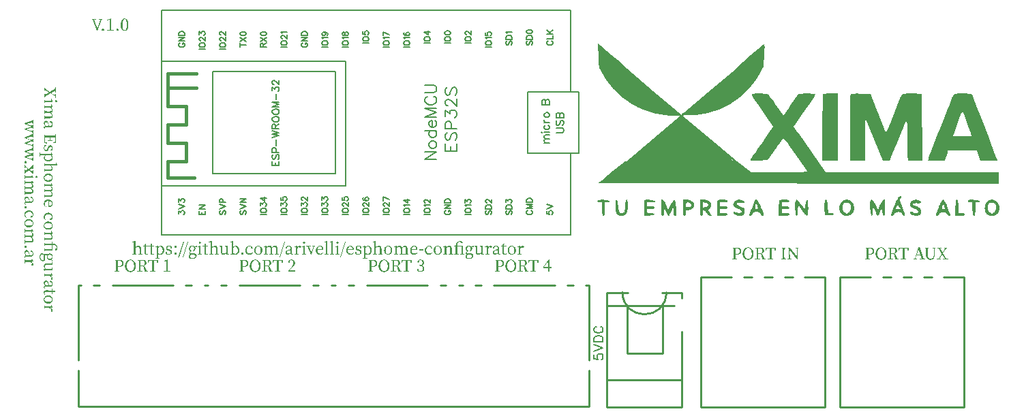
<source format=gto>
G04 Layer: TopSilkscreenLayer*
G04 EasyEDA v6.5.23, 2023-06-26 13:38:55*
G04 b532a6b097934e50b7b064742ede95bb,94392a2f1ed042d08b1874281cec1d10,10*
G04 Gerber Generator version 0.2*
G04 Scale: 100 percent, Rotated: No, Reflected: No *
G04 Dimensions in millimeters *
G04 leading zeros omitted , absolute positions ,4 integer and 5 decimal *
%FSLAX45Y45*%
%MOMM*%

%ADD10C,0.1524*%
%ADD11C,0.2032*%
%ADD12C,0.2540*%
%ADD13C,0.2000*%
%ADD14C,0.4000*%
%ADD15C,0.0180*%

%LPD*%
G36*
X8406282Y6073952D02*
G01*
X8411210Y5895136D01*
X8412835Y5857849D01*
X8414816Y5825134D01*
X8417001Y5798515D01*
X8419236Y5779465D01*
X8420354Y5773267D01*
X8421471Y5769508D01*
X8422030Y5768644D01*
X8423351Y5767882D01*
X8428939Y5766358D01*
X8437981Y5765038D01*
X8450173Y5763869D01*
X8464956Y5762904D01*
X8481872Y5762193D01*
X8500618Y5761736D01*
X8547608Y5761583D01*
X8580577Y5760669D01*
X8596223Y5759856D01*
X8624570Y5757570D01*
X8636711Y5756148D01*
X8647125Y5754573D01*
X8655507Y5752846D01*
X8661654Y5751068D01*
X8666480Y5749391D01*
X8671407Y5748020D01*
X8681466Y5746242D01*
X8686596Y5745835D01*
X8691727Y5745734D01*
X8696858Y5745937D01*
X8702040Y5746445D01*
X8707221Y5747258D01*
X8712352Y5748426D01*
X8717483Y5749899D01*
X8722563Y5751626D01*
X8753805Y5763514D01*
X8720785Y5723534D01*
X8747353Y5737656D01*
X8757615Y5743498D01*
X8766048Y5748934D01*
X8771788Y5753354D01*
X8773871Y5756097D01*
X8771178Y5759094D01*
X8763558Y5766308D01*
X8735568Y5791504D01*
X8694572Y5827776D01*
X8644991Y5871210D01*
X8571230Y5935268D01*
X8513521Y5985002D01*
X8469782Y6022289D01*
X8437981Y6048908D01*
G37*
G36*
X10469422Y6069380D02*
G01*
X10467492Y6068822D01*
X10460177Y6064910D01*
X10449356Y6057798D01*
X10436301Y6048451D01*
X10421416Y6036970D01*
X10391241Y6011976D01*
X10350906Y5977585D01*
X10298328Y5931916D01*
X10249458Y5888939D01*
X10202722Y5847334D01*
X10162032Y5810605D01*
X10131247Y5782157D01*
X10120884Y5772150D01*
X10114432Y5765495D01*
X10092944Y5741365D01*
X10147706Y5746953D01*
X10188244Y5749798D01*
X10243210Y5752998D01*
X10329214Y5757164D01*
X10362539Y5759297D01*
X10392511Y5761990D01*
X10405821Y5763412D01*
X10417759Y5764936D01*
X10428173Y5766511D01*
X10436961Y5768086D01*
X10443819Y5769711D01*
X10448696Y5771286D01*
X10450322Y5772048D01*
X10451338Y5772810D01*
X10452049Y5773877D01*
X10452811Y5775604D01*
X10454284Y5781040D01*
X10455808Y5788812D01*
X10457383Y5798718D01*
X10460431Y5823915D01*
X10463428Y5854750D01*
X10466222Y5889193D01*
X10469168Y5934405D01*
X10470997Y5969965D01*
X10472216Y6002883D01*
X10472724Y6031179D01*
X10472674Y6042964D01*
X10472369Y6052921D01*
X10471861Y6060694D01*
X10471099Y6066180D01*
X10470591Y6067907D01*
X10470032Y6069025D01*
G37*
G36*
X10397388Y5456275D02*
G01*
X10381945Y5456123D01*
X10367264Y5455666D01*
X10353649Y5454904D01*
X10341508Y5453786D01*
X10331094Y5452313D01*
X10322763Y5450535D01*
X10319461Y5449468D01*
X10316819Y5448350D01*
X10314889Y5447131D01*
X10313670Y5445861D01*
X10313365Y5444693D01*
X10313466Y5443016D01*
X10314838Y5438140D01*
X10317734Y5431383D01*
X10321950Y5422900D01*
X10327436Y5412994D01*
X10334040Y5401818D01*
X10341660Y5389575D01*
X10350195Y5376468D01*
X10359491Y5362752D01*
X10419029Y5278526D01*
X10488371Y5179212D01*
X10581640Y5044033D01*
X10504170Y4931714D01*
X10439704Y4840020D01*
X10386263Y4765141D01*
X10363098Y4732223D01*
X10343032Y4703114D01*
X10326268Y4678172D01*
X10312857Y4657547D01*
X10303103Y4641596D01*
X10297109Y4630521D01*
X10295585Y4626864D01*
X10295077Y4624578D01*
X10295636Y4623917D01*
X10297261Y4623358D01*
X10303560Y4622292D01*
X10313517Y4621479D01*
X10326674Y4620920D01*
X10342626Y4620615D01*
X10370769Y4620717D01*
X10391698Y4621072D01*
X10510215Y4624781D01*
X10619486Y4783886D01*
X10640161Y4813350D01*
X10659110Y4839766D01*
X10675772Y4862423D01*
X10689488Y4880406D01*
X10699597Y4892852D01*
X10703153Y4896764D01*
X10706252Y4899406D01*
X10707116Y4899355D01*
X10708335Y4898796D01*
X10711738Y4896154D01*
X10716361Y4891582D01*
X10722102Y4885283D01*
X10736529Y4867859D01*
X10754106Y4845050D01*
X10773968Y4817821D01*
X10914126Y4615230D01*
X10958677Y4551375D01*
X10976305Y4525416D01*
X10990224Y4504334D01*
X10999368Y4489704D01*
X11001806Y4485335D01*
X11002619Y4483201D01*
X11002060Y4482846D01*
X10997387Y4482185D01*
X10975238Y4480966D01*
X10937697Y4479848D01*
X10886897Y4478883D01*
X10824921Y4478121D01*
X10715701Y4477461D01*
X10308844Y4477410D01*
X10129977Y4612995D01*
X8743391Y4612995D01*
X8591448Y4493209D01*
X8529574Y4443679D01*
X8490254Y4411675D01*
X8449564Y4377740D01*
X8402421Y4336745D01*
X13384682Y4335881D01*
X13384682Y4477410D01*
X11231422Y4477410D01*
X10963910Y4858766D01*
X10891469Y4962906D01*
X10869625Y4994859D01*
X10836046Y5045303D01*
X10857636Y5078120D01*
X10876280Y5105247D01*
X10943285Y5201107D01*
X11009122Y5294833D01*
X11031626Y5327904D01*
X11051540Y5358231D01*
X11068558Y5385155D01*
X11082223Y5408015D01*
X11092230Y5426252D01*
X11095685Y5433415D01*
X11098123Y5439156D01*
X11099393Y5443474D01*
X11099596Y5444998D01*
X11099495Y5446166D01*
X11099139Y5446928D01*
X11097564Y5447944D01*
X11095075Y5448909D01*
X11091621Y5449824D01*
X11082324Y5451398D01*
X11070031Y5452668D01*
X11055248Y5453583D01*
X11038382Y5454142D01*
X11019942Y5454294D01*
X11000333Y5454040D01*
X10891621Y5450281D01*
X10793933Y5303012D01*
X10771479Y5269941D01*
X10751108Y5240731D01*
X10733786Y5216702D01*
X10720425Y5199075D01*
X10715498Y5193080D01*
X10711942Y5189220D01*
X10709808Y5187543D01*
X10708944Y5187594D01*
X10707725Y5188204D01*
X10704271Y5191048D01*
X10699597Y5195824D01*
X10693755Y5202529D01*
X10679125Y5220817D01*
X10670540Y5232196D01*
X10651388Y5258663D01*
X10630306Y5289092D01*
X10605109Y5326634D01*
X10586618Y5353710D01*
X10569143Y5378602D01*
X10553344Y5400598D01*
X10539831Y5418734D01*
X10529163Y5432298D01*
X10525099Y5437073D01*
X10520781Y5441442D01*
X10518698Y5442813D01*
X10515955Y5444134D01*
X10508589Y5446572D01*
X10498988Y5448757D01*
X10487507Y5450687D01*
X10474452Y5452313D01*
X10460177Y5453684D01*
X10444988Y5454802D01*
X10429240Y5455564D01*
X10413288Y5456072D01*
G37*
G36*
X11293500Y5456174D02*
G01*
X11275974Y5456021D01*
X11259312Y5455564D01*
X11243919Y5454802D01*
X11230152Y5453837D01*
X11218367Y5452668D01*
X11209070Y5451348D01*
X11202517Y5449874D01*
X11200434Y5449112D01*
X11198961Y5447995D01*
X11198250Y5444439D01*
X11197488Y5437276D01*
X11196116Y5412841D01*
X11194846Y5376164D01*
X11193729Y5328716D01*
X11192814Y5271871D01*
X11192103Y5207050D01*
X11191595Y5135727D01*
X11191341Y5049520D01*
X11191290Y4618888D01*
X11380012Y4618888D01*
X11380012Y5456174D01*
G37*
G36*
X12925298Y5456174D02*
G01*
X12903708Y5455920D01*
X12884505Y5455208D01*
X12867741Y5453989D01*
X12853365Y5452313D01*
X12841478Y5450179D01*
X12832029Y5447588D01*
X12828270Y5446064D01*
X12825120Y5444490D01*
X12822580Y5442762D01*
X12820700Y5440934D01*
X12819075Y5438444D01*
X12813792Y5428234D01*
X12806222Y5411622D01*
X12796672Y5389524D01*
X12785445Y5362702D01*
X12759385Y5298186D01*
X12745212Y5262067D01*
X12692634Y5126024D01*
X12659918Y5042763D01*
X12650317Y5019446D01*
X12629032Y4965547D01*
X12613640Y4925517D01*
X12815925Y4925517D01*
X12824358Y4952695D01*
X12837210Y4989220D01*
X12902031Y5167731D01*
X12917068Y5210302D01*
X12920980Y5222036D01*
X12923926Y5231688D01*
X12925348Y5235651D01*
X12926771Y5238292D01*
X12927533Y5239004D01*
X12928396Y5239359D01*
X12929260Y5239207D01*
X12930225Y5238597D01*
X12932511Y5235752D01*
X12935305Y5230672D01*
X12938760Y5223103D01*
X12943027Y5212740D01*
X12954355Y5182870D01*
X12986562Y5095138D01*
X13012165Y5023764D01*
X13030555Y4970475D01*
X13036804Y4951476D01*
X13040868Y4938064D01*
X13042747Y4929632D01*
X13041223Y4928971D01*
X13036905Y4928362D01*
X13020751Y4927193D01*
X12996164Y4926330D01*
X12947650Y4925568D01*
X12613640Y4925517D01*
X12535560Y4722368D01*
X12512649Y4661357D01*
X12504978Y4640072D01*
X12500813Y4627473D01*
X12500254Y4625035D01*
X12500813Y4624425D01*
X12502388Y4623816D01*
X12508534Y4622647D01*
X12518237Y4621631D01*
X12531090Y4620717D01*
X12546584Y4619955D01*
X12584074Y4619040D01*
X12709956Y4618888D01*
X12731496Y4672888D01*
X12736322Y4686096D01*
X12740538Y4698949D01*
X12743942Y4710734D01*
X12746431Y4720844D01*
X12747752Y4728616D01*
X12747904Y4731461D01*
X12747904Y4749241D01*
X13106806Y4742738D01*
X13154609Y4618888D01*
X13268350Y4618939D01*
X13306958Y4619498D01*
X13337438Y4620717D01*
X13348614Y4621530D01*
X13359028Y4622901D01*
X13360603Y4623409D01*
X13361111Y4623917D01*
X13360146Y4627321D01*
X13354659Y4642815D01*
X13331444Y4705197D01*
X13295630Y4799736D01*
X13242899Y4937607D01*
X13183260Y5092242D01*
X13133171Y5221020D01*
X13110921Y5277662D01*
X13084200Y5347157D01*
X13064490Y5400446D01*
X13058241Y5418378D01*
X13054939Y5429097D01*
X13054330Y5433618D01*
X13053771Y5435701D01*
X13052856Y5437682D01*
X13051536Y5439562D01*
X13049808Y5441289D01*
X13047624Y5442915D01*
X13045084Y5444439D01*
X13042036Y5445912D01*
X13034670Y5448452D01*
X13025424Y5450586D01*
X13014198Y5452364D01*
X13000888Y5453786D01*
X12985445Y5454853D01*
X12967716Y5455615D01*
X12947700Y5456021D01*
G37*
G36*
X12265710Y5455056D02*
G01*
X12247575Y5454853D01*
X12231878Y5454192D01*
X12218416Y5452973D01*
X12206986Y5451195D01*
X12197334Y5448706D01*
X12193066Y5447182D01*
X12189206Y5445506D01*
X12185650Y5443626D01*
X12182449Y5441543D01*
X12179452Y5439206D01*
X12176760Y5436717D01*
X12174220Y5433974D01*
X12169749Y5427776D01*
X12165838Y5420614D01*
X12162180Y5412435D01*
X12128652Y5329275D01*
X12075363Y5196179D01*
X12031268Y5085384D01*
X12000280Y5006492D01*
X11994845Y4993690D01*
X11990120Y4984343D01*
X11987987Y4980940D01*
X11985955Y4978349D01*
X11984024Y4976622D01*
X11982196Y4975758D01*
X11980367Y4975656D01*
X11978538Y4976418D01*
X11976760Y4977942D01*
X11974880Y4980330D01*
X11973001Y4983480D01*
X11968937Y4992166D01*
X11942521Y5063286D01*
X11926214Y5105654D01*
X11884863Y5209895D01*
X11860479Y5270144D01*
X11786666Y5450281D01*
X11658498Y5453837D01*
X11621566Y5454243D01*
X11589258Y5453786D01*
X11563705Y5452516D01*
X11554104Y5451652D01*
X11546992Y5450586D01*
X11542623Y5449366D01*
X11541556Y5448706D01*
X11540744Y5446014D01*
X11539982Y5439664D01*
X11539220Y5429910D01*
X11537848Y5400649D01*
X11536578Y5359704D01*
X11535460Y5308498D01*
X11534546Y5248452D01*
X11533886Y5181041D01*
X11533276Y5049520D01*
X11533276Y4618888D01*
X11721947Y4618888D01*
X11722404Y5155438D01*
X11938101Y4618888D01*
X12023598Y4618888D01*
X12071197Y4731715D01*
X12108281Y4821986D01*
X12177471Y4992674D01*
X12192711Y5029657D01*
X12206579Y5062474D01*
X12218517Y5090109D01*
X12228169Y5111546D01*
X12235078Y5125720D01*
X12237313Y5129733D01*
X12238736Y5131562D01*
X12239091Y5131612D01*
X12239447Y5130495D01*
X12240158Y5123484D01*
X12240971Y5110683D01*
X12242546Y5069687D01*
X12244120Y5011724D01*
X12245543Y4940960D01*
X12247727Y4786020D01*
X12249810Y4669282D01*
X12250623Y4637024D01*
X12251080Y4627727D01*
X12251690Y4626864D01*
X12253214Y4625949D01*
X12258700Y4624324D01*
X12267133Y4622800D01*
X12278207Y4621479D01*
X12291517Y4620412D01*
X12306706Y4619599D01*
X12323419Y4619091D01*
X12341250Y4618888D01*
X12429794Y4618888D01*
X12423597Y5450281D01*
X12310313Y5454192D01*
X12286538Y5454802D01*
G37*
G36*
X12161570Y4182364D02*
G01*
X12158218Y4181703D01*
X12154509Y4180230D01*
X12150496Y4178046D01*
X12146229Y4175048D01*
X12141809Y4171391D01*
X12137288Y4167022D01*
X12131446Y4160316D01*
X12128296Y4155287D01*
X12124385Y4148124D01*
X12114682Y4128414D01*
X12103100Y4103166D01*
X12090501Y4074464D01*
X12077700Y4044238D01*
X12066795Y4017467D01*
X12099848Y4017467D01*
X12113310Y4047032D01*
X12118695Y4058259D01*
X12123470Y4066997D01*
X12127128Y4072382D01*
X12129109Y4073550D01*
X12131141Y4070299D01*
X12139777Y4054551D01*
X12159132Y4017467D01*
X12066795Y4017467D01*
X12057481Y3993692D01*
X12048540Y3969613D01*
X12045086Y3959707D01*
X12042546Y3951528D01*
X12040920Y3945382D01*
X12040362Y3941419D01*
X12040971Y3937965D01*
X12042749Y3935628D01*
X12045442Y3934307D01*
X12048947Y3933951D01*
X12053062Y3934561D01*
X12057583Y3935933D01*
X12062460Y3938168D01*
X12067387Y3941064D01*
X12072264Y3944620D01*
X12076887Y3948734D01*
X12081154Y3953408D01*
X12088723Y3963822D01*
X12093397Y3968496D01*
X12098782Y3972560D01*
X12104827Y3975912D01*
X12111431Y3978605D01*
X12118644Y3980535D01*
X12126315Y3981704D01*
X12134392Y3982110D01*
X12142622Y3981704D01*
X12150242Y3980586D01*
X12157252Y3978706D01*
X12163602Y3976115D01*
X12169241Y3972763D01*
X12174169Y3968699D01*
X12178385Y3963974D01*
X12181890Y3958539D01*
X12185142Y3952900D01*
X12188494Y3948074D01*
X12191847Y3944061D01*
X12195200Y3940810D01*
X12198451Y3938320D01*
X12201550Y3936644D01*
X12204496Y3935729D01*
X12207189Y3935577D01*
X12209576Y3936187D01*
X12211608Y3937558D01*
X12213285Y3939692D01*
X12214504Y3942587D01*
X12215215Y3946194D01*
X12215368Y3950563D01*
X12214910Y3955643D01*
X12213031Y3964584D01*
X12207036Y3983177D01*
X12197537Y4009288D01*
X12185700Y4039615D01*
X12168327Y4081932D01*
X12162231Y4098239D01*
X12157710Y4112158D01*
X12155982Y4118254D01*
X12153747Y4128770D01*
X12153188Y4133291D01*
X12152985Y4137304D01*
X12153138Y4140911D01*
X12153646Y4144010D01*
X12154509Y4146702D01*
X12155728Y4148988D01*
X12162231Y4156608D01*
X12166346Y4162704D01*
X12169089Y4168495D01*
X12170105Y4173169D01*
X12169698Y4176725D01*
X12168581Y4179417D01*
X12166803Y4181246D01*
X12164466Y4182211D01*
G37*
G36*
X11234572Y4137253D02*
G01*
X11232489Y4137050D01*
X11230406Y4136136D01*
X11228324Y4134510D01*
X11226241Y4132173D01*
X11224209Y4129074D01*
X11222177Y4125163D01*
X11220196Y4120489D01*
X11218976Y4115409D01*
X11217960Y4107484D01*
X11217198Y4097121D01*
X11216386Y4070502D01*
X11216487Y4047083D01*
X11216944Y4030573D01*
X11220805Y3940810D01*
X11276787Y3940810D01*
X11291671Y3941267D01*
X11304574Y3942486D01*
X11310264Y3943299D01*
X11320018Y3945432D01*
X11324031Y3946651D01*
X11327536Y3947972D01*
X11330432Y3949395D01*
X11332718Y3950817D01*
X11334343Y3952341D01*
X11335410Y3953865D01*
X11335766Y3955440D01*
X11335512Y3956964D01*
X11334546Y3958488D01*
X11332921Y3960012D01*
X11330584Y3961434D01*
X11327485Y3962806D01*
X11323726Y3964127D01*
X11319154Y3965295D01*
X11313871Y3966362D01*
X11300917Y3968089D01*
X11263122Y3971747D01*
X11259159Y4058818D01*
X11257635Y4075836D01*
X11255552Y4091025D01*
X11252911Y4104335D01*
X11249812Y4115612D01*
X11248136Y4120387D01*
X11246358Y4124655D01*
X11244529Y4128312D01*
X11242649Y4131360D01*
X11240668Y4133799D01*
X11238687Y4135628D01*
X11236655Y4136745D01*
G37*
G36*
X9186621Y4137151D02*
G01*
X9186722Y4013301D01*
X9187078Y3994048D01*
X9187688Y3978046D01*
X9188704Y3965041D01*
X9190075Y3954729D01*
X9190888Y3950512D01*
X9191853Y3946906D01*
X9192920Y3943858D01*
X9194139Y3941267D01*
X9195460Y3939184D01*
X9196933Y3937558D01*
X9198559Y3936390D01*
X9200286Y3935577D01*
X9202216Y3935069D01*
X9204299Y3934917D01*
X9207347Y3935222D01*
X9210090Y3936136D01*
X9212529Y3937660D01*
X9214662Y3939844D01*
X9216491Y3942740D01*
X9218117Y3946347D01*
X9219438Y3950715D01*
X9220555Y3955897D01*
X9221419Y3961892D01*
X9222486Y3976420D01*
X9223451Y4035196D01*
X9248597Y3985056D01*
X9253829Y3974998D01*
X9259062Y3965600D01*
X9264142Y3957065D01*
X9268917Y3949649D01*
X9273286Y3943553D01*
X9277096Y3938879D01*
X9280194Y3935984D01*
X9282430Y3934917D01*
X9283801Y3935526D01*
X9285579Y3937152D01*
X9287662Y3939844D01*
X9290050Y3943400D01*
X9295536Y3953103D01*
X9301683Y3965651D01*
X9308236Y3980434D01*
X9314891Y3996842D01*
X9338665Y4058767D01*
X9339478Y3985615D01*
X9340443Y3967073D01*
X9341256Y3959656D01*
X9342323Y3953306D01*
X9343593Y3948023D01*
X9345218Y3943756D01*
X9347098Y3940403D01*
X9349282Y3937914D01*
X9351873Y3936237D01*
X9354769Y3935272D01*
X9358071Y3934917D01*
X9376257Y3934917D01*
X9372447Y4040936D01*
X9371482Y4058818D01*
X9370314Y4074668D01*
X9368840Y4088485D01*
X9367113Y4100372D01*
X9365081Y4110278D01*
X9362744Y4118254D01*
X9361424Y4121505D01*
X9360052Y4124248D01*
X9358630Y4126534D01*
X9357055Y4128312D01*
X9355429Y4129633D01*
X9353702Y4130446D01*
X9351873Y4130801D01*
X9349943Y4130649D01*
X9347962Y4130040D01*
X9345828Y4128973D01*
X9343644Y4127398D01*
X9341307Y4125366D01*
X9336379Y4119879D01*
X9330994Y4112463D01*
X9325152Y4103217D01*
X9318853Y4092143D01*
X9312097Y4079189D01*
X9276588Y4006799D01*
X9252204Y4068013D01*
X9248495Y4076801D01*
X9244685Y4085183D01*
X9240774Y4093057D01*
X9236811Y4100423D01*
X9232849Y4107129D01*
X9228836Y4113225D01*
X9224924Y4118610D01*
X9221063Y4123232D01*
X9217304Y4127093D01*
X9213748Y4130040D01*
X9210344Y4132072D01*
X9207195Y4133189D01*
G37*
G36*
X11969597Y4137151D02*
G01*
X11950852Y4133342D01*
X11948058Y4132224D01*
X11944908Y4130040D01*
X11941454Y4126839D01*
X11937746Y4122724D01*
X11933834Y4117797D01*
X11929770Y4112056D01*
X11925604Y4105656D01*
X11921388Y4098645D01*
X11917222Y4091127D01*
X11913108Y4083151D01*
X11909145Y4074820D01*
X11878665Y4002938D01*
X11847271Y4078427D01*
X11839397Y4094886D01*
X11835536Y4102100D01*
X11831675Y4108602D01*
X11827865Y4114444D01*
X11824157Y4119626D01*
X11820499Y4124045D01*
X11816943Y4127754D01*
X11813438Y4130801D01*
X11810085Y4133037D01*
X11806834Y4134612D01*
X11803684Y4135374D01*
X11800687Y4135424D01*
X11797792Y4134713D01*
X11795048Y4133240D01*
X11792508Y4131005D01*
X11790121Y4127957D01*
X11787886Y4124147D01*
X11785904Y4119524D01*
X11784838Y4116222D01*
X11783923Y4112361D01*
X11782501Y4102912D01*
X11781586Y4091584D01*
X11781129Y4078630D01*
X11781180Y4064508D01*
X11781586Y4049623D01*
X11782399Y4034231D01*
X11783568Y4018838D01*
X11785041Y4003700D01*
X11786819Y3989273D01*
X11788800Y3975912D01*
X11791035Y3963924D01*
X11793474Y3953764D01*
X11796064Y3945788D01*
X11797385Y3942740D01*
X11798757Y3940352D01*
X11800179Y3938727D01*
X11801551Y3937863D01*
X11804040Y3937355D01*
X11806275Y3937660D01*
X11808256Y3938778D01*
X11809984Y3940708D01*
X11811508Y3943451D01*
X11812828Y3947058D01*
X11813895Y3951528D01*
X11814810Y3956913D01*
X11815470Y3963212D01*
X11816232Y3978554D01*
X11816384Y3995369D01*
X11816892Y4008628D01*
X11817959Y4019143D01*
X11818670Y4023360D01*
X11819534Y4026915D01*
X11820499Y4029811D01*
X11821617Y4031945D01*
X11822836Y4033469D01*
X11824157Y4034282D01*
X11825579Y4034383D01*
X11827154Y4033824D01*
X11828830Y4032605D01*
X11830608Y4030675D01*
X11832539Y4028084D01*
X11836654Y4020820D01*
X11841175Y4010812D01*
X11846153Y3998112D01*
X11856364Y3968800D01*
X11860987Y3957472D01*
X11865406Y3948684D01*
X11867591Y3945229D01*
X11869775Y3942435D01*
X11871909Y3940251D01*
X11874042Y3938778D01*
X11876227Y3937863D01*
X11878360Y3937660D01*
X11880545Y3938066D01*
X11882780Y3939133D01*
X11885066Y3940810D01*
X11887352Y3943146D01*
X11889740Y3946144D01*
X11892178Y3949750D01*
X11897258Y3958945D01*
X11902744Y3970731D01*
X11908637Y3985056D01*
X11928348Y4035196D01*
X11934240Y3988917D01*
X11935714Y3979519D01*
X11937695Y3970578D01*
X11940032Y3962298D01*
X11942724Y3954830D01*
X11945620Y3948480D01*
X11948668Y3943350D01*
X11951766Y3939743D01*
X11954865Y3937812D01*
X11956846Y3937457D01*
X11958675Y3937812D01*
X11960352Y3938930D01*
X11961825Y3940759D01*
X11963196Y3943400D01*
X11964365Y3946855D01*
X11965432Y3951173D01*
X11966397Y3956456D01*
X11967870Y3969765D01*
X11968835Y3987139D01*
X11969445Y4008780D01*
G37*
G36*
X13295782Y4136136D02*
G01*
X13287197Y4135831D01*
X13278561Y4134561D01*
X13270026Y4132275D01*
X13265759Y4130700D01*
X13257377Y4126788D01*
X13249148Y4121759D01*
X13245134Y4118813D01*
X13241172Y4115562D01*
X13237260Y4112006D01*
X13233450Y4108145D01*
X13229945Y4104081D01*
X13226643Y4099712D01*
X13223595Y4095038D01*
X13220852Y4090111D01*
X13218312Y4084980D01*
X13214045Y4074058D01*
X13212267Y4068368D01*
X13210794Y4062526D01*
X13208558Y4050537D01*
X13207738Y4042968D01*
X13242696Y4042968D01*
X13243051Y4049369D01*
X13243763Y4055567D01*
X13244931Y4061561D01*
X13246506Y4067251D01*
X13248538Y4072585D01*
X13251027Y4077512D01*
X13253974Y4081983D01*
X13257326Y4085894D01*
X13261238Y4089247D01*
X13265607Y4092143D01*
X13270382Y4094581D01*
X13275513Y4096512D01*
X13280898Y4097934D01*
X13286486Y4098950D01*
X13292226Y4099407D01*
X13297966Y4099458D01*
X13303707Y4099051D01*
X13309295Y4098137D01*
X13314781Y4096765D01*
X13319963Y4094937D01*
X13324840Y4092651D01*
X13329361Y4089958D01*
X13333374Y4086758D01*
X13336879Y4083100D01*
X13339775Y4079036D01*
X13342213Y4074464D01*
X13344245Y4069384D01*
X13345769Y4063949D01*
X13346887Y4058158D01*
X13347598Y4052112D01*
X13347903Y4045813D01*
X13347801Y4039412D01*
X13347293Y4032910D01*
X13346430Y4026408D01*
X13345210Y4019956D01*
X13343585Y4013606D01*
X13341654Y4007459D01*
X13339368Y4001566D01*
X13336778Y3995928D01*
X13333882Y3990695D01*
X13330682Y3985920D01*
X13327176Y3981602D01*
X13323366Y3977843D01*
X13319302Y3974744D01*
X13295172Y3958844D01*
X13269163Y3977030D01*
X13264997Y3980383D01*
X13261136Y3984345D01*
X13257631Y3988866D01*
X13254482Y3993845D01*
X13251688Y3999229D01*
X13249249Y4004919D01*
X13247217Y4010964D01*
X13245541Y4017162D01*
X13244220Y4023563D01*
X13243306Y4030014D01*
X13242798Y4036517D01*
X13242696Y4042968D01*
X13207738Y4042968D01*
X13207136Y4032148D01*
X13207187Y4026001D01*
X13207492Y4019905D01*
X13208050Y4013860D01*
X13208863Y4007916D01*
X13211301Y3996334D01*
X13212876Y3990797D01*
X13214756Y3985412D01*
X13216890Y3980281D01*
X13219277Y3975354D01*
X13221919Y3970680D01*
X13224814Y3966311D01*
X13227964Y3962247D01*
X13231418Y3958539D01*
X13235787Y3954475D01*
X13240359Y3950766D01*
X13245084Y3947464D01*
X13250062Y3944518D01*
X13255142Y3941927D01*
X13260374Y3939692D01*
X13265759Y3937812D01*
X13271195Y3936237D01*
X13276732Y3935069D01*
X13282320Y3934206D01*
X13287959Y3933698D01*
X13293598Y3933545D01*
X13299287Y3933647D01*
X13304926Y3934155D01*
X13310514Y3934917D01*
X13316102Y3936034D01*
X13321588Y3937457D01*
X13326973Y3939133D01*
X13332256Y3941165D01*
X13337438Y3943502D01*
X13342467Y3946093D01*
X13347293Y3948988D01*
X13351967Y3952138D01*
X13356437Y3955643D01*
X13360704Y3959351D01*
X13364667Y3963365D01*
X13368426Y3967632D01*
X13371880Y3972153D01*
X13375030Y3976979D01*
X13377875Y3982008D01*
X13380415Y3987292D01*
X13382548Y3992829D01*
X13384326Y3998315D01*
X13387019Y4009085D01*
X13387984Y4014470D01*
X13389101Y4024985D01*
X13389203Y4035298D01*
X13388390Y4045356D01*
X13387679Y4050233D01*
X13385546Y4059783D01*
X13382650Y4068978D01*
X13378992Y4077766D01*
X13374624Y4086098D01*
X13369594Y4093921D01*
X13364006Y4101236D01*
X13357860Y4107942D01*
X13351256Y4114088D01*
X13344194Y4119524D01*
X13336778Y4124248D01*
X13329005Y4128262D01*
X13320979Y4131513D01*
X13312749Y4133951D01*
X13304316Y4135475D01*
G37*
G36*
X8760510Y4135424D02*
G01*
X8759240Y4135374D01*
X8757970Y4134865D01*
X8756650Y4133900D01*
X8755380Y4132427D01*
X8754110Y4130497D01*
X8751620Y4125214D01*
X8749233Y4118101D01*
X8747048Y4109110D01*
X8745016Y4098290D01*
X8743289Y4085691D01*
X8741918Y4071213D01*
X8739682Y4035755D01*
X8738158Y4019550D01*
X8736126Y4006189D01*
X8733586Y3995318D01*
X8732062Y3990746D01*
X8730335Y3986682D01*
X8728456Y3983075D01*
X8726424Y3979875D01*
X8724138Y3977132D01*
X8721648Y3974744D01*
X8718905Y3972661D01*
X8715959Y3970883D01*
X8711336Y3968648D01*
X8706916Y3966870D01*
X8702649Y3965651D01*
X8698534Y3964940D01*
X8694623Y3964736D01*
X8690864Y3965092D01*
X8687308Y3965905D01*
X8683904Y3967226D01*
X8680653Y3969105D01*
X8677605Y3971442D01*
X8674709Y3974337D01*
X8672017Y3977690D01*
X8669477Y3981602D01*
X8667140Y3986022D01*
X8664956Y3990898D01*
X8662974Y3996334D01*
X8661146Y4002227D01*
X8658047Y4015587D01*
X8655659Y4030979D01*
X8653983Y4048404D01*
X8652814Y4068216D01*
X8652002Y4078020D01*
X8649817Y4095546D01*
X8648496Y4103217D01*
X8646972Y4110075D01*
X8645347Y4116171D01*
X8643569Y4121353D01*
X8641638Y4125620D01*
X8639657Y4128922D01*
X8637524Y4131259D01*
X8635288Y4132529D01*
X8633358Y4132884D01*
X8631580Y4132681D01*
X8629904Y4131919D01*
X8628430Y4130446D01*
X8627059Y4128363D01*
X8625890Y4125620D01*
X8624824Y4122165D01*
X8623858Y4117949D01*
X8623046Y4113022D01*
X8621776Y4100829D01*
X8621014Y4085386D01*
X8620607Y4066489D01*
X8620607Y4045915D01*
X8621217Y4027881D01*
X8622436Y4011726D01*
X8623300Y4004310D01*
X8625586Y3990898D01*
X8627008Y3984802D01*
X8628634Y3979113D01*
X8630462Y3973829D01*
X8632545Y3968902D01*
X8634831Y3964432D01*
X8637320Y3960266D01*
X8640064Y3956456D01*
X8643061Y3953052D01*
X8646261Y3949954D01*
X8649766Y3947160D01*
X8653526Y3944670D01*
X8657539Y3942537D01*
X8661857Y3940657D01*
X8666480Y3939082D01*
X8671356Y3937762D01*
X8682024Y3935933D01*
X8687816Y3935374D01*
X8700414Y3934917D01*
X8705951Y3935069D01*
X8711285Y3935476D01*
X8716365Y3936187D01*
X8721140Y3937152D01*
X8725763Y3938473D01*
X8730132Y3940048D01*
X8734247Y3941927D01*
X8738158Y3944112D01*
X8741816Y3946651D01*
X8745270Y3949496D01*
X8748522Y3952646D01*
X8751570Y3956151D01*
X8754364Y3960012D01*
X8757005Y3964178D01*
X8759393Y3968750D01*
X8761628Y3973626D01*
X8763660Y3978910D01*
X8765489Y3984548D01*
X8768588Y3996893D01*
X8769858Y4003700D01*
X8771839Y4018432D01*
X8773160Y4034739D01*
X8773769Y4052722D01*
X8773820Y4070604D01*
X8773312Y4085539D01*
X8772398Y4098544D01*
X8771077Y4109567D01*
X8769400Y4118610D01*
X8767470Y4125722D01*
X8765286Y4130852D01*
X8764168Y4132732D01*
X8762949Y4134104D01*
X8761730Y4135018D01*
G37*
G36*
X9457842Y4135424D02*
G01*
X9457842Y4070553D01*
X9493199Y4070553D01*
X9493504Y4078478D01*
X9494469Y4084980D01*
X9496247Y4090111D01*
X9498990Y4094022D01*
X9502698Y4096816D01*
X9507626Y4098696D01*
X9513824Y4099712D01*
X9521444Y4100017D01*
X9527235Y4099661D01*
X9532924Y4098544D01*
X9538411Y4096816D01*
X9543440Y4094530D01*
X9547961Y4091736D01*
X9551822Y4088587D01*
X9554819Y4085031D01*
X9556851Y4081272D01*
X9558934Y4074922D01*
X9560102Y4069079D01*
X9560407Y4063746D01*
X9559747Y4059021D01*
X9558172Y4054805D01*
X9555734Y4051198D01*
X9552381Y4048099D01*
X9548114Y4045559D01*
X9542932Y4043629D01*
X9536836Y4042206D01*
X9529876Y4041343D01*
X9522002Y4041089D01*
X9514179Y4041394D01*
X9507829Y4042410D01*
X9502851Y4044238D01*
X9499041Y4047032D01*
X9496298Y4050944D01*
X9494469Y4056075D01*
X9493504Y4062577D01*
X9493199Y4070553D01*
X9457842Y4070553D01*
X9457944Y4012641D01*
X9458299Y3993540D01*
X9458960Y3977690D01*
X9459925Y3964787D01*
X9461296Y3954576D01*
X9463074Y3946804D01*
X9465360Y3941216D01*
X9466681Y3939184D01*
X9468154Y3937558D01*
X9469780Y3936390D01*
X9471558Y3935577D01*
X9473438Y3935069D01*
X9475520Y3934917D01*
X9479635Y3935476D01*
X9483242Y3937152D01*
X9486290Y3939895D01*
X9488779Y3943807D01*
X9490710Y3948734D01*
X9492081Y3954830D01*
X9492945Y3962044D01*
X9493199Y3970324D01*
X9493199Y4005681D01*
X9527895Y4005681D01*
X9533128Y4005935D01*
X9538309Y4006697D01*
X9543491Y4007916D01*
X9548622Y4009593D01*
X9553651Y4011625D01*
X9558578Y4014114D01*
X9563354Y4016908D01*
X9567976Y4020058D01*
X9572396Y4023461D01*
X9576562Y4027170D01*
X9580524Y4031132D01*
X9584131Y4035298D01*
X9587484Y4039666D01*
X9590430Y4044187D01*
X9593021Y4048861D01*
X9595205Y4053636D01*
X9596983Y4058462D01*
X9598253Y4063339D01*
X9599066Y4068267D01*
X9599320Y4073194D01*
X9599015Y4077919D01*
X9597999Y4082592D01*
X9596374Y4087215D01*
X9594138Y4091787D01*
X9591344Y4096207D01*
X9587992Y4100576D01*
X9584182Y4104741D01*
X9579914Y4108754D01*
X9575190Y4112564D01*
X9570110Y4116120D01*
X9564674Y4119524D01*
X9558883Y4122623D01*
X9552838Y4125417D01*
X9546488Y4127957D01*
X9539935Y4130141D01*
X9533178Y4131970D01*
X9526270Y4133443D01*
X9519259Y4134510D01*
X9512147Y4135170D01*
X9504984Y4135424D01*
G37*
G36*
X9670084Y4135424D02*
G01*
X9670084Y4101592D01*
X9705441Y4101592D01*
X9737902Y4097883D01*
X9745980Y4096613D01*
X9752787Y4094835D01*
X9758426Y4092498D01*
X9762845Y4089552D01*
X9766198Y4085945D01*
X9768535Y4081576D01*
X9769906Y4076496D01*
X9770313Y4070553D01*
X9769906Y4064609D01*
X9768535Y4059529D01*
X9766198Y4055160D01*
X9762845Y4051554D01*
X9758426Y4048607D01*
X9752787Y4046270D01*
X9745980Y4044492D01*
X9737902Y4043222D01*
X9705441Y4039514D01*
X9705441Y4101592D01*
X9670084Y4101592D01*
X9670135Y4023461D01*
X9670338Y4002684D01*
X9670846Y3985260D01*
X9671659Y3970883D01*
X9672828Y3959351D01*
X9673539Y3954576D01*
X9675368Y3946804D01*
X9676434Y3943756D01*
X9677654Y3941216D01*
X9678974Y3939184D01*
X9680448Y3937558D01*
X9682022Y3936390D01*
X9683800Y3935577D01*
X9685731Y3935069D01*
X9687763Y3934917D01*
X9691928Y3935476D01*
X9695535Y3937152D01*
X9698532Y3939895D01*
X9701022Y3943807D01*
X9703003Y3948734D01*
X9704374Y3954830D01*
X9705187Y3962044D01*
X9705695Y3977436D01*
X9706356Y3984040D01*
X9707372Y3990086D01*
X9708692Y3995318D01*
X9710318Y3999636D01*
X9712198Y4002887D01*
X9714230Y4004970D01*
X9716465Y4005681D01*
X9719157Y4004970D01*
X9722713Y4002887D01*
X9726930Y3999636D01*
X9731603Y3995318D01*
X9736683Y3990086D01*
X9741966Y3984040D01*
X9747351Y3977436D01*
X9758070Y3963212D01*
X9763810Y3956558D01*
X9769703Y3950563D01*
X9775596Y3945331D01*
X9781286Y3941013D01*
X9786569Y3937711D01*
X9791344Y3935679D01*
X9795357Y3934917D01*
X9812934Y3934917D01*
X9771684Y4004716D01*
X9791649Y4026763D01*
X9795154Y4030878D01*
X9798253Y4035044D01*
X9800996Y4039209D01*
X9803333Y4043426D01*
X9805314Y4047642D01*
X9806940Y4051858D01*
X9808210Y4056075D01*
X9809124Y4060240D01*
X9809683Y4064406D01*
X9809937Y4068572D01*
X9809835Y4072686D01*
X9809378Y4076700D01*
X9808616Y4080713D01*
X9807549Y4084624D01*
X9806178Y4088485D01*
X9804501Y4092244D01*
X9802571Y4095902D01*
X9800285Y4099458D01*
X9797745Y4102912D01*
X9794951Y4106265D01*
X9788499Y4112514D01*
X9784892Y4115409D01*
X9781032Y4118152D01*
X9772548Y4123131D01*
X9763150Y4127347D01*
X9758121Y4129176D01*
X9747453Y4132173D01*
X9735921Y4134205D01*
X9729876Y4134865D01*
X9723678Y4135272D01*
X9717278Y4135424D01*
G37*
G36*
X9955072Y4135424D02*
G01*
X9939680Y4135120D01*
X9925304Y4134358D01*
X9912502Y4133087D01*
X9901986Y4131513D01*
X9894366Y4129633D01*
X9891776Y4128617D01*
X9890201Y4127550D01*
X9889388Y4126280D01*
X9887864Y4121048D01*
X9886492Y4112615D01*
X9885222Y4101388D01*
X9884156Y4087774D01*
X9883292Y4072178D01*
X9882682Y4055059D01*
X9882378Y4036771D01*
X9882378Y3934917D01*
X9958933Y3935018D01*
X9978339Y3935780D01*
X9986162Y3936492D01*
X9992766Y3937457D01*
X9998303Y3938676D01*
X10002774Y3940200D01*
X10006330Y3942029D01*
X10008920Y3944112D01*
X10010698Y3946601D01*
X10011765Y3949446D01*
X10012070Y3952646D01*
X10011460Y3957065D01*
X10009479Y3960774D01*
X10006126Y3963822D01*
X10001250Y3966260D01*
X9994798Y3968089D01*
X9986619Y3969359D01*
X9976713Y3970070D01*
X9964877Y3970324D01*
X9917734Y3970324D01*
X9917734Y4017467D01*
X9964877Y4017467D01*
X9976713Y4017721D01*
X9986619Y4018432D01*
X9994798Y4019702D01*
X10001250Y4021531D01*
X10006126Y4023969D01*
X10009479Y4027017D01*
X10011460Y4030726D01*
X10012070Y4035196D01*
X10011460Y4039615D01*
X10009479Y4043324D01*
X10006126Y4046372D01*
X10001250Y4048810D01*
X9994798Y4050639D01*
X9986619Y4051909D01*
X9976713Y4052620D01*
X9964877Y4052874D01*
X9917734Y4052874D01*
X9917734Y4100017D01*
X9964877Y4100017D01*
X9976713Y4100271D01*
X9986619Y4100982D01*
X9994798Y4102252D01*
X10001250Y4104081D01*
X10006126Y4106519D01*
X10009479Y4109567D01*
X10011460Y4113276D01*
X10012070Y4117746D01*
X10011765Y4120845D01*
X10010800Y4123639D01*
X10009174Y4126077D01*
X10006787Y4128211D01*
X10003637Y4130040D01*
X9999624Y4131564D01*
X9994696Y4132783D01*
X9988854Y4133799D01*
X9982047Y4134510D01*
X9974173Y4135018D01*
G37*
G36*
X10721594Y4135424D02*
G01*
X10706201Y4135120D01*
X10691774Y4134358D01*
X10679023Y4133087D01*
X10668508Y4131513D01*
X10660837Y4129633D01*
X10658297Y4128617D01*
X10656722Y4127550D01*
X10655909Y4126280D01*
X10654385Y4121048D01*
X10652963Y4112615D01*
X10651744Y4101388D01*
X10650677Y4087774D01*
X10649813Y4072178D01*
X10649204Y4055059D01*
X10648899Y4036771D01*
X10648848Y3934917D01*
X10725454Y3935018D01*
X10744860Y3935780D01*
X10752683Y3936492D01*
X10759287Y3937457D01*
X10764824Y3938676D01*
X10769295Y3940200D01*
X10772851Y3942029D01*
X10775442Y3944112D01*
X10777220Y3946601D01*
X10778236Y3949446D01*
X10778591Y3952646D01*
X10777931Y3957065D01*
X10776000Y3960774D01*
X10772648Y3963822D01*
X10767771Y3966260D01*
X10761319Y3968089D01*
X10753140Y3969359D01*
X10743234Y3970070D01*
X10731398Y3970324D01*
X10684256Y3970324D01*
X10684256Y4017467D01*
X10731398Y4017467D01*
X10743234Y4017721D01*
X10753140Y4018432D01*
X10761319Y4019702D01*
X10767771Y4021531D01*
X10772648Y4023969D01*
X10776000Y4027017D01*
X10777931Y4030726D01*
X10778591Y4035196D01*
X10777931Y4039615D01*
X10776000Y4043324D01*
X10772648Y4046372D01*
X10767771Y4048810D01*
X10761319Y4050639D01*
X10753140Y4051909D01*
X10743234Y4052620D01*
X10731398Y4052874D01*
X10684256Y4052874D01*
X10684256Y4100017D01*
X10731398Y4100017D01*
X10743234Y4100271D01*
X10753140Y4100982D01*
X10761319Y4102252D01*
X10767771Y4104081D01*
X10772648Y4106519D01*
X10776000Y4109567D01*
X10777931Y4113276D01*
X10778591Y4117746D01*
X10778286Y4120845D01*
X10777321Y4123639D01*
X10775696Y4126077D01*
X10773308Y4128211D01*
X10770158Y4130040D01*
X10766145Y4131564D01*
X10761218Y4132783D01*
X10755376Y4133799D01*
X10748568Y4134510D01*
X10731703Y4135323D01*
G37*
G36*
X11492026Y4135424D02*
G01*
X11486184Y4135221D01*
X11480393Y4134612D01*
X11474653Y4133596D01*
X11469065Y4132224D01*
X11463528Y4130497D01*
X11458194Y4128414D01*
X11452961Y4125976D01*
X11447983Y4123182D01*
X11443157Y4120083D01*
X11438585Y4116628D01*
X11434267Y4112920D01*
X11430254Y4108856D01*
X11426291Y4104386D01*
X11419230Y4094987D01*
X11416131Y4090111D01*
X11413337Y4085183D01*
X11408511Y4075074D01*
X11404803Y4064711D01*
X11403330Y4059478D01*
X11401196Y4048912D01*
X11400485Y4042968D01*
X11438483Y4042968D01*
X11438788Y4049369D01*
X11439499Y4055567D01*
X11440668Y4061561D01*
X11442293Y4067251D01*
X11444274Y4072585D01*
X11446764Y4077512D01*
X11449710Y4081983D01*
X11453114Y4085894D01*
X11456974Y4089247D01*
X11461343Y4092143D01*
X11466169Y4094581D01*
X11471300Y4096512D01*
X11476685Y4097934D01*
X11482273Y4098950D01*
X11487962Y4099407D01*
X11493703Y4099458D01*
X11499443Y4099051D01*
X11505082Y4098137D01*
X11510518Y4096765D01*
X11515750Y4094937D01*
X11520627Y4092651D01*
X11525097Y4089958D01*
X11529161Y4086758D01*
X11532666Y4083100D01*
X11535562Y4079036D01*
X11538000Y4074464D01*
X11539982Y4069384D01*
X11541556Y4063949D01*
X11542674Y4058158D01*
X11543334Y4052112D01*
X11543639Y4045813D01*
X11543538Y4039412D01*
X11543030Y4032910D01*
X11542166Y4026408D01*
X11540947Y4019956D01*
X11539372Y4013606D01*
X11537442Y4007459D01*
X11535156Y4001566D01*
X11532565Y3995928D01*
X11529618Y3990695D01*
X11526418Y3985920D01*
X11522913Y3981602D01*
X11519103Y3977843D01*
X11515039Y3974744D01*
X11490909Y3958844D01*
X11464950Y3977030D01*
X11460734Y3980383D01*
X11456924Y3984345D01*
X11453418Y3988866D01*
X11450269Y3993845D01*
X11447475Y3999229D01*
X11445036Y4004919D01*
X11442954Y4010964D01*
X11441277Y4017162D01*
X11440007Y4023563D01*
X11439093Y4030014D01*
X11438585Y4036517D01*
X11438483Y4042968D01*
X11400485Y4042968D01*
X11399926Y4033062D01*
X11399977Y4027779D01*
X11400840Y4017416D01*
X11401602Y4012336D01*
X11403838Y4002328D01*
X11406987Y3992676D01*
X11411000Y3983482D01*
X11413286Y3979113D01*
X11418570Y3970731D01*
X11421465Y3966819D01*
X11427917Y3959504D01*
X11431422Y3956100D01*
X11438991Y3950004D01*
X11443004Y3947261D01*
X11451640Y3942587D01*
X11456212Y3940606D01*
X11460937Y3938930D01*
X11465814Y3937508D01*
X11470843Y3936390D01*
X11476075Y3935577D01*
X11481409Y3935120D01*
X11486896Y3934917D01*
X11494465Y3935069D01*
X11501678Y3935476D01*
X11508536Y3936187D01*
X11515039Y3937152D01*
X11521186Y3938422D01*
X11526977Y3939997D01*
X11532514Y3941876D01*
X11537696Y3944061D01*
X11542572Y3946601D01*
X11547195Y3949446D01*
X11551513Y3952646D01*
X11555577Y3956202D01*
X11559387Y3960114D01*
X11562994Y3964381D01*
X11566296Y3969004D01*
X11569395Y3973982D01*
X11572290Y3979367D01*
X11574983Y3985158D01*
X11577523Y3991356D01*
X11579860Y3997909D01*
X11581536Y4003548D01*
X11582908Y4009136D01*
X11584025Y4014774D01*
X11584838Y4020362D01*
X11585600Y4031487D01*
X11585244Y4042460D01*
X11584686Y4047845D01*
X11583873Y4053128D01*
X11581434Y4063492D01*
X11579910Y4068572D01*
X11578132Y4073499D01*
X11573865Y4082999D01*
X11571427Y4087520D01*
X11565890Y4096156D01*
X11562842Y4100271D01*
X11559590Y4104182D01*
X11552529Y4111396D01*
X11548719Y4114749D01*
X11544808Y4117848D01*
X11540693Y4120743D01*
X11532006Y4125823D01*
X11527434Y4128008D01*
X11517884Y4131564D01*
X11512956Y4132935D01*
X11507876Y4134002D01*
X11502694Y4134764D01*
X11497411Y4135272D01*
G37*
G36*
X12688366Y4135374D02*
G01*
X12685877Y4134967D01*
X12683439Y4134104D01*
X12681051Y4132732D01*
X12678613Y4130852D01*
X12676225Y4128465D01*
X12673838Y4125620D01*
X12671450Y4122318D01*
X12666624Y4114190D01*
X12662814Y4106468D01*
X12651892Y4082034D01*
X12638836Y4050842D01*
X12631740Y4033062D01*
X12674142Y4033062D01*
X12675006Y4038447D01*
X12676886Y4045000D01*
X12679781Y4052874D01*
X12691262Y4082338D01*
X12702133Y4054094D01*
X12705943Y4042714D01*
X12708331Y4032605D01*
X12708991Y4024884D01*
X12707823Y4020616D01*
X12704419Y4018889D01*
X12699085Y4018127D01*
X12692481Y4018279D01*
X12685420Y4019397D01*
X12681000Y4020769D01*
X12677698Y4022699D01*
X12675412Y4025290D01*
X12674244Y4028694D01*
X12674142Y4033062D01*
X12631740Y4033062D01*
X12608255Y3973982D01*
X12600736Y3955592D01*
X12599009Y3950462D01*
X12598298Y3946042D01*
X12598552Y3942384D01*
X12599670Y3939387D01*
X12601549Y3937152D01*
X12604038Y3935577D01*
X12607036Y3934764D01*
X12610541Y3934612D01*
X12614300Y3935120D01*
X12618313Y3936339D01*
X12622479Y3938270D01*
X12626644Y3940810D01*
X12630708Y3944061D01*
X12634569Y3947972D01*
X12638176Y3952544D01*
X12644120Y3961993D01*
X12647523Y3965803D01*
X12651486Y3969156D01*
X12655905Y3972051D01*
X12660782Y3974490D01*
X12666065Y3976471D01*
X12671552Y3977995D01*
X12677292Y3979062D01*
X12683185Y3979672D01*
X12689179Y3979875D01*
X12695123Y3979570D01*
X12701016Y3978808D01*
X12706756Y3977640D01*
X12712293Y3975963D01*
X12717526Y3973880D01*
X12722453Y3971340D01*
X12726924Y3968343D01*
X12730886Y3964940D01*
X12734290Y3961028D01*
X12740233Y3951630D01*
X12743738Y3947210D01*
X12747548Y3943451D01*
X12751562Y3940352D01*
X12755626Y3937914D01*
X12759690Y3936136D01*
X12763652Y3935018D01*
X12767411Y3934612D01*
X12770815Y3934815D01*
X12773812Y3935729D01*
X12776301Y3937304D01*
X12778130Y3939590D01*
X12779248Y3942537D01*
X12779552Y3946194D01*
X12778892Y3950563D01*
X12766243Y3983532D01*
X12741148Y4051096D01*
X12734086Y4069334D01*
X12727381Y4085285D01*
X12721031Y4099001D01*
X12714986Y4110431D01*
X12712090Y4115358D01*
X12706451Y4123486D01*
X12703759Y4126788D01*
X12701066Y4129532D01*
X12698476Y4131716D01*
X12695885Y4133392D01*
X12693345Y4134561D01*
X12690805Y4135221D01*
G37*
G36*
X12863068Y4135221D02*
G01*
X12860832Y4134916D01*
X12858445Y4134053D01*
X12855854Y4132478D01*
X12853060Y4130344D01*
X12850114Y4127550D01*
X12849301Y4126280D01*
X12847777Y4121048D01*
X12846354Y4112615D01*
X12845135Y4101388D01*
X12844068Y4087774D01*
X12843205Y4072178D01*
X12842595Y4055059D01*
X12842290Y4036771D01*
X12842240Y3934917D01*
X12911734Y3935018D01*
X12921030Y3935323D01*
X12929209Y3935831D01*
X12936321Y3936542D01*
X12942366Y3937508D01*
X12947396Y3938778D01*
X12951510Y3940301D01*
X12954812Y3942079D01*
X12957251Y3944213D01*
X12958927Y3946702D01*
X12959892Y3949496D01*
X12960197Y3952646D01*
X12959588Y3956913D01*
X12957759Y3960622D01*
X12954711Y3963670D01*
X12950342Y3966108D01*
X12944652Y3967987D01*
X12937490Y3969308D01*
X12928955Y3970070D01*
X12918897Y3970324D01*
X12877647Y3970324D01*
X12877596Y4063847D01*
X12877139Y4083304D01*
X12876225Y4099458D01*
X12874752Y4112514D01*
X12873837Y4117898D01*
X12872770Y4122521D01*
X12871551Y4126382D01*
X12870180Y4129532D01*
X12868656Y4131970D01*
X12866928Y4133748D01*
X12865100Y4134815D01*
G37*
G36*
X10157815Y4134865D02*
G01*
X10152380Y4134815D01*
X10146995Y4134510D01*
X10141762Y4133850D01*
X10136581Y4132834D01*
X10131602Y4131564D01*
X10126726Y4129938D01*
X10122103Y4128058D01*
X10117632Y4125823D01*
X10113416Y4123283D01*
X10109454Y4120438D01*
X10105745Y4117289D01*
X10102342Y4113834D01*
X10097973Y4108805D01*
X10094163Y4103827D01*
X10090912Y4099001D01*
X10088168Y4094276D01*
X10085984Y4089704D01*
X10084308Y4085183D01*
X10083190Y4080764D01*
X10082631Y4076446D01*
X10082631Y4072280D01*
X10083139Y4068165D01*
X10084206Y4064203D01*
X10085781Y4060291D01*
X10087965Y4056481D01*
X10090658Y4052824D01*
X10093858Y4049217D01*
X10097668Y4045712D01*
X10101986Y4042308D01*
X10106863Y4039006D01*
X10112298Y4035755D01*
X10118293Y4032656D01*
X10124795Y4029608D01*
X10131907Y4026662D01*
X10154615Y4018584D01*
X10160914Y4015841D01*
X10166604Y4012895D01*
X10171582Y4009796D01*
X10175951Y4006545D01*
X10179608Y4003192D01*
X10182606Y3999839D01*
X10184942Y3996436D01*
X10186568Y3993083D01*
X10187482Y3989832D01*
X10187686Y3986682D01*
X10187228Y3983685D01*
X10186009Y3980891D01*
X10184079Y3978300D01*
X10181386Y3976065D01*
X10177983Y3974084D01*
X10173817Y3972509D01*
X10168940Y3971340D01*
X10163251Y3970578D01*
X10156799Y3970324D01*
X10149738Y3970578D01*
X10142626Y3971340D01*
X10135717Y3972509D01*
X10129113Y3974084D01*
X10123068Y3975963D01*
X10117734Y3978148D01*
X10113365Y3980586D01*
X10103713Y3988206D01*
X10098125Y3989628D01*
X10093096Y3987342D01*
X10088270Y3981348D01*
X10086594Y3978097D01*
X10085679Y3974846D01*
X10085476Y3971645D01*
X10085933Y3968546D01*
X10087000Y3965498D01*
X10088676Y3962552D01*
X10090861Y3959707D01*
X10093604Y3956913D01*
X10096754Y3954272D01*
X10100411Y3951782D01*
X10104424Y3949395D01*
X10108742Y3947160D01*
X10113416Y3945077D01*
X10123576Y3941470D01*
X10128961Y3939895D01*
X10140137Y3937457D01*
X10145877Y3936492D01*
X10157460Y3935374D01*
X10168890Y3935222D01*
X10174427Y3935526D01*
X10179862Y3936136D01*
X10185044Y3937050D01*
X10190073Y3938270D01*
X10194747Y3939743D01*
X10199166Y3941572D01*
X10203230Y3943756D01*
X10206939Y3946245D01*
X10210190Y3949090D01*
X10213035Y3952595D01*
X10215676Y3957065D01*
X10218064Y3962450D01*
X10220198Y3968394D01*
X10221925Y3974846D01*
X10223195Y3981551D01*
X10224058Y3988308D01*
X10224312Y3994962D01*
X10224312Y4026662D01*
X10163149Y4055567D01*
X10156291Y4059174D01*
X10144607Y4066133D01*
X10139781Y4069435D01*
X10135717Y4072636D01*
X10132314Y4075684D01*
X10129621Y4078579D01*
X10127589Y4081272D01*
X10126218Y4083862D01*
X10125608Y4086199D01*
X10125608Y4088333D01*
X10126319Y4090263D01*
X10127742Y4091990D01*
X10129774Y4093464D01*
X10132517Y4094683D01*
X10135920Y4095648D01*
X10139984Y4096359D01*
X10144760Y4096715D01*
X10150144Y4096816D01*
X10156240Y4096613D01*
X10170312Y4095191D01*
X10185552Y4092854D01*
X10198252Y4091736D01*
X10203688Y4091736D01*
X10208564Y4091990D01*
X10212832Y4092549D01*
X10216438Y4093362D01*
X10219436Y4094479D01*
X10221772Y4095851D01*
X10223500Y4097477D01*
X10224516Y4099306D01*
X10224820Y4101337D01*
X10224465Y4103522D01*
X10223398Y4105960D01*
X10221620Y4108500D01*
X10219131Y4111193D01*
X10215880Y4114037D01*
X10211866Y4116984D01*
X10207091Y4120083D01*
X10196271Y4125823D01*
X10190886Y4128109D01*
X10185400Y4130090D01*
X10179913Y4131665D01*
X10174376Y4132986D01*
X10168839Y4133951D01*
X10163302Y4134561D01*
G37*
G36*
X10359948Y4134865D02*
G01*
X10355630Y4134510D01*
X10354005Y4133342D01*
X10353294Y4130801D01*
X10347909Y4116324D01*
X10338358Y4091838D01*
X10313003Y4028846D01*
X10355021Y4028846D01*
X10355275Y4033520D01*
X10356138Y4039209D01*
X10357561Y4046169D01*
X10362082Y4064050D01*
X10369804Y4092854D01*
X10380624Y4065015D01*
X10383926Y4054601D01*
X10386618Y4044391D01*
X10388244Y4035653D01*
X10388600Y4032250D01*
X10387533Y4026509D01*
X10383977Y4021836D01*
X10378541Y4018635D01*
X10371734Y4017467D01*
X10367213Y4017619D01*
X10363403Y4018026D01*
X10360355Y4018940D01*
X10358018Y4020312D01*
X10356342Y4022394D01*
X10355376Y4025188D01*
X10355021Y4028846D01*
X10313003Y4028846D01*
X10301833Y4000296D01*
X10291368Y3972102D01*
X10284866Y3952544D01*
X10283494Y3947058D01*
X10283291Y3945534D01*
X10283952Y3940962D01*
X10285831Y3937660D01*
X10288727Y3935526D01*
X10292384Y3934510D01*
X10296601Y3934510D01*
X10301173Y3935526D01*
X10305897Y3937457D01*
X10310622Y3940251D01*
X10315041Y3943807D01*
X10318953Y3948074D01*
X10322204Y3953001D01*
X10327030Y3964635D01*
X10330230Y3969664D01*
X10334345Y3973779D01*
X10339476Y3976979D01*
X10345877Y3979316D01*
X10353598Y3980891D01*
X10362793Y3981805D01*
X10373614Y3982110D01*
X10384586Y3981856D01*
X10393781Y3980942D01*
X10401401Y3979367D01*
X10407650Y3977030D01*
X10412577Y3973880D01*
X10416387Y3969765D01*
X10419283Y3964686D01*
X10423550Y3952544D01*
X10426598Y3947312D01*
X10430306Y3942994D01*
X10434472Y3939489D01*
X10438892Y3937000D01*
X10443362Y3935476D01*
X10447680Y3934968D01*
X10451592Y3935526D01*
X10454944Y3937254D01*
X10457484Y3940149D01*
X10459059Y3944264D01*
X10459415Y3949700D01*
X10459059Y3953713D01*
X10458348Y3958336D01*
X10455960Y3968953D01*
X10452404Y3981246D01*
X10447832Y3994810D01*
X10442448Y4009339D01*
X10436402Y4024477D01*
X10429798Y4039870D01*
X10422890Y4055211D01*
X10415778Y4070096D01*
X10408615Y4084218D01*
X10401604Y4097223D01*
X10394899Y4108754D01*
X10388650Y4118457D01*
X10383012Y4126026D01*
X10378135Y4131056D01*
X10376001Y4132529D01*
X10374172Y4133291D01*
X10366349Y4134459D01*
G37*
G36*
X12351207Y4134865D02*
G01*
X12345771Y4134815D01*
X12340386Y4134510D01*
X12335154Y4133850D01*
X12329972Y4132834D01*
X12324994Y4131564D01*
X12320117Y4129938D01*
X12315494Y4128058D01*
X12311024Y4125823D01*
X12306808Y4123283D01*
X12302845Y4120438D01*
X12299137Y4117289D01*
X12295733Y4113834D01*
X12291364Y4108805D01*
X12287554Y4103827D01*
X12284303Y4099001D01*
X12281560Y4094276D01*
X12279376Y4089704D01*
X12277699Y4085183D01*
X12276582Y4080764D01*
X12276023Y4076446D01*
X12276023Y4072280D01*
X12276531Y4068165D01*
X12277598Y4064203D01*
X12279172Y4060291D01*
X12281357Y4056481D01*
X12284049Y4052824D01*
X12287250Y4049217D01*
X12291060Y4045712D01*
X12295378Y4042308D01*
X12300254Y4039006D01*
X12305690Y4035755D01*
X12311684Y4032656D01*
X12318187Y4029608D01*
X12325299Y4026662D01*
X12348260Y4018381D01*
X12355068Y4015181D01*
X12361418Y4011574D01*
X12367107Y4007662D01*
X12371933Y4003598D01*
X12375794Y3999433D01*
X12378537Y3995369D01*
X12379960Y3991508D01*
X12380315Y3986987D01*
X12379655Y3982872D01*
X12378080Y3979214D01*
X12375591Y3975963D01*
X12372390Y3973118D01*
X12368530Y3970832D01*
X12364059Y3968953D01*
X12359132Y3967632D01*
X12353798Y3966819D01*
X12348159Y3966565D01*
X12342317Y3966921D01*
X12336373Y3967784D01*
X12330379Y3969308D01*
X12324435Y3971442D01*
X12318644Y3974236D01*
X12307011Y3981704D01*
X12301626Y3984701D01*
X12296952Y3986580D01*
X12292888Y3987444D01*
X12289383Y3987241D01*
X12286284Y3986022D01*
X12283541Y3983736D01*
X12281103Y3980434D01*
X12279477Y3977233D01*
X12278614Y3974084D01*
X12278461Y3970985D01*
X12278969Y3967937D01*
X12280087Y3964990D01*
X12281814Y3962095D01*
X12284049Y3959301D01*
X12286843Y3956608D01*
X12290044Y3954018D01*
X12293701Y3951579D01*
X12297765Y3949242D01*
X12306858Y3945077D01*
X12317069Y3941521D01*
X12328093Y3938727D01*
X12339523Y3936695D01*
X12351105Y3935628D01*
X12362535Y3935476D01*
X12373508Y3936390D01*
X12378690Y3937304D01*
X12383668Y3938473D01*
X12388342Y3939946D01*
X12392710Y3941724D01*
X12396724Y3943858D01*
X12400381Y3946296D01*
X12403582Y3949090D01*
X12407646Y3953611D01*
X12411151Y3958386D01*
X12413996Y3963314D01*
X12416231Y3968445D01*
X12417907Y3973728D01*
X12418974Y3979062D01*
X12419482Y3984447D01*
X12419431Y3989933D01*
X12418771Y3995369D01*
X12417602Y4000754D01*
X12415875Y4006087D01*
X12413640Y4011371D01*
X12410897Y4016451D01*
X12407595Y4021378D01*
X12403785Y4026103D01*
X12399518Y4030624D01*
X12394742Y4034840D01*
X12389510Y4038803D01*
X12383770Y4042410D01*
X12377623Y4045610D01*
X12369292Y4049471D01*
X12352832Y4056227D01*
X12345212Y4059072D01*
X12338202Y4061409D01*
X12332157Y4063136D01*
X12327178Y4064254D01*
X12323572Y4064660D01*
X12318542Y4065828D01*
X12315240Y4068978D01*
X12313920Y4073651D01*
X12314834Y4079392D01*
X12316815Y4082643D01*
X12320320Y4085437D01*
X12325248Y4087672D01*
X12331496Y4089450D01*
X12339066Y4090670D01*
X12347854Y4091330D01*
X12357811Y4091432D01*
X12376353Y4090619D01*
X12383211Y4090517D01*
X12389459Y4090670D01*
X12395098Y4091076D01*
X12400127Y4091736D01*
X12404496Y4092600D01*
X12408255Y4093718D01*
X12411354Y4095038D01*
X12413792Y4096512D01*
X12415520Y4098188D01*
X12416637Y4100068D01*
X12417044Y4102100D01*
X12416790Y4104284D01*
X12415824Y4106621D01*
X12414148Y4109110D01*
X12411760Y4111701D01*
X12408662Y4114444D01*
X12404801Y4117289D01*
X12400229Y4120184D01*
X12394895Y4123182D01*
X12389662Y4125823D01*
X12384278Y4128109D01*
X12378791Y4130090D01*
X12373305Y4131665D01*
X12367768Y4132986D01*
X12362230Y4133951D01*
X12356693Y4134561D01*
G37*
G36*
X13045897Y4134510D02*
G01*
X13031368Y4134256D01*
X13024865Y4133799D01*
X13019024Y4133138D01*
X13013893Y4132224D01*
X13009626Y4131106D01*
X13006273Y4129684D01*
X13003936Y4128058D01*
X13000329Y4124045D01*
X12997738Y4120235D01*
X12996164Y4116730D01*
X12995605Y4113428D01*
X12996062Y4110482D01*
X12997434Y4107840D01*
X12999770Y4105554D01*
X13003022Y4103624D01*
X13007187Y4102100D01*
X13012267Y4100982D01*
X13018211Y4100271D01*
X13025018Y4100017D01*
X13054533Y4100017D01*
X13054584Y4005783D01*
X13054939Y3985564D01*
X13055803Y3969308D01*
X13057174Y3956710D01*
X13058089Y3951630D01*
X13059156Y3947363D01*
X13060426Y3943807D01*
X13061899Y3940911D01*
X13063524Y3938625D01*
X13065353Y3936949D01*
X13067436Y3935780D01*
X13069671Y3935171D01*
X13072211Y3934917D01*
X13074700Y3935171D01*
X13076986Y3935780D01*
X13079069Y3936949D01*
X13080898Y3938625D01*
X13082524Y3940911D01*
X13083946Y3943807D01*
X13085216Y3947363D01*
X13086334Y3951630D01*
X13087248Y3956710D01*
X13088619Y3969308D01*
X13089483Y3985564D01*
X13089839Y4005783D01*
X13089890Y4100017D01*
X13120369Y4100017D01*
X13127075Y4100271D01*
X13132866Y4101033D01*
X13137642Y4102252D01*
X13141451Y4103928D01*
X13144246Y4106062D01*
X13145922Y4108551D01*
X13146532Y4111498D01*
X13145973Y4114749D01*
X13144703Y4116730D01*
X13142315Y4118660D01*
X13138912Y4120540D01*
X13134594Y4122318D01*
X13123519Y4125620D01*
X13109956Y4128515D01*
X13094614Y4130903D01*
X13078307Y4132732D01*
X13061797Y4133951D01*
G37*
G36*
X9014714Y4134408D02*
G01*
X9002268Y4133748D01*
X8996883Y4133087D01*
X8992108Y4132173D01*
X8988145Y4131056D01*
X8984945Y4129684D01*
X8982710Y4128058D01*
X8981897Y4126737D01*
X8981033Y4124502D01*
X8979458Y4117492D01*
X8978036Y4107484D01*
X8976817Y4094835D01*
X8975750Y4080052D01*
X8974988Y4063492D01*
X8974531Y4045559D01*
X8974328Y4026712D01*
X8974328Y3933748D01*
X9047378Y3937812D01*
X9062008Y3939184D01*
X9074658Y3941013D01*
X9085224Y3943146D01*
X9093657Y3945585D01*
X9097111Y3946855D01*
X9099956Y3948176D01*
X9102293Y3949547D01*
X9104071Y3950919D01*
X9105290Y3952341D01*
X9105950Y3953713D01*
X9106001Y3955135D01*
X9105493Y3956507D01*
X9104426Y3957828D01*
X9102750Y3959148D01*
X9100413Y3960418D01*
X9097568Y3961637D01*
X9089898Y3963924D01*
X9079788Y3965854D01*
X9067139Y3967429D01*
X9050324Y3968851D01*
X9042044Y3969765D01*
X9034881Y3970832D01*
X9028836Y3972102D01*
X9023756Y3973626D01*
X9019590Y3975455D01*
X9016238Y3977589D01*
X9013698Y3980129D01*
X9011869Y3983024D01*
X9010599Y3986377D01*
X9009938Y3990238D01*
X9009735Y3994556D01*
X9009735Y4017467D01*
X9056878Y4017467D01*
X9068714Y4017721D01*
X9078620Y4018432D01*
X9086799Y4019702D01*
X9093250Y4021531D01*
X9098127Y4023969D01*
X9101480Y4027017D01*
X9103410Y4030726D01*
X9104071Y4035196D01*
X9103410Y4039615D01*
X9101480Y4043324D01*
X9098127Y4046372D01*
X9093250Y4048810D01*
X9086799Y4050639D01*
X9078620Y4051909D01*
X9068714Y4052620D01*
X9056878Y4052874D01*
X9009735Y4052874D01*
X9009735Y4100017D01*
X9072778Y4100118D01*
X9087967Y4100880D01*
X9094165Y4101541D01*
X9099448Y4102455D01*
X9103868Y4103522D01*
X9107424Y4104843D01*
X9110167Y4106367D01*
X9112046Y4108094D01*
X9113113Y4110075D01*
X9113418Y4112310D01*
X9112961Y4114749D01*
X9111742Y4116730D01*
X9109557Y4118660D01*
X9106408Y4120489D01*
X9102445Y4122267D01*
X9097721Y4123994D01*
X9086392Y4127042D01*
X9079941Y4128465D01*
X9065971Y4130852D01*
X9051137Y4132681D01*
X9036050Y4133900D01*
X9021572Y4134408D01*
G37*
G36*
X8461959Y4134256D02*
G01*
X8448497Y4134002D01*
X8435797Y4133189D01*
X8424164Y4131818D01*
X8418931Y4130954D01*
X8414054Y4129887D01*
X8405876Y4127347D01*
X8402624Y4125823D01*
X8400034Y4124147D01*
X8398103Y4122369D01*
X8396935Y4120387D01*
X8396528Y4118305D01*
X8396986Y4114190D01*
X8398459Y4110532D01*
X8400897Y4107434D01*
X8404199Y4104792D01*
X8408416Y4102760D01*
X8413496Y4101236D01*
X8419338Y4100322D01*
X8425992Y4100017D01*
X8455456Y4100017D01*
X8455507Y4005783D01*
X8455914Y3985564D01*
X8456726Y3969308D01*
X8458149Y3956710D01*
X8459063Y3951630D01*
X8460130Y3947363D01*
X8461400Y3943807D01*
X8462822Y3940911D01*
X8464448Y3938625D01*
X8466328Y3936949D01*
X8468360Y3935780D01*
X8470646Y3935171D01*
X8473135Y3934917D01*
X8475675Y3935171D01*
X8477961Y3935780D01*
X8479993Y3936949D01*
X8481822Y3938625D01*
X8483498Y3940911D01*
X8484920Y3943807D01*
X8486190Y3947363D01*
X8487257Y3951630D01*
X8488172Y3956710D01*
X8489594Y3969308D01*
X8490407Y3985564D01*
X8490813Y4005783D01*
X8490864Y4100017D01*
X8521293Y4100017D01*
X8527999Y4100271D01*
X8533790Y4101033D01*
X8538616Y4102252D01*
X8542426Y4103928D01*
X8545169Y4106062D01*
X8546896Y4108551D01*
X8547455Y4111498D01*
X8546896Y4114749D01*
X8545779Y4116933D01*
X8543950Y4118965D01*
X8541410Y4120845D01*
X8538210Y4122674D01*
X8530132Y4125874D01*
X8525357Y4127296D01*
X8514537Y4129735D01*
X8502345Y4131665D01*
X8489238Y4133037D01*
X8475675Y4133900D01*
G37*
G36*
X10872216Y4133240D02*
G01*
X10869879Y4133138D01*
X10867694Y4132529D01*
X10865713Y4131310D01*
X10863834Y4129633D01*
X10862056Y4127347D01*
X10860430Y4124604D01*
X10857433Y4117492D01*
X10854791Y4108399D01*
X10852708Y4097731D01*
X10851286Y4085183D01*
X10850422Y4071112D01*
X10850067Y4056024D01*
X10850270Y4040225D01*
X10850981Y4024223D01*
X10852099Y4008424D01*
X10853623Y3993184D01*
X10855502Y3979011D01*
X10857738Y3966260D01*
X10860278Y3955338D01*
X10861649Y3950715D01*
X10864596Y3943400D01*
X10866120Y3940810D01*
X10867745Y3939032D01*
X10869371Y3938066D01*
X10871708Y3937762D01*
X10873841Y3938422D01*
X10875822Y3940098D01*
X10877702Y3942791D01*
X10879378Y3946499D01*
X10880902Y3951274D01*
X10882274Y3957065D01*
X10883544Y3963873D01*
X10885576Y3980738D01*
X10887049Y4001973D01*
X10890605Y4070553D01*
X10942624Y3996334D01*
X10951718Y3983634D01*
X10959998Y3972509D01*
X10967567Y3962908D01*
X10974425Y3954779D01*
X10980623Y3948226D01*
X10986109Y3943248D01*
X10991037Y3939844D01*
X10993272Y3938727D01*
X10995355Y3938015D01*
X10997336Y3937711D01*
X10999165Y3937812D01*
X11000841Y3938320D01*
X11002416Y3939235D01*
X11003889Y3940556D01*
X11005210Y3942283D01*
X11006480Y3944416D01*
X11007598Y3946956D01*
X11009528Y3953306D01*
X11011103Y3961333D01*
X11012322Y3971086D01*
X11013186Y3982516D01*
X11013846Y3995674D01*
X11014405Y4027170D01*
X11014252Y4062171D01*
X11013694Y4083659D01*
X11012678Y4100880D01*
X11011204Y4114088D01*
X11010239Y4119270D01*
X11009172Y4123588D01*
X11008004Y4127042D01*
X11006632Y4129633D01*
X11005159Y4131462D01*
X11003483Y4132529D01*
X11001654Y4132884D01*
X10999673Y4132529D01*
X10997641Y4131360D01*
X10995558Y4129176D01*
X10993475Y4126077D01*
X10991443Y4122165D01*
X10989462Y4117492D01*
X10987532Y4112107D01*
X10985703Y4106164D01*
X10984026Y4099661D01*
X10981131Y4085336D01*
X10979962Y4077715D01*
X10973155Y4012031D01*
X10923016Y4081881D01*
X10912195Y4096410D01*
X10902594Y4108399D01*
X10894161Y4118000D01*
X10886744Y4125264D01*
X10883392Y4128008D01*
X10880293Y4130141D01*
X10877397Y4131716D01*
X10874705Y4132783D01*
G37*
G36*
X2597404Y3390900D02*
G01*
X2592222Y3390696D01*
X2587040Y3390036D01*
X2581960Y3388969D01*
X2576982Y3387496D01*
X2572105Y3385616D01*
X2567330Y3383330D01*
X2562809Y3380638D01*
X2558389Y3377590D01*
X2554224Y3374136D01*
X2550312Y3370326D01*
X2546654Y3366160D01*
X2543251Y3361588D01*
X2540203Y3356711D01*
X2537460Y3351479D01*
X2535072Y3345891D01*
X2533091Y3339998D01*
X2531465Y3333750D01*
X2530297Y3327196D01*
X2529586Y3320338D01*
X2529332Y3313176D01*
X2552446Y3313176D01*
X2552598Y3319678D01*
X2553106Y3326079D01*
X2553919Y3332378D01*
X2555138Y3338474D01*
X2556611Y3344367D01*
X2558491Y3350006D01*
X2560726Y3355289D01*
X2563317Y3360267D01*
X2566263Y3364788D01*
X2569565Y3368903D01*
X2573223Y3372459D01*
X2577287Y3375507D01*
X2581757Y3377946D01*
X2586583Y3379774D01*
X2591816Y3380841D01*
X2597404Y3381248D01*
X2602992Y3380841D01*
X2608224Y3379774D01*
X2613050Y3377946D01*
X2617470Y3375507D01*
X2621483Y3372459D01*
X2625191Y3368903D01*
X2628442Y3364788D01*
X2631389Y3360267D01*
X2633929Y3355289D01*
X2636113Y3350006D01*
X2637993Y3344367D01*
X2639466Y3338474D01*
X2640634Y3332378D01*
X2641447Y3326079D01*
X2641955Y3319678D01*
X2642108Y3313176D01*
X2641955Y3306572D01*
X2641447Y3300120D01*
X2640634Y3293770D01*
X2639466Y3287623D01*
X2637993Y3281679D01*
X2636113Y3276041D01*
X2633929Y3270707D01*
X2631389Y3265779D01*
X2628442Y3261258D01*
X2625191Y3257143D01*
X2621483Y3253587D01*
X2617470Y3250539D01*
X2613050Y3248152D01*
X2608224Y3246323D01*
X2602992Y3245205D01*
X2597404Y3244850D01*
X2591816Y3245205D01*
X2586583Y3246323D01*
X2581757Y3248152D01*
X2577287Y3250539D01*
X2573223Y3253587D01*
X2569565Y3257143D01*
X2566263Y3261258D01*
X2563317Y3265779D01*
X2560726Y3270707D01*
X2558491Y3276041D01*
X2556611Y3281679D01*
X2555138Y3287623D01*
X2553919Y3293770D01*
X2553106Y3300120D01*
X2552598Y3306572D01*
X2552446Y3313176D01*
X2529332Y3313176D01*
X2529586Y3305708D01*
X2530297Y3298647D01*
X2531465Y3291941D01*
X2533040Y3285540D01*
X2535021Y3279546D01*
X2537409Y3273907D01*
X2540152Y3268675D01*
X2543200Y3263798D01*
X2546553Y3259277D01*
X2550210Y3255162D01*
X2554122Y3251403D01*
X2558288Y3247999D01*
X2562656Y3245053D01*
X2567228Y3242462D01*
X2572004Y3240227D01*
X2576880Y3238449D01*
X2581859Y3237026D01*
X2586990Y3236010D01*
X2592171Y3235401D01*
X2597404Y3235198D01*
X2602636Y3235401D01*
X2607818Y3236061D01*
X2612898Y3237128D01*
X2617927Y3238601D01*
X2622804Y3240481D01*
X2627528Y3242767D01*
X2632049Y3245459D01*
X2636418Y3248507D01*
X2640533Y3251962D01*
X2644444Y3255822D01*
X2648102Y3259988D01*
X2651455Y3264560D01*
X2654503Y3269437D01*
X2657195Y3274720D01*
X2659532Y3280308D01*
X2661513Y3286251D01*
X2663088Y3292500D01*
X2664256Y3299104D01*
X2664968Y3305962D01*
X2665222Y3313176D01*
X2664968Y3320491D01*
X2664256Y3327501D01*
X2663088Y3334156D01*
X2661462Y3340455D01*
X2659481Y3346450D01*
X2657094Y3352037D01*
X2654350Y3357270D01*
X2651302Y3362147D01*
X2647899Y3366668D01*
X2644292Y3370783D01*
X2640330Y3374542D01*
X2636215Y3377946D01*
X2631846Y3380943D01*
X2627274Y3383584D01*
X2622550Y3385769D01*
X2617724Y3387598D01*
X2612745Y3389071D01*
X2607716Y3390087D01*
X2602585Y3390696D01*
G37*
G36*
X3060192Y3389629D02*
G01*
X3014472Y3377692D01*
X3014472Y3370072D01*
X3044190Y3372865D01*
X3044139Y3276549D01*
X3043682Y3249930D01*
X3011932Y3245358D01*
X3011932Y3238500D01*
X3094228Y3238500D01*
X3094228Y3245358D01*
X3062732Y3249930D01*
X3062478Y3355340D01*
X3063240Y3387344D01*
G37*
G36*
X2397506Y3387344D02*
G01*
X2397506Y3379724D01*
X2418334Y3377437D01*
X2418588Y3307079D01*
X2438908Y3307079D01*
X2439009Y3356254D01*
X2439416Y3378708D01*
X2453640Y3378708D01*
X2459990Y3378454D01*
X2465781Y3377641D01*
X2470912Y3376371D01*
X2475484Y3374593D01*
X2479497Y3372307D01*
X2482951Y3369513D01*
X2485847Y3366312D01*
X2488184Y3362604D01*
X2489962Y3358438D01*
X2491232Y3353866D01*
X2491994Y3348837D01*
X2492248Y3343401D01*
X2491994Y3338169D01*
X2491282Y3333191D01*
X2490063Y3328619D01*
X2488336Y3324402D01*
X2485999Y3320542D01*
X2483154Y3317138D01*
X2479751Y3314192D01*
X2475687Y3311702D01*
X2471013Y3309721D01*
X2465730Y3308248D01*
X2459786Y3307384D01*
X2453132Y3307079D01*
X2418588Y3307079D01*
X2418334Y3248406D01*
X2397506Y3246120D01*
X2397506Y3238500D01*
X2460498Y3238500D01*
X2460498Y3246120D01*
X2439416Y3248660D01*
X2439009Y3267354D01*
X2438908Y3297936D01*
X2450846Y3297936D01*
X2458974Y3298190D01*
X2466441Y3298850D01*
X2473299Y3300018D01*
X2479548Y3301542D01*
X2485186Y3303473D01*
X2490317Y3305759D01*
X2494838Y3308400D01*
X2498801Y3311347D01*
X2502306Y3314547D01*
X2505252Y3318052D01*
X2507691Y3321812D01*
X2509672Y3325774D01*
X2511196Y3329940D01*
X2512263Y3334308D01*
X2512872Y3338779D01*
X2513076Y3343401D01*
X2512872Y3348228D01*
X2512212Y3352850D01*
X2511145Y3357270D01*
X2509621Y3361436D01*
X2507691Y3365296D01*
X2505303Y3368903D01*
X2502509Y3372256D01*
X2499207Y3375304D01*
X2495550Y3377996D01*
X2491384Y3380384D01*
X2486812Y3382467D01*
X2481783Y3384194D01*
X2476296Y3385565D01*
X2470404Y3386531D01*
X2464003Y3387140D01*
X2457196Y3387344D01*
G37*
G36*
X2680716Y3387344D02*
G01*
X2680716Y3379724D01*
X2701290Y3377437D01*
X2701747Y3348024D01*
X2701798Y3316478D01*
X2722118Y3316478D01*
X2722372Y3378708D01*
X2741676Y3378708D01*
X2749854Y3378200D01*
X2756865Y3376726D01*
X2762707Y3374237D01*
X2767431Y3370884D01*
X2771089Y3366566D01*
X2773680Y3361436D01*
X2775204Y3355492D01*
X2775712Y3348736D01*
X2775153Y3342030D01*
X2773527Y3335883D01*
X2770733Y3330397D01*
X2766872Y3325672D01*
X2761894Y3321812D01*
X2755798Y3318916D01*
X2748534Y3317087D01*
X2740152Y3316478D01*
X2701798Y3316478D01*
X2701696Y3270402D01*
X2701290Y3248406D01*
X2680716Y3246120D01*
X2680716Y3238500D01*
X2743200Y3238500D01*
X2743200Y3246120D01*
X2722372Y3248660D01*
X2722118Y3308096D01*
X2733802Y3308096D01*
X2740253Y3307892D01*
X2745740Y3307181D01*
X2750362Y3305860D01*
X2754223Y3303778D01*
X2757474Y3300831D01*
X2760065Y3296970D01*
X2762250Y3291941D01*
X2764028Y3285744D01*
X2773172Y3250438D01*
X2775864Y3243834D01*
X2780284Y3239414D01*
X2786837Y3236976D01*
X2795778Y3236214D01*
X2800705Y3236366D01*
X2805226Y3236772D01*
X2809290Y3237484D01*
X2812796Y3238500D01*
X2812796Y3246120D01*
X2795524Y3247898D01*
X2785110Y3282696D01*
X2783078Y3288741D01*
X2780741Y3293973D01*
X2778099Y3298393D01*
X2775102Y3302152D01*
X2771698Y3305200D01*
X2767787Y3307638D01*
X2763367Y3309518D01*
X2758440Y3310890D01*
X2764536Y3312210D01*
X2770073Y3313937D01*
X2775102Y3316122D01*
X2779623Y3318662D01*
X2783586Y3321558D01*
X2787040Y3324758D01*
X2789936Y3328212D01*
X2792323Y3331921D01*
X2794152Y3335832D01*
X2795473Y3339896D01*
X2796286Y3344164D01*
X2796540Y3348482D01*
X2796133Y3354425D01*
X2794914Y3359912D01*
X2792933Y3364941D01*
X2790139Y3369513D01*
X2786634Y3373577D01*
X2782417Y3377133D01*
X2777490Y3380232D01*
X2771851Y3382721D01*
X2765552Y3384753D01*
X2758643Y3386175D01*
X2751074Y3387039D01*
X2742946Y3387344D01*
G37*
G36*
X2815336Y3387344D02*
G01*
X2813558Y3347720D01*
X2824734Y3347720D01*
X2830830Y3377692D01*
X2865628Y3377692D01*
X2866034Y3355594D01*
X2866136Y3292500D01*
X2865932Y3263188D01*
X2865628Y3248660D01*
X2842768Y3246120D01*
X2842768Y3238500D01*
X2909824Y3238500D01*
X2909824Y3246120D01*
X2886964Y3248660D01*
X2886506Y3277971D01*
X2886557Y3355594D01*
X2886964Y3377692D01*
X2921762Y3377692D01*
X2928112Y3347720D01*
X2938780Y3347720D01*
X2937510Y3387344D01*
G37*
G36*
X4146804Y3390900D02*
G01*
X4141622Y3390696D01*
X4136440Y3390036D01*
X4131360Y3388969D01*
X4126382Y3387496D01*
X4121505Y3385616D01*
X4116730Y3383330D01*
X4112209Y3380638D01*
X4107789Y3377590D01*
X4103624Y3374136D01*
X4099712Y3370326D01*
X4096054Y3366160D01*
X4092651Y3361588D01*
X4089603Y3356711D01*
X4086860Y3351479D01*
X4084472Y3345891D01*
X4082491Y3339998D01*
X4080865Y3333750D01*
X4079697Y3327196D01*
X4078986Y3320338D01*
X4078732Y3313176D01*
X4101846Y3313176D01*
X4101998Y3319678D01*
X4102506Y3326079D01*
X4103319Y3332378D01*
X4104538Y3338474D01*
X4106011Y3344367D01*
X4107891Y3350006D01*
X4110126Y3355289D01*
X4112717Y3360267D01*
X4115663Y3364788D01*
X4118965Y3368903D01*
X4122623Y3372459D01*
X4126687Y3375507D01*
X4131157Y3377946D01*
X4135983Y3379774D01*
X4141215Y3380841D01*
X4146804Y3381248D01*
X4152392Y3380841D01*
X4157624Y3379774D01*
X4162450Y3377946D01*
X4166870Y3375507D01*
X4170883Y3372459D01*
X4174591Y3368903D01*
X4177842Y3364788D01*
X4180789Y3360267D01*
X4183329Y3355289D01*
X4185513Y3350006D01*
X4187393Y3344367D01*
X4188866Y3338474D01*
X4190034Y3332378D01*
X4190847Y3326079D01*
X4191355Y3319678D01*
X4191508Y3313176D01*
X4191355Y3306572D01*
X4190847Y3300120D01*
X4190034Y3293770D01*
X4188866Y3287623D01*
X4187393Y3281679D01*
X4185513Y3276041D01*
X4183329Y3270707D01*
X4180789Y3265779D01*
X4177842Y3261258D01*
X4174591Y3257143D01*
X4170883Y3253587D01*
X4166870Y3250539D01*
X4162450Y3248152D01*
X4157624Y3246323D01*
X4152392Y3245205D01*
X4146804Y3244850D01*
X4141215Y3245205D01*
X4135983Y3246323D01*
X4131157Y3248152D01*
X4126687Y3250539D01*
X4122623Y3253587D01*
X4118965Y3257143D01*
X4115663Y3261258D01*
X4112717Y3265779D01*
X4110126Y3270707D01*
X4107891Y3276041D01*
X4106011Y3281679D01*
X4104538Y3287623D01*
X4103319Y3293770D01*
X4102506Y3300120D01*
X4101998Y3306572D01*
X4101846Y3313176D01*
X4078732Y3313176D01*
X4078986Y3305708D01*
X4079697Y3298647D01*
X4080865Y3291941D01*
X4082440Y3285540D01*
X4084421Y3279546D01*
X4086809Y3273907D01*
X4089552Y3268675D01*
X4092600Y3263798D01*
X4095953Y3259277D01*
X4099610Y3255162D01*
X4103522Y3251403D01*
X4107687Y3247999D01*
X4112056Y3245053D01*
X4116628Y3242462D01*
X4121404Y3240227D01*
X4126280Y3238449D01*
X4131259Y3237026D01*
X4136390Y3236010D01*
X4141571Y3235401D01*
X4146804Y3235198D01*
X4152036Y3235401D01*
X4157218Y3236061D01*
X4162298Y3237128D01*
X4167327Y3238601D01*
X4172204Y3240481D01*
X4176928Y3242767D01*
X4181449Y3245459D01*
X4185818Y3248507D01*
X4189933Y3251962D01*
X4193844Y3255822D01*
X4197502Y3259988D01*
X4200855Y3264560D01*
X4203903Y3269437D01*
X4206595Y3274720D01*
X4208932Y3280308D01*
X4210913Y3286251D01*
X4212488Y3292500D01*
X4213656Y3299104D01*
X4214368Y3305962D01*
X4214622Y3313176D01*
X4214368Y3320491D01*
X4213656Y3327501D01*
X4212488Y3334156D01*
X4210862Y3340455D01*
X4208881Y3346450D01*
X4206494Y3352037D01*
X4203750Y3357270D01*
X4200702Y3362147D01*
X4197299Y3366668D01*
X4193692Y3370783D01*
X4189729Y3374542D01*
X4185615Y3377946D01*
X4181246Y3380943D01*
X4176674Y3383584D01*
X4171950Y3385769D01*
X4167124Y3387598D01*
X4162145Y3389071D01*
X4157116Y3390087D01*
X4151985Y3390696D01*
G37*
G36*
X4599432Y3390392D02*
G01*
X4593945Y3390137D01*
X4588662Y3389477D01*
X4583531Y3388309D01*
X4578705Y3386683D01*
X4574133Y3384550D01*
X4569917Y3382010D01*
X4566107Y3378962D01*
X4562754Y3375507D01*
X4559909Y3371545D01*
X4557572Y3367125D01*
X4555845Y3362198D01*
X4554728Y3356864D01*
X4556709Y3354070D01*
X4559198Y3351936D01*
X4562144Y3350514D01*
X4565396Y3350006D01*
X4569409Y3350768D01*
X4572711Y3353155D01*
X4575454Y3357524D01*
X4577588Y3363976D01*
X4582160Y3380232D01*
X4588611Y3381400D01*
X4594098Y3381756D01*
X4600092Y3381197D01*
X4605426Y3379470D01*
X4610049Y3376726D01*
X4613960Y3373018D01*
X4617110Y3368446D01*
X4619396Y3363010D01*
X4620818Y3356864D01*
X4621276Y3350006D01*
X4621072Y3345586D01*
X4620412Y3341115D01*
X4619345Y3336696D01*
X4617821Y3332175D01*
X4615891Y3327552D01*
X4613503Y3322878D01*
X4610658Y3318001D01*
X4607356Y3312972D01*
X4599381Y3302304D01*
X4589526Y3290570D01*
X4555744Y3252215D01*
X4555744Y3238500D01*
X4647184Y3238500D01*
X4647184Y3255772D01*
X4569968Y3255772D01*
X4596130Y3282696D01*
X4611014Y3298494D01*
X4622495Y3311601D01*
X4627118Y3317341D01*
X4630978Y3322675D01*
X4634128Y3327704D01*
X4636617Y3332479D01*
X4638548Y3337102D01*
X4639818Y3341674D01*
X4640580Y3346297D01*
X4640834Y3351022D01*
X4640580Y3356660D01*
X4639767Y3361944D01*
X4638395Y3366922D01*
X4636465Y3371494D01*
X4633976Y3375660D01*
X4630877Y3379368D01*
X4627219Y3382619D01*
X4622901Y3385312D01*
X4618024Y3387496D01*
X4612487Y3389071D01*
X4606290Y3390036D01*
G37*
G36*
X3946906Y3387344D02*
G01*
X3946906Y3379724D01*
X3967734Y3377437D01*
X3967987Y3307079D01*
X3988308Y3307079D01*
X3988409Y3356254D01*
X3988815Y3378708D01*
X4003040Y3378708D01*
X4009390Y3378454D01*
X4015181Y3377641D01*
X4020312Y3376371D01*
X4024884Y3374593D01*
X4028897Y3372307D01*
X4032351Y3369513D01*
X4035247Y3366312D01*
X4037584Y3362604D01*
X4039362Y3358438D01*
X4040632Y3353866D01*
X4041394Y3348837D01*
X4041648Y3343401D01*
X4041394Y3338169D01*
X4040682Y3333191D01*
X4039463Y3328619D01*
X4037736Y3324402D01*
X4035399Y3320542D01*
X4032554Y3317138D01*
X4029151Y3314192D01*
X4025087Y3311702D01*
X4020413Y3309721D01*
X4015130Y3308248D01*
X4009186Y3307384D01*
X4002532Y3307079D01*
X3967987Y3307079D01*
X3967734Y3248406D01*
X3946906Y3246120D01*
X3946906Y3238500D01*
X4009898Y3238500D01*
X4009898Y3246120D01*
X3988815Y3248660D01*
X3988409Y3267354D01*
X3988308Y3297936D01*
X4000246Y3297936D01*
X4008374Y3298190D01*
X4015841Y3298850D01*
X4022699Y3300018D01*
X4028948Y3301542D01*
X4034586Y3303473D01*
X4039717Y3305759D01*
X4044238Y3308400D01*
X4048201Y3311347D01*
X4051706Y3314547D01*
X4054652Y3318052D01*
X4057091Y3321812D01*
X4059072Y3325774D01*
X4060596Y3329940D01*
X4061663Y3334308D01*
X4062272Y3338779D01*
X4062476Y3343401D01*
X4062272Y3348228D01*
X4061612Y3352850D01*
X4060545Y3357270D01*
X4059021Y3361436D01*
X4057091Y3365296D01*
X4054703Y3368903D01*
X4051909Y3372256D01*
X4048607Y3375304D01*
X4044950Y3377996D01*
X4040784Y3380384D01*
X4036212Y3382467D01*
X4031183Y3384194D01*
X4025696Y3385565D01*
X4019804Y3386531D01*
X4013403Y3387140D01*
X4006596Y3387344D01*
G37*
G36*
X4230116Y3387344D02*
G01*
X4230116Y3379724D01*
X4250690Y3377437D01*
X4251147Y3348024D01*
X4251198Y3316478D01*
X4271518Y3316478D01*
X4271772Y3378708D01*
X4291076Y3378708D01*
X4299254Y3378200D01*
X4306265Y3376726D01*
X4312107Y3374237D01*
X4316831Y3370884D01*
X4320489Y3366566D01*
X4323080Y3361436D01*
X4324604Y3355492D01*
X4325112Y3348736D01*
X4324553Y3342030D01*
X4322927Y3335883D01*
X4320133Y3330397D01*
X4316272Y3325672D01*
X4311294Y3321812D01*
X4305198Y3318916D01*
X4297934Y3317087D01*
X4289552Y3316478D01*
X4251198Y3316478D01*
X4251096Y3270402D01*
X4250690Y3248406D01*
X4230116Y3246120D01*
X4230116Y3238500D01*
X4292600Y3238500D01*
X4292600Y3246120D01*
X4271772Y3248660D01*
X4271518Y3308096D01*
X4283202Y3308096D01*
X4289653Y3307892D01*
X4295140Y3307181D01*
X4299762Y3305860D01*
X4303623Y3303778D01*
X4306874Y3300831D01*
X4309465Y3296970D01*
X4311650Y3291941D01*
X4313428Y3285744D01*
X4322572Y3250438D01*
X4325264Y3243834D01*
X4329684Y3239414D01*
X4336237Y3236976D01*
X4345178Y3236214D01*
X4350105Y3236366D01*
X4354626Y3236772D01*
X4358690Y3237484D01*
X4362196Y3238500D01*
X4362196Y3246120D01*
X4344924Y3247898D01*
X4334510Y3282696D01*
X4332478Y3288741D01*
X4330141Y3293973D01*
X4327499Y3298393D01*
X4324502Y3302152D01*
X4321098Y3305200D01*
X4317187Y3307638D01*
X4312767Y3309518D01*
X4307840Y3310890D01*
X4313936Y3312210D01*
X4319473Y3313937D01*
X4324502Y3316122D01*
X4329023Y3318662D01*
X4332986Y3321558D01*
X4336440Y3324758D01*
X4339336Y3328212D01*
X4341723Y3331921D01*
X4343552Y3335832D01*
X4344873Y3339896D01*
X4345686Y3344164D01*
X4345940Y3348482D01*
X4345533Y3354425D01*
X4344314Y3359912D01*
X4342333Y3364941D01*
X4339539Y3369513D01*
X4336034Y3373577D01*
X4331817Y3377133D01*
X4326890Y3380232D01*
X4321251Y3382721D01*
X4314952Y3384753D01*
X4308043Y3386175D01*
X4300474Y3387039D01*
X4292346Y3387344D01*
G37*
G36*
X4364736Y3387344D02*
G01*
X4362958Y3347720D01*
X4374134Y3347720D01*
X4380230Y3377692D01*
X4415028Y3377692D01*
X4415434Y3355594D01*
X4415536Y3292500D01*
X4415332Y3263188D01*
X4415028Y3248660D01*
X4392168Y3246120D01*
X4392168Y3238500D01*
X4459224Y3238500D01*
X4459224Y3246120D01*
X4436364Y3248660D01*
X4435906Y3277971D01*
X4435957Y3355594D01*
X4436364Y3377692D01*
X4471162Y3377692D01*
X4477512Y3347720D01*
X4488180Y3347720D01*
X4486910Y3387344D01*
G37*
G36*
X5747004Y3390900D02*
G01*
X5741822Y3390696D01*
X5736640Y3390036D01*
X5731560Y3388969D01*
X5726582Y3387496D01*
X5721705Y3385616D01*
X5716930Y3383330D01*
X5712409Y3380638D01*
X5707989Y3377590D01*
X5703824Y3374136D01*
X5699912Y3370326D01*
X5696254Y3366160D01*
X5692851Y3361588D01*
X5689803Y3356711D01*
X5687060Y3351479D01*
X5684672Y3345891D01*
X5682691Y3339998D01*
X5681065Y3333750D01*
X5679897Y3327196D01*
X5679186Y3320338D01*
X5678932Y3313176D01*
X5702046Y3313176D01*
X5702198Y3319678D01*
X5702706Y3326079D01*
X5703519Y3332378D01*
X5704738Y3338474D01*
X5706211Y3344367D01*
X5708091Y3350006D01*
X5710326Y3355289D01*
X5712917Y3360267D01*
X5715863Y3364788D01*
X5719165Y3368903D01*
X5722823Y3372459D01*
X5726887Y3375507D01*
X5731357Y3377946D01*
X5736183Y3379774D01*
X5741416Y3380841D01*
X5747004Y3381248D01*
X5752592Y3380841D01*
X5757824Y3379774D01*
X5762650Y3377946D01*
X5767070Y3375507D01*
X5771083Y3372459D01*
X5774791Y3368903D01*
X5778042Y3364788D01*
X5780989Y3360267D01*
X5783529Y3355289D01*
X5785713Y3350006D01*
X5787593Y3344367D01*
X5789066Y3338474D01*
X5790234Y3332378D01*
X5791047Y3326079D01*
X5791555Y3319678D01*
X5791708Y3313176D01*
X5791555Y3306572D01*
X5791047Y3300120D01*
X5790234Y3293770D01*
X5789066Y3287623D01*
X5787593Y3281679D01*
X5785713Y3276041D01*
X5783529Y3270707D01*
X5780989Y3265779D01*
X5778042Y3261258D01*
X5774791Y3257143D01*
X5771083Y3253587D01*
X5767070Y3250539D01*
X5762650Y3248152D01*
X5757824Y3246323D01*
X5752592Y3245205D01*
X5747004Y3244850D01*
X5741416Y3245205D01*
X5736183Y3246323D01*
X5731357Y3248152D01*
X5726887Y3250539D01*
X5722823Y3253587D01*
X5719165Y3257143D01*
X5715863Y3261258D01*
X5712917Y3265779D01*
X5710326Y3270707D01*
X5708091Y3276041D01*
X5706211Y3281679D01*
X5704738Y3287623D01*
X5703519Y3293770D01*
X5702706Y3300120D01*
X5702198Y3306572D01*
X5702046Y3313176D01*
X5678932Y3313176D01*
X5679186Y3305708D01*
X5679897Y3298647D01*
X5681065Y3291941D01*
X5682640Y3285540D01*
X5684621Y3279546D01*
X5687009Y3273907D01*
X5689752Y3268675D01*
X5692800Y3263798D01*
X5696153Y3259277D01*
X5699810Y3255162D01*
X5703722Y3251403D01*
X5707888Y3247999D01*
X5712256Y3245053D01*
X5716828Y3242462D01*
X5721604Y3240227D01*
X5726480Y3238449D01*
X5731459Y3237026D01*
X5736590Y3236010D01*
X5741771Y3235401D01*
X5747004Y3235198D01*
X5752236Y3235401D01*
X5757418Y3236061D01*
X5762498Y3237128D01*
X5767527Y3238601D01*
X5772404Y3240481D01*
X5777128Y3242767D01*
X5781649Y3245459D01*
X5786018Y3248507D01*
X5790133Y3251962D01*
X5794044Y3255822D01*
X5797702Y3259988D01*
X5801055Y3264560D01*
X5804103Y3269437D01*
X5806795Y3274720D01*
X5809132Y3280308D01*
X5811113Y3286251D01*
X5812688Y3292500D01*
X5813856Y3299104D01*
X5814568Y3305962D01*
X5814822Y3313176D01*
X5814568Y3320491D01*
X5813856Y3327501D01*
X5812688Y3334156D01*
X5811062Y3340455D01*
X5809081Y3346450D01*
X5806694Y3352037D01*
X5803950Y3357270D01*
X5800902Y3362147D01*
X5797499Y3366668D01*
X5793892Y3370783D01*
X5789930Y3374542D01*
X5785815Y3377946D01*
X5781446Y3380943D01*
X5776874Y3383584D01*
X5772150Y3385769D01*
X5767324Y3387598D01*
X5762345Y3389071D01*
X5757316Y3390087D01*
X5752185Y3390696D01*
G37*
G36*
X6200394Y3390392D02*
G01*
X6192875Y3389985D01*
X6185763Y3388664D01*
X6179261Y3386480D01*
X6173368Y3383381D01*
X6168288Y3379419D01*
X6164072Y3374542D01*
X6160871Y3368700D01*
X6158738Y3361944D01*
X6160566Y3358235D01*
X6163005Y3355797D01*
X6165900Y3354476D01*
X6169152Y3354070D01*
X6173774Y3354882D01*
X6177229Y3357372D01*
X6179820Y3361588D01*
X6181852Y3367532D01*
X6185408Y3380486D01*
X6191097Y3381501D01*
X6196076Y3381756D01*
X6202273Y3381298D01*
X6207810Y3379876D01*
X6212535Y3377539D01*
X6216497Y3374339D01*
X6219647Y3370275D01*
X6221882Y3365347D01*
X6223304Y3359607D01*
X6223762Y3353054D01*
X6223203Y3346043D01*
X6221526Y3339846D01*
X6218783Y3334562D01*
X6215024Y3330143D01*
X6210350Y3326637D01*
X6204813Y3324098D01*
X6198412Y3322574D01*
X6191250Y3322065D01*
X6182614Y3322065D01*
X6182614Y3312160D01*
X6193028Y3312160D01*
X6201156Y3311550D01*
X6208166Y3309772D01*
X6214110Y3306876D01*
X6218986Y3302965D01*
X6222746Y3298088D01*
X6225438Y3292348D01*
X6227013Y3285744D01*
X6227572Y3278378D01*
X6227013Y3271164D01*
X6225336Y3264560D01*
X6222593Y3258718D01*
X6218834Y3253689D01*
X6214008Y3249625D01*
X6208268Y3246628D01*
X6201613Y3244748D01*
X6194044Y3244088D01*
X6187897Y3244494D01*
X6181344Y3245866D01*
X6177788Y3259074D01*
X6175654Y3265627D01*
X6173216Y3270148D01*
X6170015Y3272739D01*
X6165596Y3273552D01*
X6162192Y3273145D01*
X6159296Y3271926D01*
X6156756Y3269691D01*
X6154674Y3266440D01*
X6156756Y3258972D01*
X6159957Y3252622D01*
X6164122Y3247339D01*
X6169253Y3243072D01*
X6175197Y3239820D01*
X6181902Y3237484D01*
X6189319Y3236163D01*
X6197346Y3235706D01*
X6204559Y3236061D01*
X6211366Y3237128D01*
X6217666Y3238855D01*
X6223457Y3241243D01*
X6228689Y3244138D01*
X6233363Y3247644D01*
X6237427Y3251657D01*
X6240830Y3256076D01*
X6243523Y3261004D01*
X6245504Y3266287D01*
X6246723Y3271926D01*
X6247130Y3277870D01*
X6246876Y3282797D01*
X6246164Y3287420D01*
X6244945Y3291840D01*
X6243269Y3295954D01*
X6241034Y3299815D01*
X6238341Y3303371D01*
X6235090Y3306572D01*
X6231382Y3309467D01*
X6227114Y3311956D01*
X6222288Y3314141D01*
X6216954Y3315868D01*
X6211062Y3317240D01*
X6218224Y3319881D01*
X6224574Y3323183D01*
X6229959Y3327095D01*
X6234430Y3331565D01*
X6237935Y3336544D01*
X6240475Y3341979D01*
X6242050Y3347872D01*
X6242558Y3354070D01*
X6242202Y3359353D01*
X6241237Y3364331D01*
X6239611Y3368954D01*
X6237376Y3373170D01*
X6234582Y3377031D01*
X6231178Y3380435D01*
X6227267Y3383381D01*
X6222847Y3385820D01*
X6217920Y3387801D01*
X6212535Y3389223D01*
X6206642Y3390087D01*
G37*
G36*
X5547106Y3387344D02*
G01*
X5547106Y3379724D01*
X5567934Y3377437D01*
X5568188Y3307079D01*
X5588508Y3307079D01*
X5588609Y3356254D01*
X5589016Y3378708D01*
X5603240Y3378708D01*
X5609590Y3378454D01*
X5615381Y3377641D01*
X5620512Y3376371D01*
X5625084Y3374593D01*
X5629097Y3372307D01*
X5632551Y3369513D01*
X5635447Y3366312D01*
X5637784Y3362604D01*
X5639562Y3358438D01*
X5640832Y3353866D01*
X5641594Y3348837D01*
X5641848Y3343401D01*
X5641594Y3338169D01*
X5640882Y3333191D01*
X5639663Y3328619D01*
X5637936Y3324402D01*
X5635599Y3320542D01*
X5632754Y3317138D01*
X5629351Y3314192D01*
X5625287Y3311702D01*
X5620613Y3309721D01*
X5615330Y3308248D01*
X5609386Y3307384D01*
X5602732Y3307079D01*
X5568188Y3307079D01*
X5567934Y3248406D01*
X5547106Y3246120D01*
X5547106Y3238500D01*
X5610098Y3238500D01*
X5610098Y3246120D01*
X5589016Y3248660D01*
X5588609Y3267354D01*
X5588508Y3297936D01*
X5600446Y3297936D01*
X5608574Y3298190D01*
X5616041Y3298850D01*
X5622899Y3300018D01*
X5629148Y3301542D01*
X5634786Y3303473D01*
X5639917Y3305759D01*
X5644438Y3308400D01*
X5648401Y3311347D01*
X5651906Y3314547D01*
X5654852Y3318052D01*
X5657291Y3321812D01*
X5659272Y3325774D01*
X5660796Y3329940D01*
X5661863Y3334308D01*
X5662472Y3338779D01*
X5662676Y3343401D01*
X5662472Y3348228D01*
X5661812Y3352850D01*
X5660745Y3357270D01*
X5659221Y3361436D01*
X5657291Y3365296D01*
X5654903Y3368903D01*
X5652109Y3372256D01*
X5648807Y3375304D01*
X5645150Y3377996D01*
X5640984Y3380384D01*
X5636412Y3382467D01*
X5631383Y3384194D01*
X5625896Y3385565D01*
X5620004Y3386531D01*
X5613603Y3387140D01*
X5606796Y3387344D01*
G37*
G36*
X5830316Y3387344D02*
G01*
X5830316Y3379724D01*
X5850890Y3377437D01*
X5851347Y3348024D01*
X5851398Y3316478D01*
X5871718Y3316478D01*
X5871972Y3378708D01*
X5891276Y3378708D01*
X5899454Y3378200D01*
X5906465Y3376726D01*
X5912307Y3374237D01*
X5917031Y3370884D01*
X5920689Y3366566D01*
X5923280Y3361436D01*
X5924804Y3355492D01*
X5925312Y3348736D01*
X5924753Y3342030D01*
X5923127Y3335883D01*
X5920333Y3330397D01*
X5916472Y3325672D01*
X5911494Y3321812D01*
X5905398Y3318916D01*
X5898134Y3317087D01*
X5889752Y3316478D01*
X5851398Y3316478D01*
X5851296Y3270402D01*
X5850890Y3248406D01*
X5830316Y3246120D01*
X5830316Y3238500D01*
X5892800Y3238500D01*
X5892800Y3246120D01*
X5871972Y3248660D01*
X5871718Y3308096D01*
X5883402Y3308096D01*
X5889853Y3307892D01*
X5895340Y3307181D01*
X5899962Y3305860D01*
X5903823Y3303778D01*
X5907074Y3300831D01*
X5909665Y3296970D01*
X5911850Y3291941D01*
X5913628Y3285744D01*
X5922772Y3250438D01*
X5925464Y3243834D01*
X5929884Y3239414D01*
X5936437Y3236976D01*
X5945378Y3236214D01*
X5950305Y3236366D01*
X5954826Y3236772D01*
X5958890Y3237484D01*
X5962396Y3238500D01*
X5962396Y3246120D01*
X5945124Y3247898D01*
X5934710Y3282696D01*
X5932678Y3288741D01*
X5930341Y3293973D01*
X5927699Y3298393D01*
X5924702Y3302152D01*
X5921298Y3305200D01*
X5917387Y3307638D01*
X5912967Y3309518D01*
X5908040Y3310890D01*
X5914136Y3312210D01*
X5919673Y3313937D01*
X5924702Y3316122D01*
X5929223Y3318662D01*
X5933186Y3321558D01*
X5936640Y3324758D01*
X5939536Y3328212D01*
X5941923Y3331921D01*
X5943752Y3335832D01*
X5945073Y3339896D01*
X5945886Y3344164D01*
X5946140Y3348482D01*
X5945733Y3354425D01*
X5944514Y3359912D01*
X5942533Y3364941D01*
X5939739Y3369513D01*
X5936234Y3373577D01*
X5932017Y3377133D01*
X5927090Y3380232D01*
X5921451Y3382721D01*
X5915152Y3384753D01*
X5908243Y3386175D01*
X5900674Y3387039D01*
X5892546Y3387344D01*
G37*
G36*
X5964936Y3387344D02*
G01*
X5963158Y3347720D01*
X5974334Y3347720D01*
X5980430Y3377692D01*
X6015228Y3377692D01*
X6015634Y3355594D01*
X6015736Y3292500D01*
X6015532Y3263188D01*
X6015228Y3248660D01*
X5992368Y3246120D01*
X5992368Y3238500D01*
X6059424Y3238500D01*
X6059424Y3246120D01*
X6036564Y3248660D01*
X6036106Y3277971D01*
X6036157Y3355594D01*
X6036564Y3377692D01*
X6071362Y3377692D01*
X6077712Y3347720D01*
X6088380Y3347720D01*
X6087110Y3387344D01*
G37*
G36*
X7321803Y3390900D02*
G01*
X7316622Y3390696D01*
X7311440Y3390036D01*
X7306360Y3388969D01*
X7301382Y3387496D01*
X7296505Y3385616D01*
X7291730Y3383330D01*
X7287209Y3380638D01*
X7282789Y3377590D01*
X7278624Y3374136D01*
X7274712Y3370326D01*
X7271054Y3366160D01*
X7267651Y3361588D01*
X7264603Y3356711D01*
X7261859Y3351479D01*
X7259472Y3345891D01*
X7257491Y3339998D01*
X7255865Y3333750D01*
X7254697Y3327196D01*
X7253986Y3320338D01*
X7253731Y3313176D01*
X7276846Y3313176D01*
X7276998Y3319678D01*
X7277506Y3326079D01*
X7278319Y3332378D01*
X7279538Y3338474D01*
X7281011Y3344367D01*
X7282891Y3350006D01*
X7285126Y3355289D01*
X7287717Y3360267D01*
X7290663Y3364788D01*
X7293965Y3368903D01*
X7297623Y3372459D01*
X7301687Y3375507D01*
X7306157Y3377946D01*
X7310983Y3379774D01*
X7316216Y3380841D01*
X7321803Y3381248D01*
X7327392Y3380841D01*
X7332624Y3379774D01*
X7337450Y3377946D01*
X7341870Y3375507D01*
X7345883Y3372459D01*
X7349591Y3368903D01*
X7352842Y3364788D01*
X7355789Y3360267D01*
X7358329Y3355289D01*
X7360513Y3350006D01*
X7362393Y3344367D01*
X7363866Y3338474D01*
X7365034Y3332378D01*
X7365847Y3326079D01*
X7366355Y3319678D01*
X7366508Y3313176D01*
X7366355Y3306572D01*
X7365847Y3300120D01*
X7365034Y3293770D01*
X7363866Y3287623D01*
X7362393Y3281679D01*
X7360513Y3276041D01*
X7358329Y3270707D01*
X7355789Y3265779D01*
X7352842Y3261258D01*
X7349591Y3257143D01*
X7345883Y3253587D01*
X7341870Y3250539D01*
X7337450Y3248152D01*
X7332624Y3246323D01*
X7327392Y3245205D01*
X7321803Y3244850D01*
X7316216Y3245205D01*
X7310983Y3246323D01*
X7306157Y3248152D01*
X7301687Y3250539D01*
X7297623Y3253587D01*
X7293965Y3257143D01*
X7290663Y3261258D01*
X7287717Y3265779D01*
X7285126Y3270707D01*
X7282891Y3276041D01*
X7281011Y3281679D01*
X7279538Y3287623D01*
X7278319Y3293770D01*
X7277506Y3300120D01*
X7276998Y3306572D01*
X7276846Y3313176D01*
X7253731Y3313176D01*
X7253986Y3305708D01*
X7254697Y3298647D01*
X7255865Y3291941D01*
X7257440Y3285540D01*
X7259421Y3279546D01*
X7261809Y3273907D01*
X7264552Y3268675D01*
X7267600Y3263798D01*
X7270953Y3259277D01*
X7274610Y3255162D01*
X7278522Y3251403D01*
X7282688Y3247999D01*
X7287056Y3245053D01*
X7291628Y3242462D01*
X7296403Y3240227D01*
X7301280Y3238449D01*
X7306259Y3237026D01*
X7311390Y3236010D01*
X7316571Y3235401D01*
X7321803Y3235198D01*
X7327036Y3235401D01*
X7332218Y3236061D01*
X7337298Y3237128D01*
X7342327Y3238601D01*
X7347203Y3240481D01*
X7351928Y3242767D01*
X7356449Y3245459D01*
X7360818Y3248507D01*
X7364933Y3251962D01*
X7368844Y3255822D01*
X7372502Y3259988D01*
X7375855Y3264560D01*
X7378903Y3269437D01*
X7381595Y3274720D01*
X7383932Y3280308D01*
X7385913Y3286251D01*
X7387488Y3292500D01*
X7388656Y3299104D01*
X7389368Y3305962D01*
X7389622Y3313176D01*
X7389368Y3320491D01*
X7388656Y3327501D01*
X7387488Y3334156D01*
X7385862Y3340455D01*
X7383881Y3346450D01*
X7381494Y3352037D01*
X7378750Y3357270D01*
X7375702Y3362147D01*
X7372299Y3366668D01*
X7368692Y3370783D01*
X7364730Y3374542D01*
X7360615Y3377946D01*
X7356246Y3380943D01*
X7351674Y3383584D01*
X7346950Y3385769D01*
X7342124Y3387598D01*
X7337145Y3389071D01*
X7332116Y3390087D01*
X7326985Y3390696D01*
G37*
G36*
X7791703Y3389629D02*
G01*
X7727518Y3297936D01*
X7737094Y3297936D01*
X7786116Y3368801D01*
X7786116Y3297936D01*
X7727518Y3297936D01*
X7725918Y3295650D01*
X7725918Y3284728D01*
X7786116Y3284728D01*
X7786116Y3238500D01*
X7804150Y3238500D01*
X7804150Y3284728D01*
X7827772Y3284728D01*
X7827772Y3297936D01*
X7804150Y3297936D01*
X7804150Y3389629D01*
G37*
G36*
X7121906Y3387344D02*
G01*
X7121906Y3379724D01*
X7142734Y3377437D01*
X7142988Y3307079D01*
X7163308Y3307079D01*
X7163409Y3356254D01*
X7163816Y3378708D01*
X7178040Y3378708D01*
X7184390Y3378454D01*
X7190181Y3377641D01*
X7195312Y3376371D01*
X7199884Y3374593D01*
X7203897Y3372307D01*
X7207351Y3369513D01*
X7210247Y3366312D01*
X7212584Y3362604D01*
X7214362Y3358438D01*
X7215631Y3353866D01*
X7216394Y3348837D01*
X7216648Y3343401D01*
X7216394Y3338169D01*
X7215682Y3333191D01*
X7214463Y3328619D01*
X7212736Y3324402D01*
X7210399Y3320542D01*
X7207554Y3317138D01*
X7204151Y3314192D01*
X7200087Y3311702D01*
X7195413Y3309721D01*
X7190130Y3308248D01*
X7184186Y3307384D01*
X7177531Y3307079D01*
X7142988Y3307079D01*
X7142734Y3248406D01*
X7121906Y3246120D01*
X7121906Y3238500D01*
X7184898Y3238500D01*
X7184898Y3246120D01*
X7163816Y3248660D01*
X7163409Y3267354D01*
X7163308Y3297936D01*
X7175246Y3297936D01*
X7183374Y3298190D01*
X7190841Y3298850D01*
X7197699Y3300018D01*
X7203948Y3301542D01*
X7209586Y3303473D01*
X7214717Y3305759D01*
X7219238Y3308400D01*
X7223201Y3311347D01*
X7226706Y3314547D01*
X7229652Y3318052D01*
X7232091Y3321812D01*
X7234072Y3325774D01*
X7235596Y3329940D01*
X7236663Y3334308D01*
X7237272Y3338779D01*
X7237475Y3343401D01*
X7237272Y3348228D01*
X7236612Y3352850D01*
X7235545Y3357270D01*
X7234021Y3361436D01*
X7232091Y3365296D01*
X7229703Y3368903D01*
X7226909Y3372256D01*
X7223607Y3375304D01*
X7219950Y3377996D01*
X7215784Y3380384D01*
X7211212Y3382467D01*
X7206183Y3384194D01*
X7200696Y3385565D01*
X7194803Y3386531D01*
X7188403Y3387140D01*
X7181596Y3387344D01*
G37*
G36*
X7405116Y3387344D02*
G01*
X7405116Y3379724D01*
X7425690Y3377437D01*
X7426147Y3348024D01*
X7426198Y3316478D01*
X7446518Y3316478D01*
X7446772Y3378708D01*
X7466075Y3378708D01*
X7474254Y3378200D01*
X7481265Y3376726D01*
X7487107Y3374237D01*
X7491831Y3370884D01*
X7495489Y3366566D01*
X7498080Y3361436D01*
X7499603Y3355492D01*
X7500112Y3348736D01*
X7499553Y3342030D01*
X7497927Y3335883D01*
X7495133Y3330397D01*
X7491272Y3325672D01*
X7486294Y3321812D01*
X7480198Y3318916D01*
X7472934Y3317087D01*
X7464552Y3316478D01*
X7426198Y3316478D01*
X7426096Y3270402D01*
X7425690Y3248406D01*
X7405116Y3246120D01*
X7405116Y3238500D01*
X7467600Y3238500D01*
X7467600Y3246120D01*
X7446772Y3248660D01*
X7446518Y3308096D01*
X7458202Y3308096D01*
X7464653Y3307892D01*
X7470140Y3307181D01*
X7474762Y3305860D01*
X7478623Y3303778D01*
X7481874Y3300831D01*
X7484465Y3296970D01*
X7486650Y3291941D01*
X7488428Y3285744D01*
X7497572Y3250438D01*
X7500264Y3243834D01*
X7504684Y3239414D01*
X7511237Y3236976D01*
X7520178Y3236214D01*
X7525105Y3236366D01*
X7529626Y3236772D01*
X7533690Y3237484D01*
X7537196Y3238500D01*
X7537196Y3246120D01*
X7519924Y3247898D01*
X7509509Y3282696D01*
X7507478Y3288741D01*
X7505141Y3293973D01*
X7502499Y3298393D01*
X7499502Y3302152D01*
X7496098Y3305200D01*
X7492187Y3307638D01*
X7487767Y3309518D01*
X7482840Y3310890D01*
X7488936Y3312210D01*
X7494473Y3313937D01*
X7499502Y3316122D01*
X7504023Y3318662D01*
X7507986Y3321558D01*
X7511440Y3324758D01*
X7514336Y3328212D01*
X7516723Y3331921D01*
X7518552Y3335832D01*
X7519873Y3339896D01*
X7520686Y3344164D01*
X7520940Y3348482D01*
X7520533Y3354425D01*
X7519314Y3359912D01*
X7517333Y3364941D01*
X7514539Y3369513D01*
X7511034Y3373577D01*
X7506817Y3377133D01*
X7501890Y3380232D01*
X7496251Y3382721D01*
X7489952Y3384753D01*
X7483043Y3386175D01*
X7475474Y3387039D01*
X7467346Y3387344D01*
G37*
G36*
X7539736Y3387344D02*
G01*
X7537958Y3347720D01*
X7549134Y3347720D01*
X7555230Y3377692D01*
X7590028Y3377692D01*
X7590434Y3355594D01*
X7590536Y3292500D01*
X7590332Y3263188D01*
X7590028Y3248660D01*
X7567168Y3246120D01*
X7567168Y3238500D01*
X7634224Y3238500D01*
X7634224Y3246120D01*
X7611364Y3248660D01*
X7610906Y3277971D01*
X7610957Y3355594D01*
X7611364Y3377692D01*
X7646162Y3377692D01*
X7652512Y3347720D01*
X7663180Y3347720D01*
X7661909Y3387344D01*
G37*
G36*
X10268204Y3543300D02*
G01*
X10263022Y3543096D01*
X10257840Y3542436D01*
X10252760Y3541369D01*
X10247782Y3539896D01*
X10242905Y3538016D01*
X10238130Y3535730D01*
X10233609Y3533038D01*
X10229189Y3529990D01*
X10225024Y3526536D01*
X10221112Y3522726D01*
X10217454Y3518560D01*
X10214051Y3513988D01*
X10211003Y3509111D01*
X10208260Y3503879D01*
X10205872Y3498291D01*
X10203891Y3492398D01*
X10202265Y3486150D01*
X10201097Y3479596D01*
X10200386Y3472738D01*
X10200132Y3465576D01*
X10223246Y3465576D01*
X10223398Y3472078D01*
X10223906Y3478479D01*
X10224719Y3484778D01*
X10225938Y3490874D01*
X10227411Y3496767D01*
X10229291Y3502406D01*
X10231526Y3507689D01*
X10234117Y3512667D01*
X10237063Y3517188D01*
X10240365Y3521303D01*
X10244023Y3524859D01*
X10248087Y3527907D01*
X10252557Y3530346D01*
X10257383Y3532174D01*
X10262616Y3533241D01*
X10268204Y3533648D01*
X10273792Y3533241D01*
X10279024Y3532174D01*
X10283850Y3530346D01*
X10288270Y3527907D01*
X10292283Y3524859D01*
X10295991Y3521303D01*
X10299242Y3517188D01*
X10302189Y3512667D01*
X10304729Y3507689D01*
X10306913Y3502406D01*
X10308793Y3496767D01*
X10310266Y3490874D01*
X10311434Y3484778D01*
X10312247Y3478479D01*
X10312755Y3472078D01*
X10312908Y3465576D01*
X10312755Y3458972D01*
X10312247Y3452520D01*
X10311434Y3446170D01*
X10310266Y3440023D01*
X10308793Y3434079D01*
X10306913Y3428441D01*
X10304729Y3423107D01*
X10302189Y3418179D01*
X10299242Y3413658D01*
X10295991Y3409543D01*
X10292283Y3405987D01*
X10288270Y3402939D01*
X10283850Y3400551D01*
X10279024Y3398723D01*
X10273792Y3397605D01*
X10268204Y3397250D01*
X10262616Y3397605D01*
X10257383Y3398723D01*
X10252557Y3400551D01*
X10248087Y3402939D01*
X10244023Y3405987D01*
X10240365Y3409543D01*
X10237063Y3413658D01*
X10234117Y3418179D01*
X10231526Y3423107D01*
X10229291Y3428441D01*
X10227411Y3434079D01*
X10225938Y3440023D01*
X10224719Y3446170D01*
X10223906Y3452520D01*
X10223398Y3458972D01*
X10223246Y3465576D01*
X10200132Y3465576D01*
X10200386Y3458108D01*
X10201097Y3451047D01*
X10202265Y3444341D01*
X10203840Y3437940D01*
X10205821Y3431946D01*
X10208209Y3426307D01*
X10210952Y3421075D01*
X10214000Y3416198D01*
X10217353Y3411677D01*
X10221010Y3407562D01*
X10224922Y3403803D01*
X10229088Y3400399D01*
X10233456Y3397453D01*
X10238028Y3394862D01*
X10242804Y3392627D01*
X10247680Y3390849D01*
X10252659Y3389426D01*
X10257790Y3388410D01*
X10262971Y3387801D01*
X10268204Y3387598D01*
X10273436Y3387801D01*
X10278618Y3388461D01*
X10283698Y3389528D01*
X10288727Y3391001D01*
X10293604Y3392881D01*
X10298328Y3395167D01*
X10302849Y3397859D01*
X10307218Y3400907D01*
X10311333Y3404362D01*
X10315244Y3408222D01*
X10318902Y3412388D01*
X10322255Y3416960D01*
X10325303Y3421837D01*
X10327995Y3427120D01*
X10330332Y3432708D01*
X10332313Y3438651D01*
X10333888Y3444900D01*
X10335056Y3451504D01*
X10335768Y3458362D01*
X10336022Y3465576D01*
X10335768Y3472891D01*
X10335056Y3479901D01*
X10333888Y3486556D01*
X10332262Y3492855D01*
X10330281Y3498850D01*
X10327894Y3504437D01*
X10325150Y3509670D01*
X10322102Y3514547D01*
X10318699Y3519068D01*
X10315092Y3523183D01*
X10311130Y3526942D01*
X10307015Y3530346D01*
X10302646Y3533343D01*
X10298074Y3535984D01*
X10293350Y3538169D01*
X10288524Y3539998D01*
X10283545Y3541471D01*
X10278516Y3542487D01*
X10273385Y3543096D01*
G37*
G36*
X10068306Y3539744D02*
G01*
X10068306Y3532124D01*
X10089134Y3529837D01*
X10089388Y3459479D01*
X10109708Y3459479D01*
X10109809Y3508654D01*
X10110216Y3531108D01*
X10124440Y3531108D01*
X10130790Y3530854D01*
X10136581Y3530041D01*
X10141712Y3528771D01*
X10146284Y3526993D01*
X10150297Y3524707D01*
X10153751Y3521913D01*
X10156647Y3518712D01*
X10158984Y3515004D01*
X10160762Y3510838D01*
X10162032Y3506266D01*
X10162794Y3501237D01*
X10163048Y3495801D01*
X10162794Y3490569D01*
X10162082Y3485591D01*
X10160863Y3481019D01*
X10159136Y3476802D01*
X10156799Y3472942D01*
X10153954Y3469538D01*
X10150551Y3466592D01*
X10146487Y3464102D01*
X10141813Y3462121D01*
X10136530Y3460648D01*
X10130586Y3459784D01*
X10123932Y3459479D01*
X10089388Y3459479D01*
X10089134Y3400806D01*
X10068306Y3398520D01*
X10068306Y3390900D01*
X10131298Y3390900D01*
X10131298Y3398520D01*
X10110216Y3401060D01*
X10109809Y3419754D01*
X10109708Y3450336D01*
X10121646Y3450336D01*
X10129774Y3450590D01*
X10137241Y3451250D01*
X10144099Y3452418D01*
X10150348Y3453942D01*
X10155986Y3455873D01*
X10161117Y3458159D01*
X10165638Y3460800D01*
X10169601Y3463747D01*
X10173106Y3466947D01*
X10176052Y3470452D01*
X10178491Y3474212D01*
X10180472Y3478174D01*
X10181996Y3482340D01*
X10183063Y3486708D01*
X10183672Y3491179D01*
X10183876Y3495801D01*
X10183672Y3500628D01*
X10183012Y3505250D01*
X10181945Y3509670D01*
X10180421Y3513836D01*
X10178491Y3517696D01*
X10176103Y3521303D01*
X10173309Y3524656D01*
X10170007Y3527704D01*
X10166350Y3530396D01*
X10162184Y3532784D01*
X10157612Y3534867D01*
X10152583Y3536594D01*
X10147096Y3537965D01*
X10141204Y3538931D01*
X10134803Y3539540D01*
X10127996Y3539744D01*
G37*
G36*
X10351516Y3539744D02*
G01*
X10351516Y3532124D01*
X10372090Y3529837D01*
X10372547Y3500424D01*
X10372598Y3468878D01*
X10392918Y3468878D01*
X10393172Y3531108D01*
X10412476Y3531108D01*
X10420654Y3530600D01*
X10427665Y3529126D01*
X10433507Y3526637D01*
X10438231Y3523284D01*
X10441889Y3518966D01*
X10444480Y3513836D01*
X10446004Y3507892D01*
X10446512Y3501136D01*
X10445953Y3494430D01*
X10444327Y3488283D01*
X10441533Y3482797D01*
X10437672Y3478072D01*
X10432694Y3474212D01*
X10426598Y3471316D01*
X10419334Y3469487D01*
X10410952Y3468878D01*
X10372598Y3468878D01*
X10372496Y3422802D01*
X10372090Y3400806D01*
X10351516Y3398520D01*
X10351516Y3390900D01*
X10414000Y3390900D01*
X10414000Y3398520D01*
X10393172Y3401060D01*
X10392918Y3460496D01*
X10404602Y3460496D01*
X10411053Y3460292D01*
X10416540Y3459581D01*
X10421162Y3458260D01*
X10425023Y3456178D01*
X10428274Y3453231D01*
X10430865Y3449370D01*
X10433050Y3444341D01*
X10434828Y3438144D01*
X10443972Y3402837D01*
X10446664Y3396234D01*
X10451084Y3391814D01*
X10457637Y3389376D01*
X10466578Y3388614D01*
X10471505Y3388766D01*
X10476026Y3389172D01*
X10480090Y3389884D01*
X10483596Y3390900D01*
X10483596Y3398520D01*
X10466324Y3400298D01*
X10455910Y3435096D01*
X10453878Y3441141D01*
X10451541Y3446373D01*
X10448899Y3450793D01*
X10445902Y3454552D01*
X10442498Y3457600D01*
X10438587Y3460038D01*
X10434167Y3461918D01*
X10429240Y3463290D01*
X10435336Y3464610D01*
X10440873Y3466337D01*
X10445902Y3468522D01*
X10450423Y3471062D01*
X10454386Y3473958D01*
X10457840Y3477158D01*
X10460736Y3480612D01*
X10463123Y3484321D01*
X10464952Y3488232D01*
X10466273Y3492296D01*
X10467086Y3496564D01*
X10467340Y3500882D01*
X10466933Y3506825D01*
X10465714Y3512312D01*
X10463733Y3517341D01*
X10460939Y3521913D01*
X10457434Y3525977D01*
X10453217Y3529533D01*
X10448290Y3532632D01*
X10442651Y3535121D01*
X10436352Y3537153D01*
X10429443Y3538575D01*
X10421874Y3539439D01*
X10413746Y3539744D01*
G37*
G36*
X10486136Y3539744D02*
G01*
X10484358Y3500120D01*
X10495534Y3500120D01*
X10501630Y3530092D01*
X10536428Y3530092D01*
X10536834Y3507994D01*
X10536936Y3444900D01*
X10536732Y3415588D01*
X10536428Y3401060D01*
X10513568Y3398520D01*
X10513568Y3390900D01*
X10580624Y3390900D01*
X10580624Y3398520D01*
X10557764Y3401060D01*
X10557306Y3430371D01*
X10557357Y3507994D01*
X10557764Y3530092D01*
X10592562Y3530092D01*
X10598912Y3500120D01*
X10609580Y3500120D01*
X10608310Y3539744D01*
G37*
G36*
X10676128Y3539744D02*
G01*
X10676128Y3532124D01*
X10696956Y3529837D01*
X10697210Y3493058D01*
X10696956Y3400806D01*
X10676128Y3398520D01*
X10676128Y3390900D01*
X10738612Y3390900D01*
X10738612Y3398520D01*
X10718038Y3401060D01*
X10717580Y3430371D01*
X10717580Y3493109D01*
X10718038Y3529837D01*
X10738612Y3532124D01*
X10738612Y3539744D01*
G37*
G36*
X10758170Y3539744D02*
G01*
X10758170Y3532124D01*
X10774172Y3530092D01*
X10776204Y3527298D01*
X10775950Y3401314D01*
X10757154Y3398520D01*
X10757154Y3390900D01*
X10809732Y3390900D01*
X10809732Y3398520D01*
X10786110Y3401568D01*
X10785602Y3514344D01*
X10876534Y3389376D01*
X10884408Y3389376D01*
X10884662Y3529584D01*
X10903204Y3532124D01*
X10903204Y3539744D01*
X10850626Y3539744D01*
X10850626Y3532124D01*
X10874502Y3529329D01*
X10874756Y3425951D01*
X10792460Y3539744D01*
G37*
G36*
X11919204Y3543300D02*
G01*
X11914022Y3543096D01*
X11908840Y3542436D01*
X11903760Y3541369D01*
X11898782Y3539896D01*
X11893905Y3538016D01*
X11889130Y3535730D01*
X11884609Y3533038D01*
X11880189Y3529990D01*
X11876024Y3526536D01*
X11872112Y3522726D01*
X11868454Y3518560D01*
X11865051Y3513988D01*
X11862003Y3509111D01*
X11859260Y3503879D01*
X11856872Y3498291D01*
X11854891Y3492398D01*
X11853265Y3486150D01*
X11852097Y3479596D01*
X11851386Y3472738D01*
X11851132Y3465576D01*
X11874246Y3465576D01*
X11874398Y3472078D01*
X11874906Y3478479D01*
X11875719Y3484778D01*
X11876938Y3490874D01*
X11878411Y3496767D01*
X11880291Y3502406D01*
X11882526Y3507689D01*
X11885117Y3512667D01*
X11888063Y3517188D01*
X11891365Y3521303D01*
X11895023Y3524859D01*
X11899087Y3527907D01*
X11903557Y3530346D01*
X11908383Y3532174D01*
X11913616Y3533241D01*
X11919204Y3533648D01*
X11924792Y3533241D01*
X11930024Y3532174D01*
X11934850Y3530346D01*
X11939270Y3527907D01*
X11943283Y3524859D01*
X11946991Y3521303D01*
X11950242Y3517188D01*
X11953189Y3512667D01*
X11955729Y3507689D01*
X11957913Y3502406D01*
X11959793Y3496767D01*
X11961266Y3490874D01*
X11962434Y3484778D01*
X11963247Y3478479D01*
X11963755Y3472078D01*
X11963908Y3465576D01*
X11963755Y3458972D01*
X11963247Y3452520D01*
X11962434Y3446170D01*
X11961266Y3440023D01*
X11959793Y3434079D01*
X11957913Y3428441D01*
X11955729Y3423107D01*
X11953189Y3418179D01*
X11950242Y3413658D01*
X11946991Y3409543D01*
X11943283Y3405987D01*
X11939270Y3402939D01*
X11934850Y3400551D01*
X11930024Y3398723D01*
X11924792Y3397605D01*
X11919204Y3397250D01*
X11913616Y3397605D01*
X11908383Y3398723D01*
X11903557Y3400551D01*
X11899087Y3402939D01*
X11895023Y3405987D01*
X11891365Y3409543D01*
X11888063Y3413658D01*
X11885117Y3418179D01*
X11882526Y3423107D01*
X11880291Y3428441D01*
X11878411Y3434079D01*
X11876938Y3440023D01*
X11875719Y3446170D01*
X11874906Y3452520D01*
X11874398Y3458972D01*
X11874246Y3465576D01*
X11851132Y3465576D01*
X11851386Y3458108D01*
X11852097Y3451047D01*
X11853265Y3444341D01*
X11854840Y3437940D01*
X11856821Y3431946D01*
X11859209Y3426307D01*
X11861952Y3421075D01*
X11865000Y3416198D01*
X11868353Y3411677D01*
X11872010Y3407562D01*
X11875922Y3403803D01*
X11880088Y3400399D01*
X11884456Y3397453D01*
X11889028Y3394862D01*
X11893804Y3392627D01*
X11898680Y3390849D01*
X11903659Y3389426D01*
X11908790Y3388410D01*
X11913971Y3387801D01*
X11919204Y3387598D01*
X11924436Y3387801D01*
X11929618Y3388461D01*
X11934698Y3389528D01*
X11939727Y3391001D01*
X11944604Y3392881D01*
X11949328Y3395167D01*
X11953849Y3397859D01*
X11958218Y3400907D01*
X11962333Y3404362D01*
X11966244Y3408222D01*
X11969902Y3412388D01*
X11973255Y3416960D01*
X11976303Y3421837D01*
X11978995Y3427120D01*
X11981332Y3432708D01*
X11983313Y3438651D01*
X11984888Y3444900D01*
X11986056Y3451504D01*
X11986768Y3458362D01*
X11987022Y3465576D01*
X11986768Y3472891D01*
X11986056Y3479901D01*
X11984888Y3486556D01*
X11983262Y3492855D01*
X11981281Y3498850D01*
X11978894Y3504437D01*
X11976150Y3509670D01*
X11973102Y3514547D01*
X11969699Y3519068D01*
X11966092Y3523183D01*
X11962130Y3526942D01*
X11958015Y3530346D01*
X11953646Y3533343D01*
X11949074Y3535984D01*
X11944350Y3538169D01*
X11939524Y3539998D01*
X11934545Y3541471D01*
X11929516Y3542487D01*
X11924385Y3543096D01*
G37*
G36*
X12384278Y3540760D02*
G01*
X12352988Y3449065D01*
X12362180Y3449065D01*
X12385040Y3518154D01*
X12408154Y3449065D01*
X12352988Y3449065D01*
X12336780Y3401568D01*
X12318746Y3398520D01*
X12318746Y3390900D01*
X12368276Y3390900D01*
X12368276Y3398520D01*
X12346686Y3401568D01*
X12359386Y3440176D01*
X12410948Y3440176D01*
X12424156Y3401314D01*
X12402058Y3398520D01*
X12402058Y3390900D01*
X12462764Y3390900D01*
X12462764Y3398520D01*
X12445238Y3400551D01*
X12397232Y3540760D01*
G37*
G36*
X11719306Y3539744D02*
G01*
X11719306Y3532124D01*
X11740134Y3529837D01*
X11740388Y3459479D01*
X11760708Y3459479D01*
X11760809Y3508654D01*
X11761216Y3531108D01*
X11775440Y3531108D01*
X11781790Y3530854D01*
X11787581Y3530041D01*
X11792712Y3528771D01*
X11797284Y3526993D01*
X11801297Y3524707D01*
X11804751Y3521913D01*
X11807647Y3518712D01*
X11809984Y3515004D01*
X11811762Y3510838D01*
X11813032Y3506266D01*
X11813794Y3501237D01*
X11814048Y3495801D01*
X11813794Y3490569D01*
X11813082Y3485591D01*
X11811863Y3481019D01*
X11810136Y3476802D01*
X11807799Y3472942D01*
X11804954Y3469538D01*
X11801551Y3466592D01*
X11797487Y3464102D01*
X11792813Y3462121D01*
X11787530Y3460648D01*
X11781586Y3459784D01*
X11774932Y3459479D01*
X11740388Y3459479D01*
X11740134Y3400806D01*
X11719306Y3398520D01*
X11719306Y3390900D01*
X11782298Y3390900D01*
X11782298Y3398520D01*
X11761216Y3401060D01*
X11760809Y3419754D01*
X11760708Y3450336D01*
X11772646Y3450336D01*
X11780774Y3450590D01*
X11788241Y3451250D01*
X11795099Y3452418D01*
X11801348Y3453942D01*
X11806986Y3455873D01*
X11812117Y3458159D01*
X11816638Y3460800D01*
X11820601Y3463747D01*
X11824106Y3466947D01*
X11827052Y3470452D01*
X11829491Y3474212D01*
X11831472Y3478174D01*
X11832996Y3482340D01*
X11834063Y3486708D01*
X11834672Y3491179D01*
X11834876Y3495801D01*
X11834672Y3500628D01*
X11834012Y3505250D01*
X11832945Y3509670D01*
X11831421Y3513836D01*
X11829491Y3517696D01*
X11827103Y3521303D01*
X11824309Y3524656D01*
X11821007Y3527704D01*
X11817350Y3530396D01*
X11813184Y3532784D01*
X11808612Y3534867D01*
X11803583Y3536594D01*
X11798096Y3537965D01*
X11792204Y3538931D01*
X11785803Y3539540D01*
X11778996Y3539744D01*
G37*
G36*
X12002516Y3539744D02*
G01*
X12002516Y3532124D01*
X12023090Y3529837D01*
X12023547Y3500424D01*
X12023598Y3468878D01*
X12043918Y3468878D01*
X12044172Y3531108D01*
X12063476Y3531108D01*
X12071654Y3530600D01*
X12078665Y3529126D01*
X12084507Y3526637D01*
X12089231Y3523284D01*
X12092889Y3518966D01*
X12095480Y3513836D01*
X12097004Y3507892D01*
X12097512Y3501136D01*
X12096953Y3494430D01*
X12095327Y3488283D01*
X12092533Y3482797D01*
X12088672Y3478072D01*
X12083694Y3474212D01*
X12077598Y3471316D01*
X12070334Y3469487D01*
X12061952Y3468878D01*
X12023598Y3468878D01*
X12023496Y3422802D01*
X12023090Y3400806D01*
X12002516Y3398520D01*
X12002516Y3390900D01*
X12065000Y3390900D01*
X12065000Y3398520D01*
X12044172Y3401060D01*
X12043918Y3460496D01*
X12055602Y3460496D01*
X12062053Y3460292D01*
X12067540Y3459581D01*
X12072162Y3458260D01*
X12076023Y3456178D01*
X12079274Y3453231D01*
X12081865Y3449370D01*
X12084050Y3444341D01*
X12085828Y3438144D01*
X12094972Y3402837D01*
X12097664Y3396234D01*
X12102084Y3391814D01*
X12108637Y3389376D01*
X12117578Y3388614D01*
X12122505Y3388766D01*
X12127026Y3389172D01*
X12131090Y3389884D01*
X12134596Y3390900D01*
X12134596Y3398520D01*
X12117324Y3400298D01*
X12106910Y3435096D01*
X12104878Y3441141D01*
X12102541Y3446373D01*
X12099899Y3450793D01*
X12096902Y3454552D01*
X12093498Y3457600D01*
X12089587Y3460038D01*
X12085167Y3461918D01*
X12080240Y3463290D01*
X12086336Y3464610D01*
X12091873Y3466337D01*
X12096902Y3468522D01*
X12101423Y3471062D01*
X12105386Y3473958D01*
X12108840Y3477158D01*
X12111736Y3480612D01*
X12114123Y3484321D01*
X12115952Y3488232D01*
X12117273Y3492296D01*
X12118086Y3496564D01*
X12118340Y3500882D01*
X12117933Y3506825D01*
X12116714Y3512312D01*
X12114733Y3517341D01*
X12111939Y3521913D01*
X12108434Y3525977D01*
X12104217Y3529533D01*
X12099290Y3532632D01*
X12093651Y3535121D01*
X12087352Y3537153D01*
X12080443Y3538575D01*
X12072874Y3539439D01*
X12064746Y3539744D01*
G37*
G36*
X12137136Y3539744D02*
G01*
X12135358Y3500120D01*
X12146534Y3500120D01*
X12152630Y3530092D01*
X12187428Y3530092D01*
X12187834Y3507994D01*
X12187936Y3444900D01*
X12187732Y3415588D01*
X12187428Y3401060D01*
X12164568Y3398520D01*
X12164568Y3390900D01*
X12231624Y3390900D01*
X12231624Y3398520D01*
X12208764Y3401060D01*
X12208306Y3430371D01*
X12208357Y3507994D01*
X12208764Y3530092D01*
X12243562Y3530092D01*
X12249912Y3500120D01*
X12260580Y3500120D01*
X12259310Y3539744D01*
G37*
G36*
X12458700Y3539744D02*
G01*
X12458700Y3532124D01*
X12477496Y3530092D01*
X12477750Y3493160D01*
X12477750Y3447542D01*
X12478004Y3439871D01*
X12478766Y3432810D01*
X12479985Y3426256D01*
X12481661Y3420262D01*
X12483795Y3414826D01*
X12486386Y3409950D01*
X12489332Y3405530D01*
X12492685Y3401669D01*
X12496444Y3398265D01*
X12500559Y3395370D01*
X12505029Y3392932D01*
X12509804Y3391001D01*
X12514884Y3389477D01*
X12520269Y3388410D01*
X12525908Y3387801D01*
X12531852Y3387598D01*
X12537490Y3387801D01*
X12542926Y3388461D01*
X12548108Y3389579D01*
X12552984Y3391154D01*
X12557607Y3393186D01*
X12561925Y3395726D01*
X12565888Y3398774D01*
X12569545Y3402329D01*
X12572796Y3406444D01*
X12575743Y3411067D01*
X12578232Y3416300D01*
X12580315Y3422091D01*
X12581991Y3428492D01*
X12583210Y3435502D01*
X12583922Y3443122D01*
X12584176Y3451351D01*
X12584430Y3529584D01*
X12604242Y3532124D01*
X12604242Y3539744D01*
X12551156Y3539744D01*
X12551156Y3532124D01*
X12574524Y3529076D01*
X12574524Y3456432D01*
X12574270Y3447034D01*
X12573457Y3438651D01*
X12572085Y3431235D01*
X12570206Y3424732D01*
X12567767Y3419144D01*
X12564821Y3414369D01*
X12561316Y3410508D01*
X12557252Y3407359D01*
X12552680Y3405022D01*
X12547549Y3403346D01*
X12541859Y3402380D01*
X12535662Y3402076D01*
X12530074Y3402329D01*
X12524841Y3403193D01*
X12520015Y3404615D01*
X12515646Y3406698D01*
X12511684Y3409492D01*
X12508179Y3413048D01*
X12505182Y3417417D01*
X12502692Y3422599D01*
X12500711Y3428644D01*
X12499238Y3435654D01*
X12498374Y3443630D01*
X12498070Y3452622D01*
X12498324Y3529584D01*
X12520930Y3532124D01*
X12520930Y3539744D01*
G37*
G36*
X12614402Y3539744D02*
G01*
X12614402Y3532124D01*
X12633960Y3530092D01*
X12673330Y3463036D01*
X12633960Y3401568D01*
X12613132Y3398520D01*
X12613132Y3390900D01*
X12663424Y3390900D01*
X12663424Y3398520D01*
X12644882Y3401568D01*
X12678156Y3455415D01*
X12709906Y3400806D01*
X12689332Y3398520D01*
X12689332Y3390900D01*
X12751308Y3390900D01*
X12751308Y3398520D01*
X12732258Y3400806D01*
X12690348Y3472179D01*
X12726924Y3529584D01*
X12747244Y3532124D01*
X12747244Y3539744D01*
X12696444Y3539744D01*
X12696444Y3532124D01*
X12716002Y3529329D01*
X12685776Y3479800D01*
X12656312Y3529837D01*
X12677140Y3532124D01*
X12677140Y3539744D01*
G37*
G36*
X1524000Y5534152D02*
G01*
X1524000Y5483860D01*
X1531620Y5483860D01*
X1534668Y5502148D01*
X1588516Y5469128D01*
X1533906Y5437124D01*
X1531620Y5457952D01*
X1524000Y5457952D01*
X1524000Y5395722D01*
X1531620Y5395722D01*
X1533906Y5414772D01*
X1605280Y5456936D01*
X1662684Y5420106D01*
X1665224Y5400040D01*
X1672843Y5400040D01*
X1672843Y5450840D01*
X1665224Y5450840D01*
X1662430Y5431028D01*
X1612900Y5461508D01*
X1662938Y5490972D01*
X1665224Y5469890D01*
X1672843Y5469890D01*
X1672843Y5532628D01*
X1665224Y5532628D01*
X1663192Y5513324D01*
X1596136Y5473700D01*
X1534668Y5513324D01*
X1531620Y5534152D01*
G37*
G36*
X1613662Y5386578D02*
G01*
X1611884Y5368544D01*
X1598218Y5368086D01*
X1533398Y5368290D01*
X1530858Y5385308D01*
X1524000Y5385308D01*
X1524000Y5334254D01*
X1530858Y5334254D01*
X1533398Y5349494D01*
X1552448Y5349697D01*
X1600708Y5349748D01*
X1630172Y5349494D01*
X1632204Y5352542D01*
X1620266Y5386578D01*
G37*
G36*
X1671828Y5373624D02*
G01*
X1666239Y5372506D01*
X1661820Y5369407D01*
X1658874Y5364835D01*
X1657857Y5359146D01*
X1658874Y5353710D01*
X1661820Y5349189D01*
X1666239Y5346090D01*
X1671828Y5344922D01*
X1677365Y5346090D01*
X1681581Y5349189D01*
X1684324Y5353710D01*
X1685289Y5359146D01*
X1684324Y5364835D01*
X1681581Y5369407D01*
X1677365Y5372506D01*
G37*
G36*
X1613408Y5319014D02*
G01*
X1611630Y5301234D01*
X1598371Y5300776D01*
X1533398Y5300980D01*
X1530858Y5317490D01*
X1524000Y5317490D01*
X1524000Y5266436D01*
X1530858Y5266436D01*
X1533398Y5281676D01*
X1570736Y5282184D01*
X1603756Y5282184D01*
X1610309Y5274056D01*
X1614779Y5266588D01*
X1617421Y5259374D01*
X1618234Y5251958D01*
X1617929Y5247538D01*
X1616862Y5243728D01*
X1615084Y5240578D01*
X1612392Y5238038D01*
X1608734Y5236108D01*
X1604111Y5234736D01*
X1598320Y5233924D01*
X1591310Y5233670D01*
X1533398Y5233924D01*
X1530858Y5250942D01*
X1524000Y5250942D01*
X1524000Y5199634D01*
X1530858Y5199634D01*
X1533398Y5214874D01*
X1552244Y5215432D01*
X1598066Y5215686D01*
X1603502Y5216144D01*
X1610309Y5207762D01*
X1614881Y5200040D01*
X1617421Y5192725D01*
X1618234Y5185664D01*
X1617929Y5181193D01*
X1617014Y5177383D01*
X1615287Y5174132D01*
X1612696Y5171490D01*
X1609140Y5169458D01*
X1604518Y5168036D01*
X1598676Y5167172D01*
X1591564Y5166868D01*
X1561998Y5166918D01*
X1533398Y5167376D01*
X1530858Y5183886D01*
X1524000Y5183886D01*
X1524000Y5132832D01*
X1530858Y5132832D01*
X1533398Y5148580D01*
X1593850Y5148834D01*
X1603400Y5149342D01*
X1611477Y5150764D01*
X1618132Y5153101D01*
X1623415Y5156301D01*
X1627479Y5160365D01*
X1630273Y5165242D01*
X1631899Y5170881D01*
X1632457Y5177282D01*
X1632153Y5182616D01*
X1631188Y5187899D01*
X1629613Y5193182D01*
X1627378Y5198313D01*
X1624482Y5203393D01*
X1620875Y5208320D01*
X1616608Y5213096D01*
X1611630Y5217668D01*
X1616659Y5219344D01*
X1620977Y5221427D01*
X1624584Y5224018D01*
X1627479Y5227066D01*
X1629664Y5230571D01*
X1631238Y5234584D01*
X1632153Y5239105D01*
X1632457Y5244084D01*
X1632102Y5249164D01*
X1631035Y5254244D01*
X1629308Y5259324D01*
X1626971Y5264353D01*
X1624025Y5269230D01*
X1620570Y5273954D01*
X1616608Y5278424D01*
X1612138Y5282692D01*
X1630172Y5284724D01*
X1632204Y5287772D01*
X1620012Y5319014D01*
G37*
G36*
X1548384Y5116068D02*
G01*
X1542135Y5115458D01*
X1536649Y5113731D01*
X1531975Y5111038D01*
X1528114Y5107432D01*
X1525117Y5103063D01*
X1522933Y5098084D01*
X1521663Y5092547D01*
X1521206Y5086604D01*
X1521460Y5081778D01*
X1522012Y5078984D01*
X1534160Y5078984D01*
X1535176Y5086197D01*
X1538325Y5091887D01*
X1543710Y5095646D01*
X1551432Y5097018D01*
X1554480Y5096814D01*
X1557578Y5096205D01*
X1560728Y5094935D01*
X1563827Y5092903D01*
X1566875Y5090007D01*
X1569923Y5085994D01*
X1572920Y5080762D01*
X1575816Y5074158D01*
X1579016Y5065014D01*
X1582420Y5053584D01*
X1547114Y5053584D01*
X1541018Y5061712D01*
X1537004Y5068011D01*
X1534820Y5073446D01*
X1534160Y5078984D01*
X1522012Y5078984D01*
X1522323Y5077409D01*
X1523695Y5073294D01*
X1525625Y5069382D01*
X1528114Y5065471D01*
X1531162Y5061559D01*
X1534769Y5057444D01*
X1538986Y5053076D01*
X1531772Y5050790D01*
X1526235Y5046573D01*
X1522679Y5040731D01*
X1521460Y5033264D01*
X1522069Y5027777D01*
X1524050Y5022799D01*
X1527556Y5018278D01*
X1532890Y5014214D01*
X1537208Y5018278D01*
X1534820Y5020360D01*
X1533093Y5022443D01*
X1531975Y5024678D01*
X1531620Y5027168D01*
X1532382Y5030571D01*
X1534820Y5033111D01*
X1539240Y5034737D01*
X1545844Y5035296D01*
X1594358Y5035296D01*
X1600911Y5035550D01*
X1606804Y5036210D01*
X1611985Y5037429D01*
X1616557Y5039055D01*
X1620469Y5041188D01*
X1623771Y5043779D01*
X1626514Y5046929D01*
X1628749Y5050485D01*
X1630375Y5054600D01*
X1631543Y5059172D01*
X1632254Y5064252D01*
X1632457Y5069840D01*
X1632000Y5078069D01*
X1630578Y5085638D01*
X1628241Y5092496D01*
X1625142Y5098491D01*
X1621180Y5103622D01*
X1616506Y5107787D01*
X1611071Y5110937D01*
X1605026Y5113020D01*
X1601470Y5111953D01*
X1598828Y5109921D01*
X1597202Y5106924D01*
X1596644Y5102860D01*
X1597253Y5099050D01*
X1599133Y5095951D01*
X1602333Y5093512D01*
X1606804Y5091684D01*
X1622044Y5087620D01*
X1623517Y5080863D01*
X1624076Y5074920D01*
X1623771Y5069687D01*
X1622806Y5065268D01*
X1621078Y5061559D01*
X1618437Y5058613D01*
X1614728Y5056378D01*
X1609953Y5054803D01*
X1603857Y5053888D01*
X1596390Y5053584D01*
X1589532Y5053584D01*
X1586026Y5067096D01*
X1582166Y5079238D01*
X1578305Y5089144D01*
X1574444Y5097221D01*
X1570532Y5103622D01*
X1566519Y5108498D01*
X1562354Y5112054D01*
X1557985Y5114391D01*
X1553362Y5115661D01*
G37*
G36*
X1524000Y4950714D02*
G01*
X1524000Y4836160D01*
X1563624Y4834890D01*
X1563624Y4845812D01*
X1533652Y4851908D01*
X1533652Y4908804D01*
X1563674Y4909261D01*
X1595374Y4909312D01*
X1595374Y4875530D01*
X1573784Y4872482D01*
X1573784Y4863338D01*
X1626107Y4863338D01*
X1626107Y4872482D01*
X1604264Y4875784D01*
X1604264Y4909312D01*
X1641348Y4909210D01*
X1663192Y4908804D01*
X1663192Y4855972D01*
X1633728Y4850130D01*
X1633728Y4839208D01*
X1672843Y4840478D01*
X1672843Y4950714D01*
X1665224Y4950714D01*
X1662938Y4930140D01*
X1633524Y4929682D01*
X1570634Y4929682D01*
X1533906Y4930140D01*
X1531620Y4950714D01*
G37*
G36*
X1553972Y4815586D02*
G01*
X1529588Y4815332D01*
X1525930Y4807153D01*
X1523288Y4799126D01*
X1521714Y4790846D01*
X1521206Y4781804D01*
X1521510Y4774996D01*
X1522374Y4768748D01*
X1523746Y4763058D01*
X1525574Y4757978D01*
X1527911Y4753457D01*
X1530604Y4749546D01*
X1533652Y4746244D01*
X1537055Y4743500D01*
X1540713Y4741367D01*
X1544624Y4739843D01*
X1548688Y4738928D01*
X1552956Y4738624D01*
X1558036Y4739030D01*
X1562760Y4740300D01*
X1567230Y4742484D01*
X1571345Y4745685D01*
X1575155Y4749850D01*
X1578711Y4755134D01*
X1581962Y4761534D01*
X1587754Y4776724D01*
X1591818Y4786426D01*
X1596034Y4792878D01*
X1601063Y4796434D01*
X1607566Y4797552D01*
X1614170Y4796129D01*
X1619300Y4791964D01*
X1622653Y4785106D01*
X1623822Y4775708D01*
X1623568Y4771694D01*
X1622755Y4767681D01*
X1621485Y4763719D01*
X1619758Y4759706D01*
X1600708Y4755388D01*
X1600708Y4745482D01*
X1623314Y4744720D01*
X1627225Y4751933D01*
X1630070Y4759350D01*
X1631848Y4767173D01*
X1632457Y4775708D01*
X1631797Y4784598D01*
X1629918Y4792370D01*
X1627022Y4799076D01*
X1623161Y4804562D01*
X1618538Y4808880D01*
X1613255Y4812030D01*
X1607566Y4813909D01*
X1601470Y4814570D01*
X1596034Y4814062D01*
X1591157Y4812639D01*
X1586839Y4810302D01*
X1582928Y4807153D01*
X1579473Y4803241D01*
X1576374Y4798618D01*
X1573682Y4793284D01*
X1571244Y4787392D01*
X1567942Y4776978D01*
X1563776Y4767630D01*
X1559306Y4761280D01*
X1554073Y4757572D01*
X1547622Y4756404D01*
X1543761Y4756810D01*
X1540306Y4757928D01*
X1537208Y4759909D01*
X1534617Y4762652D01*
X1532483Y4766157D01*
X1530908Y4770526D01*
X1529943Y4775758D01*
X1529588Y4781804D01*
X1529842Y4786934D01*
X1530553Y4791710D01*
X1531721Y4796078D01*
X1533398Y4800092D01*
X1553972Y4805172D01*
G37*
G36*
X1470660Y4724146D02*
G01*
X1470660Y4667250D01*
X1477518Y4667250D01*
X1480566Y4687570D01*
X1518412Y4688078D01*
X1535938Y4688078D01*
X1528826Y4680712D01*
X1524304Y4673142D01*
X1521917Y4665522D01*
X1521629Y4662424D01*
X1532636Y4662424D01*
X1533245Y4668774D01*
X1535125Y4674971D01*
X1538528Y4681118D01*
X1543558Y4687316D01*
X1609090Y4687316D01*
X1615287Y4678984D01*
X1618996Y4671822D01*
X1620824Y4665573D01*
X1621282Y4660138D01*
X1620977Y4656074D01*
X1620012Y4652213D01*
X1618386Y4648555D01*
X1616151Y4645253D01*
X1613306Y4642205D01*
X1609801Y4639513D01*
X1605686Y4637125D01*
X1600911Y4635144D01*
X1595577Y4633569D01*
X1589582Y4632401D01*
X1583029Y4631690D01*
X1575816Y4631436D01*
X1568500Y4631740D01*
X1561947Y4632553D01*
X1556105Y4633874D01*
X1550974Y4635703D01*
X1546504Y4637938D01*
X1542694Y4640529D01*
X1539544Y4643526D01*
X1537004Y4646828D01*
X1535074Y4650384D01*
X1533702Y4654194D01*
X1532890Y4658258D01*
X1532636Y4662424D01*
X1521629Y4662424D01*
X1521206Y4657852D01*
X1521460Y4653026D01*
X1522222Y4648352D01*
X1523441Y4643932D01*
X1525117Y4639665D01*
X1527251Y4635652D01*
X1529842Y4631893D01*
X1532890Y4628388D01*
X1536293Y4625187D01*
X1540154Y4622292D01*
X1544421Y4619701D01*
X1548993Y4617466D01*
X1553972Y4615586D01*
X1559356Y4614113D01*
X1564995Y4613046D01*
X1571040Y4612335D01*
X1577340Y4612132D01*
X1585620Y4612487D01*
X1593342Y4613605D01*
X1600403Y4615383D01*
X1606854Y4617821D01*
X1612646Y4620818D01*
X1617776Y4624374D01*
X1622145Y4628438D01*
X1625803Y4632960D01*
X1628648Y4637836D01*
X1630781Y4643120D01*
X1632051Y4648708D01*
X1632457Y4654550D01*
X1632204Y4658918D01*
X1631543Y4663287D01*
X1630324Y4667605D01*
X1628597Y4671923D01*
X1626311Y4676140D01*
X1623466Y4680305D01*
X1620012Y4684369D01*
X1615948Y4688332D01*
X1630172Y4689856D01*
X1632204Y4692904D01*
X1620012Y4724146D01*
X1613408Y4724146D01*
X1611630Y4706366D01*
X1598269Y4705807D01*
X1582420Y4705604D01*
X1508556Y4705654D01*
X1480312Y4706112D01*
X1477518Y4724146D01*
G37*
G36*
X1672589Y4597908D02*
G01*
X1670812Y4579620D01*
X1562100Y4579670D01*
X1533398Y4580128D01*
X1530858Y4596892D01*
X1524000Y4596892D01*
X1524000Y4545584D01*
X1530858Y4545584D01*
X1533398Y4561078D01*
X1552448Y4561281D01*
X1603756Y4561332D01*
X1610766Y4552645D01*
X1615338Y4544720D01*
X1617776Y4537100D01*
X1618488Y4529582D01*
X1618183Y4525111D01*
X1617116Y4521301D01*
X1615338Y4518050D01*
X1612646Y4515408D01*
X1608988Y4513376D01*
X1604365Y4511954D01*
X1598574Y4511090D01*
X1591564Y4510786D01*
X1561998Y4510836D01*
X1533398Y4511294D01*
X1530858Y4527804D01*
X1524000Y4527804D01*
X1524000Y4476750D01*
X1530858Y4476750D01*
X1533398Y4492244D01*
X1591818Y4492498D01*
X1601927Y4492955D01*
X1610512Y4494326D01*
X1617522Y4496612D01*
X1623110Y4499813D01*
X1627276Y4503877D01*
X1630222Y4508804D01*
X1631899Y4514545D01*
X1632457Y4521200D01*
X1632051Y4526635D01*
X1630933Y4532071D01*
X1629156Y4537456D01*
X1626717Y4542739D01*
X1623669Y4547870D01*
X1620113Y4552797D01*
X1616100Y4557471D01*
X1611630Y4561840D01*
X1655318Y4561840D01*
X1687068Y4561332D01*
X1688592Y4564126D01*
X1679193Y4597908D01*
G37*
G36*
X1576324Y4459732D02*
G01*
X1569669Y4459427D01*
X1563471Y4458614D01*
X1557680Y4457293D01*
X1552295Y4455464D01*
X1547317Y4453229D01*
X1542796Y4450537D01*
X1538732Y4447540D01*
X1535074Y4444136D01*
X1531823Y4440478D01*
X1528978Y4436516D01*
X1526641Y4432300D01*
X1524660Y4427931D01*
X1523136Y4423359D01*
X1522069Y4418634D01*
X1521409Y4413808D01*
X1521206Y4408932D01*
X1529588Y4408932D01*
X1529943Y4413605D01*
X1530908Y4417872D01*
X1532585Y4421835D01*
X1534922Y4425391D01*
X1537919Y4428591D01*
X1541526Y4431436D01*
X1545793Y4433824D01*
X1550670Y4435805D01*
X1556156Y4437380D01*
X1562303Y4438497D01*
X1569008Y4439158D01*
X1576324Y4439412D01*
X1583791Y4439158D01*
X1590598Y4438497D01*
X1596847Y4437380D01*
X1602486Y4435805D01*
X1607464Y4433824D01*
X1611833Y4431436D01*
X1615541Y4428591D01*
X1618589Y4425391D01*
X1620977Y4421835D01*
X1622704Y4417872D01*
X1623720Y4413605D01*
X1624076Y4408932D01*
X1623720Y4404258D01*
X1622704Y4399940D01*
X1620977Y4395978D01*
X1618589Y4392371D01*
X1615541Y4389170D01*
X1611833Y4386326D01*
X1607464Y4383887D01*
X1602486Y4381855D01*
X1596847Y4380280D01*
X1590598Y4379112D01*
X1583791Y4378452D01*
X1576324Y4378198D01*
X1569008Y4378452D01*
X1562303Y4379112D01*
X1556156Y4380280D01*
X1550670Y4381855D01*
X1545793Y4383887D01*
X1541526Y4386326D01*
X1537919Y4389170D01*
X1534922Y4392371D01*
X1532585Y4395978D01*
X1530908Y4399940D01*
X1529943Y4404258D01*
X1529588Y4408932D01*
X1521206Y4408932D01*
X1521409Y4404055D01*
X1522069Y4399229D01*
X1523136Y4394504D01*
X1524660Y4389882D01*
X1526641Y4385462D01*
X1528978Y4381195D01*
X1531823Y4377182D01*
X1535074Y4373473D01*
X1538732Y4370019D01*
X1542796Y4366971D01*
X1547317Y4364278D01*
X1552295Y4361942D01*
X1557680Y4360113D01*
X1563471Y4358741D01*
X1569669Y4357928D01*
X1576324Y4357624D01*
X1583080Y4357928D01*
X1589379Y4358741D01*
X1595272Y4360164D01*
X1600758Y4361992D01*
X1605788Y4364329D01*
X1610360Y4367022D01*
X1614576Y4370120D01*
X1618284Y4373575D01*
X1621586Y4377283D01*
X1624482Y4381296D01*
X1626920Y4385564D01*
X1628901Y4389983D01*
X1630476Y4394555D01*
X1631543Y4399280D01*
X1632254Y4404106D01*
X1632457Y4408932D01*
X1632254Y4413758D01*
X1631543Y4418533D01*
X1630426Y4423257D01*
X1628851Y4427778D01*
X1626870Y4432198D01*
X1624431Y4436414D01*
X1621536Y4440377D01*
X1618183Y4444034D01*
X1614474Y4447438D01*
X1610258Y4450486D01*
X1605686Y4453178D01*
X1600657Y4455414D01*
X1595170Y4457242D01*
X1589328Y4458614D01*
X1583029Y4459427D01*
G37*
G36*
X1613408Y4340098D02*
G01*
X1611630Y4322572D01*
X1605076Y4322114D01*
X1591005Y4321810D01*
X1562100Y4321860D01*
X1533398Y4322318D01*
X1530858Y4338828D01*
X1524000Y4338828D01*
X1524000Y4287520D01*
X1530858Y4287520D01*
X1533398Y4303014D01*
X1552448Y4303217D01*
X1603756Y4303268D01*
X1610309Y4295241D01*
X1614779Y4287774D01*
X1617421Y4280458D01*
X1618234Y4273042D01*
X1617929Y4268673D01*
X1616862Y4264914D01*
X1615084Y4261764D01*
X1612392Y4259224D01*
X1608734Y4257243D01*
X1604111Y4255871D01*
X1598320Y4255008D01*
X1591310Y4254754D01*
X1561998Y4254804D01*
X1533398Y4255262D01*
X1530858Y4272026D01*
X1524000Y4272026D01*
X1524000Y4220972D01*
X1530858Y4220972D01*
X1533398Y4236212D01*
X1570736Y4236720D01*
X1595170Y4236770D01*
X1603502Y4237228D01*
X1610309Y4228846D01*
X1614881Y4221124D01*
X1617421Y4213809D01*
X1618234Y4206748D01*
X1617929Y4202328D01*
X1617014Y4198518D01*
X1615287Y4195318D01*
X1612696Y4192727D01*
X1609140Y4190746D01*
X1604518Y4189323D01*
X1598676Y4188460D01*
X1591564Y4188206D01*
X1533398Y4188460D01*
X1530858Y4204970D01*
X1524000Y4204970D01*
X1524000Y4153915D01*
X1530858Y4153915D01*
X1533398Y4169664D01*
X1570736Y4170172D01*
X1593850Y4170172D01*
X1603400Y4170629D01*
X1611477Y4172051D01*
X1618132Y4174337D01*
X1623415Y4177537D01*
X1627479Y4181601D01*
X1630273Y4186478D01*
X1631899Y4192168D01*
X1632457Y4198620D01*
X1632153Y4203954D01*
X1631188Y4209237D01*
X1629613Y4214469D01*
X1627378Y4219651D01*
X1624482Y4224680D01*
X1620875Y4229557D01*
X1616608Y4234281D01*
X1611630Y4238752D01*
X1616659Y4240428D01*
X1620977Y4242562D01*
X1624584Y4245152D01*
X1627479Y4248251D01*
X1629664Y4251807D01*
X1631238Y4255770D01*
X1632153Y4260240D01*
X1632457Y4265168D01*
X1632102Y4270349D01*
X1631035Y4275480D01*
X1629308Y4280611D01*
X1626971Y4285640D01*
X1624025Y4290568D01*
X1620570Y4295292D01*
X1616608Y4299762D01*
X1612138Y4304030D01*
X1630172Y4305808D01*
X1632204Y4308856D01*
X1620012Y4340098D01*
G37*
G36*
X1576070Y4137406D02*
G01*
X1569720Y4137151D01*
X1563725Y4136491D01*
X1558086Y4135323D01*
X1552803Y4133748D01*
X1547926Y4131767D01*
X1543405Y4129379D01*
X1539290Y4126636D01*
X1535582Y4123486D01*
X1532280Y4120032D01*
X1529384Y4116222D01*
X1526946Y4112056D01*
X1524863Y4107637D01*
X1523288Y4102862D01*
X1522120Y4097883D01*
X1521460Y4092600D01*
X1521206Y4087114D01*
X1521663Y4080052D01*
X1522984Y4073448D01*
X1525066Y4067403D01*
X1528013Y4061866D01*
X1531670Y4056887D01*
X1535988Y4052417D01*
X1541018Y4048556D01*
X1546606Y4045204D01*
X1549654Y4049522D01*
X1543100Y4055668D01*
X1538020Y4062679D01*
X1534820Y4070858D01*
X1533652Y4080764D01*
X1533956Y4086098D01*
X1534871Y4091076D01*
X1536395Y4095699D01*
X1538579Y4099966D01*
X1541322Y4103827D01*
X1544726Y4107281D01*
X1548688Y4110329D01*
X1553311Y4112869D01*
X1558493Y4114901D01*
X1564335Y4116425D01*
X1570786Y4117441D01*
X1577848Y4117848D01*
X1577694Y4074668D01*
X1585722Y4074668D01*
X1586230Y4117594D01*
X1595424Y4116222D01*
X1603298Y4113834D01*
X1609801Y4110634D01*
X1615084Y4106773D01*
X1619046Y4102354D01*
X1621891Y4097578D01*
X1623517Y4092498D01*
X1624076Y4087368D01*
X1623517Y4082135D01*
X1621942Y4077411D01*
X1619504Y4073194D01*
X1616252Y4069638D01*
X1612392Y4066692D01*
X1608023Y4064558D01*
X1603197Y4063187D01*
X1598168Y4062729D01*
X1593138Y4063237D01*
X1589176Y4065066D01*
X1586636Y4068724D01*
X1585722Y4074668D01*
X1577694Y4074668D01*
X1577594Y4046220D01*
X1580134Y4045559D01*
X1586382Y4044797D01*
X1590040Y4044696D01*
X1596390Y4045051D01*
X1602282Y4046118D01*
X1607718Y4047845D01*
X1612646Y4050182D01*
X1617116Y4053128D01*
X1621078Y4056583D01*
X1624431Y4060545D01*
X1627276Y4064965D01*
X1629511Y4069791D01*
X1631137Y4074972D01*
X1632102Y4080510D01*
X1632457Y4086351D01*
X1632204Y4091432D01*
X1631442Y4096410D01*
X1630172Y4101236D01*
X1628444Y4105910D01*
X1626311Y4110329D01*
X1623669Y4114546D01*
X1620621Y4118508D01*
X1617116Y4122165D01*
X1613255Y4125518D01*
X1608988Y4128465D01*
X1604365Y4131106D01*
X1599336Y4133291D01*
X1594002Y4135069D01*
X1588312Y4136339D01*
X1582369Y4137151D01*
G37*
G36*
X1576324Y3973068D02*
G01*
X1570126Y3972814D01*
X1564233Y3972153D01*
X1558696Y3970985D01*
X1553464Y3969410D01*
X1548587Y3967429D01*
X1544015Y3965041D01*
X1539900Y3962298D01*
X1536090Y3959148D01*
X1532737Y3955694D01*
X1529740Y3951884D01*
X1527200Y3947718D01*
X1525066Y3943299D01*
X1523390Y3938524D01*
X1522171Y3933545D01*
X1521460Y3928262D01*
X1521206Y3922776D01*
X1521663Y3915308D01*
X1523034Y3908450D01*
X1525270Y3902252D01*
X1528318Y3896766D01*
X1532178Y3891940D01*
X1536852Y3887825D01*
X1542237Y3884371D01*
X1548384Y3881628D01*
X1550416Y3885946D01*
X1546656Y3888790D01*
X1543304Y3891991D01*
X1540408Y3895547D01*
X1538020Y3899357D01*
X1536141Y3903472D01*
X1534769Y3907840D01*
X1533956Y3912412D01*
X1533652Y3917187D01*
X1534007Y3922369D01*
X1534972Y3927297D01*
X1536649Y3931920D01*
X1538935Y3936136D01*
X1541830Y3939997D01*
X1545336Y3943451D01*
X1549450Y3946499D01*
X1554124Y3949039D01*
X1559356Y3951071D01*
X1565148Y3952544D01*
X1571498Y3953459D01*
X1578356Y3953764D01*
X1585315Y3953459D01*
X1591818Y3952646D01*
X1597710Y3951325D01*
X1603095Y3949446D01*
X1607870Y3947160D01*
X1612087Y3944365D01*
X1615694Y3941165D01*
X1618640Y3937558D01*
X1621028Y3933596D01*
X1622704Y3929329D01*
X1623720Y3924655D01*
X1624076Y3919728D01*
X1623517Y3914038D01*
X1622044Y3907790D01*
X1606296Y3903472D01*
X1601978Y3902100D01*
X1598726Y3899814D01*
X1596593Y3896410D01*
X1595882Y3891787D01*
X1596390Y3888181D01*
X1597964Y3885336D01*
X1600504Y3883202D01*
X1604010Y3881882D01*
X1609953Y3883609D01*
X1615440Y3886504D01*
X1620266Y3890365D01*
X1624431Y3895140D01*
X1627835Y3900728D01*
X1630324Y3906977D01*
X1631899Y3913733D01*
X1632457Y3920998D01*
X1632204Y3926027D01*
X1631492Y3930954D01*
X1630324Y3935780D01*
X1628648Y3940505D01*
X1626565Y3945026D01*
X1624025Y3949293D01*
X1621028Y3953357D01*
X1617624Y3957116D01*
X1613814Y3960571D01*
X1609598Y3963670D01*
X1604975Y3966413D01*
X1599996Y3968699D01*
X1594612Y3970578D01*
X1588871Y3971950D01*
X1582775Y3972763D01*
G37*
G36*
X1576324Y3863594D02*
G01*
X1569669Y3863289D01*
X1563471Y3862476D01*
X1557680Y3861155D01*
X1552295Y3859326D01*
X1547317Y3857091D01*
X1542796Y3854399D01*
X1538732Y3851351D01*
X1535074Y3847947D01*
X1531823Y3844290D01*
X1528978Y3840327D01*
X1526641Y3836111D01*
X1524660Y3831640D01*
X1523136Y3827068D01*
X1522069Y3822293D01*
X1521409Y3817467D01*
X1521206Y3812540D01*
X1529588Y3812540D01*
X1529943Y3817264D01*
X1530908Y3821582D01*
X1532585Y3825595D01*
X1534922Y3829202D01*
X1537919Y3832402D01*
X1541526Y3835247D01*
X1545793Y3837635D01*
X1550670Y3839667D01*
X1556156Y3841242D01*
X1562303Y3842359D01*
X1569008Y3843020D01*
X1576324Y3843274D01*
X1583791Y3843020D01*
X1590598Y3842359D01*
X1596847Y3841242D01*
X1602486Y3839667D01*
X1607464Y3837635D01*
X1611833Y3835247D01*
X1615541Y3832402D01*
X1618589Y3829202D01*
X1620977Y3825595D01*
X1622704Y3821582D01*
X1623720Y3817264D01*
X1624076Y3812540D01*
X1623720Y3807866D01*
X1622704Y3803599D01*
X1620977Y3799636D01*
X1618589Y3796080D01*
X1615541Y3792880D01*
X1611833Y3790086D01*
X1607464Y3787648D01*
X1602486Y3785666D01*
X1596847Y3784092D01*
X1590598Y3782974D01*
X1583791Y3782314D01*
X1576324Y3782060D01*
X1569008Y3782314D01*
X1562303Y3782974D01*
X1556156Y3784092D01*
X1550670Y3785666D01*
X1545793Y3787648D01*
X1541526Y3790086D01*
X1537919Y3792880D01*
X1534922Y3796080D01*
X1532585Y3799636D01*
X1530908Y3803599D01*
X1529943Y3807866D01*
X1529588Y3812540D01*
X1521206Y3812540D01*
X1521409Y3807714D01*
X1522069Y3802887D01*
X1523136Y3798214D01*
X1524660Y3793642D01*
X1526641Y3789222D01*
X1528978Y3785006D01*
X1531823Y3780993D01*
X1535074Y3777284D01*
X1538732Y3773881D01*
X1542796Y3770833D01*
X1547317Y3768090D01*
X1552295Y3765804D01*
X1557680Y3763975D01*
X1563471Y3762603D01*
X1569669Y3761790D01*
X1576324Y3761486D01*
X1583080Y3761790D01*
X1589379Y3762603D01*
X1595272Y3763975D01*
X1600758Y3765854D01*
X1605788Y3768140D01*
X1610360Y3770884D01*
X1614576Y3773982D01*
X1618284Y3777386D01*
X1621586Y3781145D01*
X1624482Y3785108D01*
X1626920Y3789324D01*
X1628901Y3793744D01*
X1630476Y3798315D01*
X1631543Y3802989D01*
X1632254Y3807714D01*
X1632457Y3812540D01*
X1632254Y3817416D01*
X1631543Y3822242D01*
X1630426Y3826967D01*
X1628851Y3831539D01*
X1626870Y3835958D01*
X1624431Y3840175D01*
X1621536Y3844188D01*
X1618183Y3847896D01*
X1614474Y3851300D01*
X1610258Y3854348D01*
X1605686Y3857040D01*
X1600657Y3859276D01*
X1595170Y3861104D01*
X1589328Y3862476D01*
X1583029Y3863289D01*
G37*
G36*
X1613408Y3743960D02*
G01*
X1611630Y3726179D01*
X1582420Y3725672D01*
X1533398Y3726179D01*
X1530858Y3742436D01*
X1524000Y3742436D01*
X1524000Y3691382D01*
X1530858Y3691382D01*
X1533398Y3706876D01*
X1603756Y3707129D01*
X1610461Y3698849D01*
X1615033Y3691077D01*
X1617675Y3683558D01*
X1618488Y3676142D01*
X1618132Y3671620D01*
X1617116Y3667760D01*
X1615236Y3664559D01*
X1612544Y3662019D01*
X1608886Y3660038D01*
X1604213Y3658666D01*
X1598472Y3657854D01*
X1591564Y3657600D01*
X1561998Y3657650D01*
X1533398Y3658108D01*
X1530858Y3674364D01*
X1524000Y3674364D01*
X1524000Y3623310D01*
X1530858Y3623310D01*
X1533398Y3638804D01*
X1570736Y3639312D01*
X1592072Y3639312D01*
X1602028Y3639769D01*
X1610512Y3641090D01*
X1617472Y3643376D01*
X1623009Y3646474D01*
X1627225Y3650487D01*
X1630172Y3655364D01*
X1631899Y3661156D01*
X1632457Y3667760D01*
X1632102Y3672941D01*
X1631035Y3678224D01*
X1629308Y3683457D01*
X1626920Y3688689D01*
X1623974Y3693769D01*
X1620469Y3698748D01*
X1616405Y3703472D01*
X1611884Y3707892D01*
X1630172Y3709670D01*
X1632204Y3712718D01*
X1620012Y3743960D01*
G37*
G36*
X1619758Y3609086D02*
G01*
X1619758Y3590290D01*
X1561287Y3590340D01*
X1533398Y3591051D01*
X1530858Y3608832D01*
X1524000Y3608832D01*
X1524000Y3551682D01*
X1530858Y3551682D01*
X1533652Y3571748D01*
X1570736Y3572001D01*
X1619758Y3572001D01*
X1619758Y3521201D01*
X1583944Y3520694D01*
X1533398Y3520948D01*
X1530858Y3537712D01*
X1524000Y3537712D01*
X1524000Y3486658D01*
X1530858Y3486658D01*
X1533398Y3501898D01*
X1570736Y3502406D01*
X1601470Y3502406D01*
X1630172Y3501644D01*
X1632204Y3504692D01*
X1629410Y3523996D01*
X1629410Y3572510D01*
X1637538Y3572408D01*
X1644751Y3571951D01*
X1651152Y3571138D01*
X1656791Y3569919D01*
X1661769Y3568344D01*
X1666189Y3566312D01*
X1669999Y3563924D01*
X1673352Y3561079D01*
X1677162Y3556406D01*
X1680210Y3550869D01*
X1682292Y3544417D01*
X1683257Y3537204D01*
X1671066Y3528060D01*
X1667002Y3524758D01*
X1664106Y3521354D01*
X1662277Y3517696D01*
X1661668Y3513836D01*
X1662328Y3509822D01*
X1664157Y3506571D01*
X1666798Y3504336D01*
X1670050Y3503168D01*
X1674571Y3503980D01*
X1678686Y3505962D01*
X1682242Y3509010D01*
X1685239Y3513023D01*
X1687626Y3517849D01*
X1689404Y3523386D01*
X1690522Y3529533D01*
X1690878Y3536187D01*
X1690725Y3540861D01*
X1690166Y3545586D01*
X1689252Y3550208D01*
X1687931Y3554831D01*
X1686153Y3559301D01*
X1683918Y3563670D01*
X1681175Y3567836D01*
X1677924Y3571748D01*
X1673758Y3575862D01*
X1669288Y3579368D01*
X1664360Y3582263D01*
X1658924Y3584651D01*
X1652828Y3586581D01*
X1646123Y3588105D01*
X1638554Y3589324D01*
X1630172Y3590290D01*
X1627632Y3609086D01*
G37*
G36*
X1498092Y3471164D02*
G01*
X1494180Y3470859D01*
X1490522Y3469944D01*
X1487068Y3468420D01*
X1483868Y3466287D01*
X1480972Y3463493D01*
X1478381Y3460038D01*
X1476095Y3455873D01*
X1474216Y3451047D01*
X1472692Y3445560D01*
X1471574Y3439312D01*
X1470914Y3432352D01*
X1470660Y3424682D01*
X1479804Y3424682D01*
X1480108Y3430981D01*
X1481074Y3436620D01*
X1482648Y3441649D01*
X1484934Y3445865D01*
X1487932Y3449269D01*
X1491589Y3451809D01*
X1496009Y3453333D01*
X1501140Y3453892D01*
X1506728Y3453333D01*
X1511757Y3451707D01*
X1516583Y3448862D01*
X1521460Y3444748D01*
X1520952Y3433572D01*
X1520952Y3408172D01*
X1519580Y3397859D01*
X1515770Y3391052D01*
X1510131Y3387242D01*
X1503172Y3386074D01*
X1498396Y3386683D01*
X1493926Y3388512D01*
X1489964Y3391611D01*
X1486560Y3395827D01*
X1483715Y3401314D01*
X1481582Y3407918D01*
X1480261Y3415741D01*
X1479804Y3424682D01*
X1470660Y3424682D01*
X1471066Y3415995D01*
X1472184Y3408019D01*
X1473962Y3400806D01*
X1476298Y3394303D01*
X1479245Y3388614D01*
X1482598Y3383635D01*
X1486357Y3379419D01*
X1490472Y3375964D01*
X1494891Y3373272D01*
X1499463Y3371342D01*
X1504188Y3370224D01*
X1509014Y3369818D01*
X1515262Y3370376D01*
X1520799Y3372002D01*
X1525625Y3374745D01*
X1529689Y3378606D01*
X1532890Y3383584D01*
X1535277Y3389731D01*
X1536700Y3397097D01*
X1537208Y3405632D01*
X1537208Y3435096D01*
X1537919Y3442055D01*
X1539951Y3446373D01*
X1543202Y3448659D01*
X1547622Y3449320D01*
X1551432Y3448964D01*
X1554937Y3447796D01*
X1558442Y3445865D01*
X1562100Y3443224D01*
X1560931Y3439109D01*
X1560017Y3434791D01*
X1559509Y3430270D01*
X1559338Y3426206D01*
X1566926Y3426206D01*
X1567434Y3431082D01*
X1569008Y3435451D01*
X1571447Y3439210D01*
X1574850Y3442411D01*
X1579016Y3444951D01*
X1583944Y3446779D01*
X1589582Y3447897D01*
X1595882Y3448304D01*
X1602028Y3447897D01*
X1607566Y3446729D01*
X1612544Y3444798D01*
X1616760Y3442208D01*
X1620164Y3438906D01*
X1622704Y3434994D01*
X1624279Y3430524D01*
X1624838Y3425444D01*
X1624279Y3420414D01*
X1622755Y3415944D01*
X1620266Y3412134D01*
X1616913Y3408934D01*
X1612798Y3406394D01*
X1608023Y3404565D01*
X1602587Y3403447D01*
X1596644Y3403092D01*
X1590395Y3403498D01*
X1584706Y3404666D01*
X1579626Y3406597D01*
X1575308Y3409238D01*
X1571752Y3412540D01*
X1569161Y3416503D01*
X1567484Y3421075D01*
X1566926Y3426206D01*
X1559338Y3426206D01*
X1559560Y3419805D01*
X1560423Y3414471D01*
X1561795Y3409442D01*
X1563674Y3404819D01*
X1566062Y3400602D01*
X1568958Y3396843D01*
X1572361Y3393541D01*
X1576222Y3390747D01*
X1580540Y3388563D01*
X1585315Y3386937D01*
X1590497Y3385921D01*
X1596136Y3385565D01*
X1602333Y3385972D01*
X1607972Y3387140D01*
X1613001Y3389020D01*
X1617472Y3391408D01*
X1616964Y3368801D01*
X1630172Y3368801D01*
X1632204Y3372104D01*
X1623822Y3397504D01*
X1627632Y3403193D01*
X1630324Y3409848D01*
X1631950Y3417315D01*
X1632457Y3425444D01*
X1632204Y3431133D01*
X1631391Y3436569D01*
X1630019Y3441598D01*
X1628190Y3446322D01*
X1625803Y3450590D01*
X1622958Y3454400D01*
X1619605Y3457752D01*
X1615846Y3460546D01*
X1611579Y3462782D01*
X1606854Y3464458D01*
X1601724Y3465474D01*
X1596136Y3465829D01*
X1590700Y3465525D01*
X1585722Y3464610D01*
X1581150Y3463188D01*
X1576984Y3461207D01*
X1573225Y3458768D01*
X1569923Y3455873D01*
X1567078Y3452520D01*
X1564640Y3448812D01*
X1557375Y3455924D01*
X1551076Y3460648D01*
X1545386Y3463239D01*
X1540002Y3464051D01*
X1534058Y3463086D01*
X1529181Y3460242D01*
X1525371Y3455670D01*
X1522730Y3449574D01*
X1517142Y3459479D01*
X1511249Y3466185D01*
X1505000Y3469944D01*
G37*
G36*
X1621282Y3358134D02*
G01*
X1617980Y3342132D01*
X1561338Y3342640D01*
X1551076Y3342233D01*
X1542542Y3340760D01*
X1535582Y3338322D01*
X1530146Y3335020D01*
X1526082Y3330854D01*
X1523288Y3325876D01*
X1521714Y3320135D01*
X1521206Y3313684D01*
X1521561Y3308350D01*
X1522526Y3303066D01*
X1524203Y3297834D01*
X1526489Y3292754D01*
X1529486Y3287776D01*
X1533093Y3282950D01*
X1537360Y3278378D01*
X1542288Y3274060D01*
X1522222Y3272028D01*
X1524000Y3241040D01*
X1530604Y3241040D01*
X1533144Y3256279D01*
X1597406Y3256279D01*
X1628901Y3255772D01*
X1631188Y3257803D01*
X1627632Y3289808D01*
X1621028Y3289808D01*
X1617980Y3274060D01*
X1550162Y3274567D01*
X1543812Y3281984D01*
X1539290Y3289706D01*
X1536598Y3297580D01*
X1535684Y3305556D01*
X1536039Y3309874D01*
X1537055Y3313582D01*
X1538884Y3316782D01*
X1541576Y3319373D01*
X1545234Y3321456D01*
X1549806Y3322929D01*
X1555496Y3323793D01*
X1562354Y3324098D01*
X1597406Y3324098D01*
X1628901Y3323082D01*
X1631188Y3325368D01*
X1627886Y3358134D01*
G37*
G36*
X1613408Y3225546D02*
G01*
X1611630Y3208020D01*
X1598371Y3207461D01*
X1582420Y3207258D01*
X1533398Y3207766D01*
X1530858Y3224022D01*
X1524000Y3224022D01*
X1524000Y3169920D01*
X1530858Y3169920D01*
X1533652Y3188462D01*
X1588262Y3188716D01*
X1597558Y3185261D01*
X1605483Y3180943D01*
X1612138Y3175711D01*
X1617726Y3169412D01*
X1615186Y3166872D01*
X1612595Y3163620D01*
X1610563Y3160318D01*
X1609293Y3156813D01*
X1608836Y3153156D01*
X1609953Y3147314D01*
X1613052Y3143402D01*
X1617827Y3141167D01*
X1624076Y3140456D01*
X1627632Y3143046D01*
X1630273Y3146856D01*
X1631899Y3151428D01*
X1632457Y3156458D01*
X1631950Y3161131D01*
X1630527Y3165754D01*
X1628139Y3170275D01*
X1624838Y3174644D01*
X1620723Y3178708D01*
X1615744Y3182518D01*
X1610004Y3185972D01*
X1603502Y3188970D01*
X1630172Y3191256D01*
X1632204Y3194304D01*
X1620012Y3225546D01*
G37*
G36*
X1548384Y3131312D02*
G01*
X1542135Y3130702D01*
X1536649Y3128975D01*
X1531975Y3126282D01*
X1528114Y3122676D01*
X1525117Y3118307D01*
X1522933Y3113328D01*
X1521663Y3107791D01*
X1521206Y3101848D01*
X1521460Y3097072D01*
X1522022Y3094228D01*
X1534160Y3094228D01*
X1535176Y3101492D01*
X1538325Y3107283D01*
X1543710Y3111144D01*
X1551432Y3112516D01*
X1554480Y3112312D01*
X1557578Y3111652D01*
X1560728Y3110382D01*
X1563827Y3108299D01*
X1566875Y3105302D01*
X1569923Y3101289D01*
X1572920Y3096006D01*
X1575816Y3089402D01*
X1579016Y3080359D01*
X1582420Y3068828D01*
X1547114Y3068828D01*
X1541018Y3076956D01*
X1537004Y3083255D01*
X1534820Y3088690D01*
X1534160Y3094228D01*
X1522022Y3094228D01*
X1522323Y3092704D01*
X1523695Y3088640D01*
X1525625Y3084728D01*
X1528114Y3080918D01*
X1531162Y3077006D01*
X1538986Y3068574D01*
X1531772Y3066237D01*
X1526235Y3062071D01*
X1522679Y3056128D01*
X1521460Y3048508D01*
X1522069Y3043021D01*
X1524050Y3038043D01*
X1527556Y3033522D01*
X1532890Y3029458D01*
X1537208Y3033522D01*
X1534820Y3035604D01*
X1533093Y3037687D01*
X1531975Y3039922D01*
X1531620Y3042412D01*
X1532382Y3045815D01*
X1534820Y3048355D01*
X1539240Y3049981D01*
X1545844Y3050540D01*
X1594358Y3050540D01*
X1600911Y3050794D01*
X1606804Y3051454D01*
X1611985Y3052673D01*
X1616557Y3054299D01*
X1620469Y3056432D01*
X1623771Y3059023D01*
X1626514Y3062173D01*
X1628749Y3065729D01*
X1630375Y3069844D01*
X1631543Y3074416D01*
X1632254Y3079496D01*
X1632457Y3085084D01*
X1632000Y3093415D01*
X1630578Y3101035D01*
X1628241Y3107893D01*
X1625142Y3113887D01*
X1621180Y3119018D01*
X1616506Y3123184D01*
X1611071Y3126282D01*
X1605026Y3128264D01*
X1601470Y3127349D01*
X1598828Y3125419D01*
X1597202Y3122422D01*
X1596644Y3118358D01*
X1597253Y3114395D01*
X1599133Y3111246D01*
X1602333Y3108858D01*
X1606804Y3107182D01*
X1622044Y3102864D01*
X1623517Y3096310D01*
X1624076Y3090164D01*
X1623771Y3084931D01*
X1622806Y3080512D01*
X1621078Y3076803D01*
X1618437Y3073857D01*
X1614728Y3071622D01*
X1609953Y3070047D01*
X1603857Y3069132D01*
X1596390Y3068828D01*
X1589532Y3068828D01*
X1587906Y3075686D01*
X1584096Y3088741D01*
X1582166Y3094482D01*
X1578305Y3104438D01*
X1574444Y3112566D01*
X1570532Y3118967D01*
X1566519Y3123844D01*
X1562354Y3127349D01*
X1557985Y3129686D01*
X1553362Y3130905D01*
G37*
G36*
X1619758Y3025902D02*
G01*
X1619758Y3006852D01*
X1547114Y3007106D01*
X1540916Y3006648D01*
X1535582Y3005378D01*
X1531112Y3003296D01*
X1527505Y3000451D01*
X1524711Y2996844D01*
X1522730Y2992526D01*
X1521612Y2987548D01*
X1521206Y2981960D01*
X1521968Y2973933D01*
X1524254Y2966923D01*
X1527860Y2960979D01*
X1532636Y2956052D01*
X1537716Y2960624D01*
X1534922Y2964738D01*
X1532940Y2968447D01*
X1531772Y2972054D01*
X1531366Y2975864D01*
X1532280Y2981147D01*
X1535226Y2985160D01*
X1540357Y2987700D01*
X1547876Y2988564D01*
X1619758Y2988564D01*
X1619758Y2958592D01*
X1629410Y2958592D01*
X1629410Y2988564D01*
X1660143Y2987294D01*
X1660143Y2999994D01*
X1630172Y3005836D01*
X1627632Y3025902D01*
G37*
G36*
X1576324Y2945130D02*
G01*
X1569669Y2944825D01*
X1563471Y2944012D01*
X1557680Y2942691D01*
X1552295Y2940862D01*
X1547317Y2938627D01*
X1542796Y2935935D01*
X1538732Y2932887D01*
X1535074Y2929483D01*
X1531823Y2925826D01*
X1528978Y2921863D01*
X1526641Y2917647D01*
X1524660Y2913176D01*
X1523136Y2908604D01*
X1522069Y2903829D01*
X1521409Y2899003D01*
X1521206Y2894076D01*
X1529588Y2894076D01*
X1529943Y2898800D01*
X1530908Y2903118D01*
X1532585Y2907131D01*
X1534922Y2910738D01*
X1537919Y2913938D01*
X1541526Y2916783D01*
X1545793Y2919171D01*
X1550670Y2921203D01*
X1556156Y2922778D01*
X1562303Y2923895D01*
X1569008Y2924556D01*
X1576324Y2924810D01*
X1583791Y2924556D01*
X1590598Y2923895D01*
X1596847Y2922778D01*
X1602486Y2921203D01*
X1607464Y2919171D01*
X1611833Y2916783D01*
X1615541Y2913938D01*
X1618589Y2910738D01*
X1620977Y2907131D01*
X1622704Y2903118D01*
X1623720Y2898800D01*
X1624076Y2894076D01*
X1623720Y2889402D01*
X1622704Y2885135D01*
X1620977Y2881172D01*
X1618589Y2877616D01*
X1615541Y2874416D01*
X1611833Y2871571D01*
X1607464Y2869184D01*
X1602486Y2867202D01*
X1596847Y2865628D01*
X1590598Y2864510D01*
X1583791Y2863850D01*
X1576324Y2863596D01*
X1569008Y2863850D01*
X1562303Y2864510D01*
X1556156Y2865628D01*
X1550670Y2867202D01*
X1545793Y2869184D01*
X1541526Y2871571D01*
X1537919Y2874416D01*
X1534922Y2877616D01*
X1532585Y2881172D01*
X1530908Y2885135D01*
X1529943Y2889402D01*
X1529588Y2894076D01*
X1521206Y2894076D01*
X1521409Y2889250D01*
X1522069Y2884424D01*
X1523136Y2879750D01*
X1524660Y2875178D01*
X1526641Y2870758D01*
X1528978Y2866542D01*
X1531823Y2862529D01*
X1535074Y2858820D01*
X1538732Y2855417D01*
X1542796Y2852369D01*
X1547317Y2849626D01*
X1552295Y2847340D01*
X1557680Y2845511D01*
X1563471Y2844139D01*
X1569669Y2843326D01*
X1576324Y2843022D01*
X1583080Y2843326D01*
X1589379Y2844139D01*
X1595272Y2845511D01*
X1600758Y2847390D01*
X1605788Y2849676D01*
X1610360Y2852420D01*
X1614576Y2855518D01*
X1618284Y2858922D01*
X1621586Y2862681D01*
X1624482Y2866644D01*
X1626920Y2870860D01*
X1628901Y2875280D01*
X1630476Y2879852D01*
X1631543Y2884525D01*
X1632254Y2889250D01*
X1632457Y2894076D01*
X1632254Y2898952D01*
X1631543Y2903778D01*
X1630426Y2908503D01*
X1628851Y2913075D01*
X1626870Y2917494D01*
X1624431Y2921711D01*
X1621536Y2925724D01*
X1618183Y2929432D01*
X1614474Y2932836D01*
X1610258Y2935884D01*
X1605686Y2938576D01*
X1600657Y2940812D01*
X1595170Y2942640D01*
X1589328Y2944012D01*
X1583029Y2944825D01*
G37*
G36*
X1613408Y2825496D02*
G01*
X1611630Y2807716D01*
X1582420Y2807208D01*
X1533398Y2807716D01*
X1530858Y2823972D01*
X1524000Y2823972D01*
X1524000Y2769870D01*
X1530858Y2769870D01*
X1533652Y2788412D01*
X1588262Y2788666D01*
X1597558Y2785110D01*
X1605483Y2780842D01*
X1612138Y2775610D01*
X1617726Y2769362D01*
X1615186Y2766822D01*
X1612595Y2763570D01*
X1610563Y2760218D01*
X1609293Y2756662D01*
X1608836Y2752852D01*
X1609953Y2747162D01*
X1613052Y2743301D01*
X1617827Y2741117D01*
X1624076Y2740406D01*
X1627632Y2742996D01*
X1630273Y2746806D01*
X1631899Y2751378D01*
X1632457Y2756408D01*
X1631950Y2761081D01*
X1630527Y2765704D01*
X1628139Y2770225D01*
X1624838Y2774594D01*
X1620723Y2778658D01*
X1615744Y2782468D01*
X1610004Y2785922D01*
X1603502Y2788920D01*
X1630172Y2791206D01*
X1632204Y2794254D01*
X1620012Y2825496D01*
G37*
G36*
X1380744Y5131054D02*
G01*
X1378712Y5118100D01*
X1281176Y5082540D01*
X1281176Y5074412D01*
X1362456Y5044948D01*
X1344422Y5038902D01*
X1319022Y5029657D01*
X1281176Y5015484D01*
X1281176Y5007356D01*
X1378204Y4974844D01*
X1380744Y4962398D01*
X1388110Y4962398D01*
X1388110Y5003038D01*
X1380744Y5003038D01*
X1377950Y4985512D01*
X1306576Y5007102D01*
X1377950Y5033772D01*
X1380744Y5016754D01*
X1388110Y5016754D01*
X1388110Y5065268D01*
X1380744Y5065268D01*
X1378204Y5047996D01*
X1305814Y5073904D01*
X1378458Y5098034D01*
X1380744Y5080508D01*
X1388110Y5080508D01*
X1388110Y5131054D01*
G37*
G36*
X1380744Y4958588D02*
G01*
X1378712Y4945888D01*
X1281176Y4910074D01*
X1281176Y4902200D01*
X1362456Y4872482D01*
X1344422Y4866487D01*
X1319022Y4857292D01*
X1281176Y4843018D01*
X1281176Y4835144D01*
X1378204Y4802632D01*
X1380744Y4789932D01*
X1388110Y4789932D01*
X1388110Y4830572D01*
X1380744Y4830572D01*
X1377950Y4813300D01*
X1306576Y4834636D01*
X1377950Y4861560D01*
X1380744Y4844542D01*
X1388110Y4844542D01*
X1388110Y4892802D01*
X1380744Y4892802D01*
X1378204Y4875784D01*
X1305814Y4901692D01*
X1378458Y4925822D01*
X1380744Y4908296D01*
X1388110Y4908296D01*
X1388110Y4958588D01*
G37*
G36*
X1380744Y4786376D02*
G01*
X1378712Y4773676D01*
X1281176Y4737862D01*
X1281176Y4729988D01*
X1362456Y4700270D01*
X1344422Y4694275D01*
X1319022Y4685080D01*
X1281176Y4670806D01*
X1281176Y4662932D01*
X1378204Y4630420D01*
X1380744Y4617720D01*
X1388110Y4617720D01*
X1388110Y4658360D01*
X1380744Y4658360D01*
X1377950Y4640834D01*
X1306576Y4662424D01*
X1377950Y4689348D01*
X1380744Y4672076D01*
X1388110Y4672076D01*
X1388110Y4720590D01*
X1380744Y4720590D01*
X1378204Y4703572D01*
X1305814Y4729226D01*
X1378458Y4753356D01*
X1380744Y4736084D01*
X1388110Y4736084D01*
X1388110Y4786376D01*
G37*
G36*
X1294638Y4618228D02*
G01*
X1288999Y4617008D01*
X1284325Y4613757D01*
X1281125Y4608880D01*
X1279906Y4602988D01*
X1281125Y4597095D01*
X1284325Y4592218D01*
X1288999Y4588967D01*
X1294638Y4587748D01*
X1300683Y4588967D01*
X1305610Y4592218D01*
X1308912Y4597095D01*
X1310132Y4602988D01*
X1308912Y4608880D01*
X1305610Y4613757D01*
X1300683Y4617008D01*
G37*
G36*
X1282700Y4567428D02*
G01*
X1282700Y4523994D01*
X1289558Y4523994D01*
X1292352Y4541266D01*
X1326388Y4515612D01*
X1292098Y4491736D01*
X1289558Y4508500D01*
X1282700Y4508500D01*
X1282700Y4455160D01*
X1289558Y4455160D01*
X1291844Y4470654D01*
X1338580Y4503166D01*
X1378712Y4470654D01*
X1380744Y4457700D01*
X1388110Y4457700D01*
X1388110Y4498594D01*
X1380744Y4498594D01*
X1378204Y4483100D01*
X1345438Y4507738D01*
X1378458Y4530852D01*
X1380744Y4516374D01*
X1388110Y4516374D01*
X1388110Y4565650D01*
X1380744Y4565650D01*
X1378712Y4551172D01*
X1333246Y4520438D01*
X1291844Y4553204D01*
X1289558Y4567428D01*
G37*
G36*
X1372362Y4446270D02*
G01*
X1370584Y4428236D01*
X1356918Y4427677D01*
X1341120Y4427474D01*
X1292098Y4427982D01*
X1289558Y4445000D01*
X1282700Y4445000D01*
X1282700Y4393692D01*
X1289558Y4393692D01*
X1292098Y4408932D01*
X1329436Y4409440D01*
X1359408Y4409440D01*
X1388872Y4408932D01*
X1390904Y4411980D01*
X1378966Y4446270D01*
G37*
G36*
X1430528Y4433316D02*
G01*
X1424940Y4432198D01*
X1420520Y4429150D01*
X1417574Y4424527D01*
X1416558Y4418838D01*
X1417574Y4413300D01*
X1420520Y4408779D01*
X1424940Y4405731D01*
X1430528Y4404614D01*
X1436065Y4405731D01*
X1440281Y4408779D01*
X1443024Y4413300D01*
X1443990Y4418838D01*
X1443024Y4424527D01*
X1440281Y4429150D01*
X1436065Y4432198D01*
G37*
G36*
X1372108Y4378452D02*
G01*
X1370330Y4360926D01*
X1363776Y4360468D01*
X1349705Y4360164D01*
X1320800Y4360214D01*
X1292098Y4360672D01*
X1289558Y4377182D01*
X1282700Y4377182D01*
X1282700Y4325874D01*
X1289558Y4325874D01*
X1292098Y4341368D01*
X1329436Y4341876D01*
X1362456Y4341876D01*
X1369009Y4333697D01*
X1373479Y4326178D01*
X1376121Y4318812D01*
X1376934Y4311396D01*
X1376629Y4307027D01*
X1375562Y4303268D01*
X1373784Y4300118D01*
X1371092Y4297578D01*
X1367434Y4295597D01*
X1362811Y4294225D01*
X1357020Y4293362D01*
X1350010Y4293108D01*
X1320698Y4293158D01*
X1292098Y4293616D01*
X1289558Y4310380D01*
X1282700Y4310380D01*
X1282700Y4259326D01*
X1289558Y4259326D01*
X1292098Y4274566D01*
X1329436Y4275074D01*
X1353870Y4275124D01*
X1362202Y4275836D01*
X1369009Y4267301D01*
X1373581Y4259529D01*
X1376121Y4252315D01*
X1376934Y4245356D01*
X1376629Y4240834D01*
X1375714Y4236974D01*
X1373987Y4233722D01*
X1371396Y4231081D01*
X1367840Y4229100D01*
X1363218Y4227677D01*
X1357376Y4226814D01*
X1350264Y4226560D01*
X1320698Y4226610D01*
X1292098Y4227068D01*
X1289558Y4243324D01*
X1282700Y4243324D01*
X1282700Y4192524D01*
X1289558Y4192524D01*
X1292098Y4208018D01*
X1329436Y4208526D01*
X1352550Y4208526D01*
X1362100Y4209034D01*
X1370177Y4210456D01*
X1376832Y4212793D01*
X1382115Y4215993D01*
X1386179Y4220057D01*
X1388973Y4224934D01*
X1390599Y4230573D01*
X1391158Y4236974D01*
X1390853Y4242308D01*
X1389888Y4247591D01*
X1388313Y4252823D01*
X1386078Y4258005D01*
X1383182Y4263034D01*
X1379575Y4267911D01*
X1375308Y4272635D01*
X1370330Y4277106D01*
X1375359Y4278782D01*
X1379677Y4280916D01*
X1383284Y4283506D01*
X1386179Y4286605D01*
X1388364Y4290161D01*
X1389938Y4294124D01*
X1390853Y4298594D01*
X1391158Y4303522D01*
X1390802Y4308703D01*
X1389735Y4313834D01*
X1388008Y4318965D01*
X1385671Y4323994D01*
X1382725Y4328922D01*
X1379270Y4333646D01*
X1375308Y4338116D01*
X1370838Y4342384D01*
X1388872Y4344162D01*
X1390904Y4347210D01*
X1378712Y4378452D01*
G37*
G36*
X1307084Y4175506D02*
G01*
X1300835Y4174896D01*
X1295349Y4173169D01*
X1290675Y4170476D01*
X1286814Y4166870D01*
X1283817Y4162501D01*
X1281633Y4157522D01*
X1280363Y4151985D01*
X1279906Y4146042D01*
X1280160Y4141266D01*
X1280672Y4138676D01*
X1292860Y4138676D01*
X1293876Y4145787D01*
X1297025Y4151528D01*
X1302410Y4155338D01*
X1310132Y4156710D01*
X1313180Y4156506D01*
X1316278Y4155846D01*
X1319428Y4154576D01*
X1322527Y4152493D01*
X1325575Y4149496D01*
X1328623Y4145483D01*
X1331620Y4140200D01*
X1334516Y4133596D01*
X1339494Y4119118D01*
X1341120Y4113276D01*
X1305814Y4113276D01*
X1299718Y4121251D01*
X1295704Y4127500D01*
X1293520Y4132986D01*
X1292860Y4138676D01*
X1280672Y4138676D01*
X1281023Y4136898D01*
X1282395Y4132834D01*
X1284325Y4128922D01*
X1286814Y4125112D01*
X1289862Y4121200D01*
X1297686Y4112768D01*
X1290472Y4110482D01*
X1284935Y4106265D01*
X1281379Y4100423D01*
X1280160Y4092956D01*
X1280769Y4087317D01*
X1282750Y4082237D01*
X1286256Y4077715D01*
X1291590Y4073651D01*
X1295908Y4077715D01*
X1293520Y4079900D01*
X1291793Y4081983D01*
X1290675Y4084269D01*
X1290320Y4086860D01*
X1291082Y4090263D01*
X1293520Y4092854D01*
X1297940Y4094429D01*
X1304544Y4094987D01*
X1353058Y4094987D01*
X1359611Y4095242D01*
X1365504Y4095902D01*
X1370685Y4097121D01*
X1375257Y4098747D01*
X1379169Y4100880D01*
X1382471Y4103522D01*
X1385214Y4106621D01*
X1387449Y4110177D01*
X1389075Y4114292D01*
X1390243Y4118864D01*
X1390954Y4123944D01*
X1391158Y4129532D01*
X1390700Y4137761D01*
X1389278Y4145330D01*
X1386941Y4152137D01*
X1383842Y4158132D01*
X1379880Y4163212D01*
X1375206Y4167378D01*
X1369771Y4170476D01*
X1363726Y4172458D01*
X1360170Y4171543D01*
X1357528Y4169613D01*
X1355902Y4166615D01*
X1355344Y4162551D01*
X1355953Y4158691D01*
X1357833Y4155541D01*
X1361033Y4153103D01*
X1365504Y4151376D01*
X1380744Y4147058D01*
X1382217Y4140555D01*
X1382776Y4134612D01*
X1382471Y4129328D01*
X1381506Y4124858D01*
X1379778Y4121150D01*
X1377137Y4118203D01*
X1373428Y4116019D01*
X1368653Y4114444D01*
X1362557Y4113580D01*
X1355090Y4113276D01*
X1348232Y4113276D01*
X1346606Y4119981D01*
X1342796Y4132935D01*
X1340866Y4138676D01*
X1337005Y4148632D01*
X1333144Y4156760D01*
X1329232Y4163161D01*
X1325219Y4168038D01*
X1321054Y4171543D01*
X1316685Y4173880D01*
X1312062Y4175099D01*
G37*
G36*
X1294638Y4054094D02*
G01*
X1288999Y4052874D01*
X1284325Y4049623D01*
X1281125Y4044899D01*
X1279906Y4039108D01*
X1281125Y4033062D01*
X1284325Y4028236D01*
X1288999Y4025036D01*
X1294638Y4023868D01*
X1300683Y4025036D01*
X1305610Y4028236D01*
X1308912Y4033062D01*
X1310132Y4039108D01*
X1308912Y4044899D01*
X1305610Y4049674D01*
X1300683Y4052874D01*
G37*
G36*
X1335024Y4002532D02*
G01*
X1328826Y4002278D01*
X1322933Y4001617D01*
X1317396Y4000449D01*
X1312164Y3998874D01*
X1307287Y3996893D01*
X1302715Y3994505D01*
X1298600Y3991762D01*
X1294790Y3988612D01*
X1291437Y3985158D01*
X1288440Y3981348D01*
X1285900Y3977182D01*
X1283766Y3972763D01*
X1282090Y3967987D01*
X1280871Y3963009D01*
X1280160Y3957726D01*
X1279906Y3952240D01*
X1280363Y3944772D01*
X1281734Y3937914D01*
X1283970Y3931716D01*
X1287018Y3926230D01*
X1290878Y3921404D01*
X1295552Y3917289D01*
X1300937Y3913835D01*
X1307084Y3911092D01*
X1309116Y3915410D01*
X1305356Y3918254D01*
X1302004Y3921455D01*
X1299108Y3925011D01*
X1296720Y3928821D01*
X1294841Y3932936D01*
X1293469Y3937304D01*
X1292656Y3941876D01*
X1292352Y3946651D01*
X1292707Y3951833D01*
X1293672Y3956761D01*
X1295349Y3961384D01*
X1297635Y3965600D01*
X1300530Y3969461D01*
X1304036Y3972915D01*
X1308150Y3975963D01*
X1312824Y3978503D01*
X1318056Y3980535D01*
X1323848Y3982008D01*
X1330198Y3982923D01*
X1337056Y3983228D01*
X1344015Y3982923D01*
X1350518Y3982110D01*
X1356410Y3980789D01*
X1361795Y3978910D01*
X1366570Y3976624D01*
X1370787Y3973829D01*
X1374394Y3970629D01*
X1377340Y3967022D01*
X1379728Y3963060D01*
X1381404Y3958793D01*
X1382420Y3954119D01*
X1382776Y3949192D01*
X1382217Y3943502D01*
X1380744Y3937254D01*
X1364996Y3932936D01*
X1360678Y3931564D01*
X1357426Y3929278D01*
X1355293Y3925874D01*
X1354582Y3921251D01*
X1355090Y3917645D01*
X1356664Y3914800D01*
X1359204Y3912666D01*
X1362710Y3911346D01*
X1368653Y3913073D01*
X1374140Y3915968D01*
X1378966Y3919829D01*
X1383131Y3924604D01*
X1386535Y3930192D01*
X1389024Y3936441D01*
X1390599Y3943197D01*
X1391158Y3950462D01*
X1390904Y3955491D01*
X1390192Y3960418D01*
X1389024Y3965244D01*
X1387348Y3969969D01*
X1385265Y3974490D01*
X1382725Y3978757D01*
X1379728Y3982821D01*
X1376324Y3986580D01*
X1372514Y3990035D01*
X1368298Y3993134D01*
X1363675Y3995877D01*
X1358696Y3998163D01*
X1353312Y4000042D01*
X1347571Y4001414D01*
X1341475Y4002227D01*
G37*
G36*
X1335024Y3893058D02*
G01*
X1328369Y3892753D01*
X1322171Y3891940D01*
X1316380Y3890619D01*
X1310995Y3888790D01*
X1306017Y3886555D01*
X1301496Y3883863D01*
X1297432Y3880815D01*
X1293774Y3877462D01*
X1290523Y3873754D01*
X1287678Y3869791D01*
X1285341Y3865575D01*
X1283360Y3861104D01*
X1281836Y3856532D01*
X1280769Y3851757D01*
X1280109Y3846931D01*
X1279906Y3842004D01*
X1288288Y3842004D01*
X1288643Y3846728D01*
X1289608Y3851046D01*
X1291285Y3855059D01*
X1293622Y3858666D01*
X1296619Y3861866D01*
X1300226Y3864711D01*
X1304493Y3867099D01*
X1309370Y3869131D01*
X1314856Y3870706D01*
X1321003Y3871823D01*
X1327708Y3872484D01*
X1335024Y3872737D01*
X1342491Y3872484D01*
X1349298Y3871823D01*
X1355547Y3870706D01*
X1361186Y3869131D01*
X1366164Y3867099D01*
X1370533Y3864711D01*
X1374241Y3861866D01*
X1377289Y3858666D01*
X1379677Y3855059D01*
X1381404Y3851046D01*
X1382420Y3846728D01*
X1382776Y3842004D01*
X1382420Y3837330D01*
X1381404Y3833063D01*
X1379677Y3829100D01*
X1377289Y3825544D01*
X1374241Y3822344D01*
X1370533Y3819550D01*
X1366164Y3817112D01*
X1361186Y3815130D01*
X1355547Y3813556D01*
X1349298Y3812438D01*
X1342491Y3811778D01*
X1335024Y3811524D01*
X1327708Y3811778D01*
X1321003Y3812438D01*
X1314856Y3813556D01*
X1309370Y3815130D01*
X1304493Y3817112D01*
X1300226Y3819550D01*
X1296619Y3822344D01*
X1293622Y3825544D01*
X1291285Y3829100D01*
X1289608Y3833063D01*
X1288643Y3837330D01*
X1288288Y3842004D01*
X1279906Y3842004D01*
X1280109Y3837178D01*
X1280769Y3832351D01*
X1281836Y3827678D01*
X1283360Y3823106D01*
X1285341Y3818686D01*
X1287678Y3814470D01*
X1290523Y3810457D01*
X1293774Y3806748D01*
X1297432Y3803345D01*
X1301496Y3800297D01*
X1306017Y3797554D01*
X1310995Y3795268D01*
X1316380Y3793439D01*
X1322171Y3792067D01*
X1328369Y3791254D01*
X1335024Y3790950D01*
X1341780Y3791254D01*
X1348079Y3792067D01*
X1353972Y3793439D01*
X1359458Y3795318D01*
X1364488Y3797604D01*
X1369060Y3800348D01*
X1373276Y3803446D01*
X1376984Y3806850D01*
X1380286Y3810609D01*
X1383182Y3814572D01*
X1385620Y3818788D01*
X1387602Y3823208D01*
X1389176Y3827779D01*
X1390243Y3832453D01*
X1390954Y3837178D01*
X1391158Y3842004D01*
X1390954Y3846880D01*
X1390243Y3851706D01*
X1389126Y3856431D01*
X1387551Y3861003D01*
X1385570Y3865422D01*
X1383131Y3869639D01*
X1380236Y3873652D01*
X1376883Y3877360D01*
X1373174Y3880764D01*
X1368958Y3883812D01*
X1364386Y3886504D01*
X1359357Y3888740D01*
X1353870Y3890568D01*
X1348028Y3891940D01*
X1341729Y3892753D01*
G37*
G36*
X1372108Y3773424D02*
G01*
X1370330Y3755644D01*
X1357071Y3755186D01*
X1311148Y3755288D01*
X1292098Y3755644D01*
X1289558Y3771900D01*
X1282700Y3771900D01*
X1282700Y3720846D01*
X1289558Y3720846D01*
X1292098Y3736340D01*
X1362456Y3736594D01*
X1369009Y3728465D01*
X1373479Y3720998D01*
X1376121Y3713784D01*
X1376934Y3706368D01*
X1376629Y3701948D01*
X1375562Y3698138D01*
X1373784Y3694988D01*
X1371092Y3692448D01*
X1367434Y3690518D01*
X1362811Y3689146D01*
X1357020Y3688334D01*
X1350010Y3688079D01*
X1320698Y3688130D01*
X1292098Y3688587D01*
X1289558Y3705351D01*
X1282700Y3705351D01*
X1282700Y3654044D01*
X1289558Y3654044D01*
X1292098Y3669284D01*
X1310944Y3669842D01*
X1353870Y3670096D01*
X1362202Y3670554D01*
X1369009Y3662172D01*
X1373581Y3654450D01*
X1376121Y3647135D01*
X1376934Y3640074D01*
X1376629Y3635654D01*
X1375714Y3631793D01*
X1373987Y3628644D01*
X1371396Y3626053D01*
X1367840Y3624072D01*
X1363218Y3622649D01*
X1357376Y3621786D01*
X1350264Y3621532D01*
X1292098Y3621786D01*
X1289558Y3638296D01*
X1282700Y3638296D01*
X1282700Y3587242D01*
X1289558Y3587242D01*
X1292098Y3602990D01*
X1352550Y3603244D01*
X1362100Y3603751D01*
X1370177Y3605174D01*
X1376832Y3607511D01*
X1382115Y3610711D01*
X1386179Y3614775D01*
X1388973Y3619652D01*
X1390599Y3625291D01*
X1391158Y3631692D01*
X1390853Y3637026D01*
X1389888Y3642309D01*
X1388313Y3647592D01*
X1386078Y3652723D01*
X1383182Y3657803D01*
X1379575Y3662730D01*
X1375308Y3667506D01*
X1370330Y3672078D01*
X1375359Y3673754D01*
X1379677Y3675837D01*
X1383284Y3678428D01*
X1386179Y3681476D01*
X1388364Y3684981D01*
X1389938Y3688994D01*
X1390853Y3693515D01*
X1391158Y3698494D01*
X1390802Y3703574D01*
X1389735Y3708654D01*
X1388008Y3713734D01*
X1385671Y3718763D01*
X1382725Y3723690D01*
X1379270Y3728465D01*
X1375308Y3733037D01*
X1370838Y3737356D01*
X1388872Y3739134D01*
X1390904Y3742182D01*
X1378712Y3773424D01*
G37*
G36*
X1294638Y3562350D02*
G01*
X1288999Y3561130D01*
X1284325Y3557930D01*
X1281125Y3553155D01*
X1279906Y3547364D01*
X1281125Y3541318D01*
X1284325Y3536492D01*
X1288999Y3533292D01*
X1294638Y3532124D01*
X1300683Y3533292D01*
X1305610Y3536492D01*
X1308912Y3541318D01*
X1310132Y3547364D01*
X1308912Y3553155D01*
X1305610Y3557879D01*
X1300683Y3561130D01*
G37*
G36*
X1307084Y3507740D02*
G01*
X1300835Y3507130D01*
X1295349Y3505403D01*
X1290675Y3502710D01*
X1286814Y3499104D01*
X1283817Y3494735D01*
X1281633Y3489756D01*
X1280363Y3484219D01*
X1279906Y3478276D01*
X1280160Y3473551D01*
X1280688Y3470910D01*
X1292860Y3470910D01*
X1293876Y3478123D01*
X1297025Y3483813D01*
X1302410Y3487572D01*
X1310132Y3488944D01*
X1313180Y3488740D01*
X1316278Y3488080D01*
X1319428Y3486810D01*
X1322527Y3484727D01*
X1325575Y3481781D01*
X1328623Y3477818D01*
X1331620Y3472586D01*
X1334516Y3466084D01*
X1337716Y3456838D01*
X1341120Y3445510D01*
X1305814Y3445510D01*
X1299718Y3453637D01*
X1295704Y3459937D01*
X1293520Y3465372D01*
X1292860Y3470910D01*
X1280688Y3470910D01*
X1281023Y3469233D01*
X1282395Y3465169D01*
X1284325Y3461258D01*
X1286814Y3457397D01*
X1289862Y3453485D01*
X1293469Y3449370D01*
X1297686Y3445001D01*
X1290472Y3442715D01*
X1284935Y3438550D01*
X1281379Y3432657D01*
X1280160Y3425190D01*
X1280769Y3419601D01*
X1282750Y3414623D01*
X1286256Y3410153D01*
X1291590Y3406140D01*
X1295908Y3410204D01*
X1293520Y3412236D01*
X1291793Y3414268D01*
X1290675Y3416503D01*
X1290320Y3419094D01*
X1291082Y3422497D01*
X1293520Y3425088D01*
X1297940Y3426663D01*
X1304544Y3427222D01*
X1353058Y3427222D01*
X1359611Y3427476D01*
X1365504Y3428136D01*
X1370685Y3429355D01*
X1375257Y3430981D01*
X1379169Y3433114D01*
X1382471Y3435756D01*
X1385214Y3438855D01*
X1387449Y3442411D01*
X1389075Y3446526D01*
X1390243Y3451098D01*
X1390954Y3456178D01*
X1391158Y3461765D01*
X1390700Y3469995D01*
X1389278Y3477564D01*
X1386941Y3484372D01*
X1383842Y3490366D01*
X1379880Y3495446D01*
X1375206Y3499612D01*
X1369771Y3502710D01*
X1363726Y3504692D01*
X1360170Y3503777D01*
X1357528Y3501847D01*
X1355902Y3498850D01*
X1355344Y3494786D01*
X1355953Y3490925D01*
X1357833Y3487775D01*
X1361033Y3485337D01*
X1365504Y3483610D01*
X1380744Y3479292D01*
X1382217Y3472789D01*
X1382776Y3466846D01*
X1382471Y3461613D01*
X1381506Y3457194D01*
X1379778Y3453485D01*
X1377137Y3450539D01*
X1373428Y3448304D01*
X1368653Y3446729D01*
X1362557Y3445814D01*
X1355090Y3445510D01*
X1348232Y3445510D01*
X1344726Y3459022D01*
X1340866Y3471164D01*
X1337005Y3481070D01*
X1333144Y3489096D01*
X1329232Y3495446D01*
X1325219Y3500323D01*
X1321054Y3503777D01*
X1316685Y3506114D01*
X1312062Y3507333D01*
G37*
G36*
X1372108Y3398012D02*
G01*
X1370330Y3380232D01*
X1357071Y3379774D01*
X1292098Y3379978D01*
X1289558Y3396234D01*
X1282700Y3396234D01*
X1282700Y3342132D01*
X1289558Y3342132D01*
X1292352Y3360674D01*
X1329436Y3361182D01*
X1346962Y3361182D01*
X1356258Y3357626D01*
X1364183Y3353358D01*
X1370838Y3348126D01*
X1376426Y3341878D01*
X1371295Y3335985D01*
X1369263Y3332683D01*
X1367993Y3329178D01*
X1367536Y3325368D01*
X1368653Y3319627D01*
X1371752Y3315665D01*
X1376527Y3313379D01*
X1382776Y3312668D01*
X1386332Y3315411D01*
X1388973Y3319170D01*
X1390599Y3323793D01*
X1391158Y3328924D01*
X1390650Y3333496D01*
X1389227Y3338118D01*
X1386840Y3342640D01*
X1383538Y3347008D01*
X1379423Y3351123D01*
X1374444Y3354984D01*
X1368704Y3358438D01*
X1362202Y3361436D01*
X1388872Y3363468D01*
X1390904Y3366515D01*
X1378712Y3398012D01*
G37*
G36*
X6690359Y3621278D02*
G01*
X6685584Y3621125D01*
X6680809Y3620566D01*
X6676136Y3619652D01*
X6671513Y3618331D01*
X6666992Y3616553D01*
X6662623Y3614318D01*
X6658457Y3611575D01*
X6654546Y3608324D01*
X6650481Y3604158D01*
X6647027Y3599687D01*
X6644131Y3594760D01*
X6641744Y3589324D01*
X6639814Y3583228D01*
X6638239Y3576523D01*
X6636969Y3568954D01*
X6636003Y3560572D01*
X6617462Y3558032D01*
X6617462Y3550158D01*
X6636003Y3550158D01*
X6635953Y3482390D01*
X6635496Y3463798D01*
X6617716Y3461258D01*
X6617716Y3454400D01*
X6674612Y3454400D01*
X6674612Y3461258D01*
X6654800Y3464051D01*
X6654292Y3501136D01*
X6654292Y3550158D01*
X6705092Y3550158D01*
X6705650Y3533698D01*
X6705853Y3514344D01*
X6705346Y3463798D01*
X6688836Y3461258D01*
X6688836Y3454400D01*
X6739636Y3454400D01*
X6739636Y3461258D01*
X6724396Y3463798D01*
X6724142Y3531870D01*
X6724650Y3560572D01*
X6721856Y3562604D01*
X6702552Y3559810D01*
X6654038Y3559810D01*
X6654038Y3567937D01*
X6654444Y3575151D01*
X6655308Y3581552D01*
X6656527Y3587191D01*
X6658152Y3592169D01*
X6660184Y3596589D01*
X6662623Y3600399D01*
X6665468Y3603751D01*
X6670040Y3607562D01*
X6675577Y3610610D01*
X6681978Y3612692D01*
X6689090Y3613658D01*
X6698234Y3601465D01*
X6701637Y3597401D01*
X6705092Y3594506D01*
X6708749Y3592677D01*
X6712712Y3592068D01*
X6716572Y3592728D01*
X6719773Y3594557D01*
X6722059Y3597198D01*
X6723380Y3600450D01*
X6722567Y3604971D01*
X6720586Y3609086D01*
X6717538Y3612642D01*
X6713524Y3615639D01*
X6708698Y3618026D01*
X6703161Y3619804D01*
X6697014Y3620922D01*
G37*
G36*
X2656078Y3618992D02*
G01*
X2622296Y3609594D01*
X2622296Y3602990D01*
X2640330Y3601212D01*
X2640076Y3463798D01*
X2623312Y3461258D01*
X2623312Y3454400D01*
X2674620Y3454400D01*
X2674620Y3461258D01*
X2659126Y3463798D01*
X2658618Y3501136D01*
X2658618Y3534156D01*
X2667355Y3541166D01*
X2675382Y3545738D01*
X2683052Y3548176D01*
X2690622Y3548887D01*
X2694990Y3548583D01*
X2698750Y3547516D01*
X2701950Y3545738D01*
X2704541Y3543046D01*
X2706573Y3539388D01*
X2707995Y3534765D01*
X2708859Y3528974D01*
X2709164Y3521964D01*
X2708910Y3463798D01*
X2692146Y3461258D01*
X2692146Y3454400D01*
X2743454Y3454400D01*
X2743454Y3461258D01*
X2727960Y3463798D01*
X2727452Y3501136D01*
X2727452Y3522218D01*
X2726994Y3532327D01*
X2725674Y3540912D01*
X2723388Y3547922D01*
X2720289Y3553510D01*
X2716276Y3557676D01*
X2711399Y3560622D01*
X2705608Y3562299D01*
X2699004Y3562858D01*
X2693568Y3562451D01*
X2688132Y3561334D01*
X2682748Y3559556D01*
X2677464Y3557117D01*
X2672334Y3554069D01*
X2667406Y3550513D01*
X2662732Y3546500D01*
X2658364Y3542029D01*
X2658364Y3585718D01*
X2658872Y3617468D01*
G37*
G36*
X3605529Y3618992D02*
G01*
X3571748Y3609594D01*
X3571748Y3602990D01*
X3590036Y3601212D01*
X3589985Y3492500D01*
X3589528Y3463798D01*
X3572764Y3461258D01*
X3572764Y3454400D01*
X3624072Y3454400D01*
X3624072Y3461258D01*
X3608578Y3463798D01*
X3608374Y3482848D01*
X3608324Y3534156D01*
X3617010Y3541166D01*
X3624986Y3545738D01*
X3632555Y3548176D01*
X3640074Y3548887D01*
X3644544Y3548583D01*
X3648354Y3547516D01*
X3651605Y3545738D01*
X3654247Y3543046D01*
X3656279Y3539388D01*
X3657701Y3534765D01*
X3658565Y3528974D01*
X3658870Y3521964D01*
X3658819Y3492398D01*
X3658362Y3463798D01*
X3641851Y3461258D01*
X3641851Y3454400D01*
X3692906Y3454400D01*
X3692906Y3461258D01*
X3677412Y3463798D01*
X3677158Y3522218D01*
X3676700Y3532327D01*
X3675329Y3540912D01*
X3673043Y3547922D01*
X3669842Y3553510D01*
X3665778Y3557676D01*
X3660851Y3560622D01*
X3655110Y3562299D01*
X3648456Y3562858D01*
X3643020Y3562451D01*
X3637584Y3561334D01*
X3632200Y3559556D01*
X3626916Y3557117D01*
X3621786Y3554069D01*
X3616858Y3550513D01*
X3612184Y3546500D01*
X3607815Y3542029D01*
X3607815Y3585718D01*
X3608324Y3617468D01*
G37*
G36*
X3869436Y3618992D02*
G01*
X3835908Y3609594D01*
X3835908Y3602990D01*
X3853942Y3601212D01*
X3853891Y3492500D01*
X3853671Y3475228D01*
X3872229Y3475228D01*
X3872229Y3538982D01*
X3880713Y3545687D01*
X3887978Y3549497D01*
X3894328Y3551275D01*
X3899915Y3551682D01*
X3904081Y3551377D01*
X3907993Y3550412D01*
X3911650Y3548837D01*
X3915054Y3546652D01*
X3918153Y3543808D01*
X3920896Y3540353D01*
X3923284Y3536289D01*
X3925315Y3531565D01*
X3926941Y3526282D01*
X3928160Y3520389D01*
X3928872Y3513836D01*
X3929126Y3506724D01*
X3928821Y3499307D01*
X3928008Y3492652D01*
X3926636Y3486708D01*
X3924858Y3481527D01*
X3922623Y3477006D01*
X3920032Y3473145D01*
X3917086Y3469995D01*
X3913835Y3467404D01*
X3910380Y3465474D01*
X3906672Y3464102D01*
X3902862Y3463290D01*
X3898900Y3463036D01*
X3892499Y3463696D01*
X3885844Y3465779D01*
X3879087Y3469589D01*
X3872229Y3475228D01*
X3853671Y3475228D01*
X3853434Y3463798D01*
X3836924Y3461258D01*
X3836924Y3454400D01*
X3869944Y3452114D01*
X3871722Y3467354D01*
X3879342Y3459632D01*
X3887266Y3454806D01*
X3895191Y3452317D01*
X3902964Y3451606D01*
X3907891Y3451860D01*
X3912666Y3452672D01*
X3917187Y3453942D01*
X3921455Y3455720D01*
X3925519Y3458006D01*
X3929278Y3460699D01*
X3932732Y3463798D01*
X3935933Y3467354D01*
X3938778Y3471265D01*
X3941318Y3475583D01*
X3943502Y3480257D01*
X3945331Y3485235D01*
X3946753Y3490569D01*
X3947820Y3496208D01*
X3948480Y3502101D01*
X3948684Y3508248D01*
X3948328Y3516528D01*
X3947210Y3524199D01*
X3945432Y3531260D01*
X3942994Y3537661D01*
X3939946Y3543350D01*
X3936390Y3548430D01*
X3932326Y3552748D01*
X3927805Y3556304D01*
X3922877Y3559149D01*
X3917543Y3561181D01*
X3911904Y3562451D01*
X3906012Y3562858D01*
X3901643Y3562604D01*
X3897223Y3561892D01*
X3892854Y3560622D01*
X3888486Y3558895D01*
X3884168Y3556609D01*
X3879951Y3553764D01*
X3875786Y3550361D01*
X3871722Y3546348D01*
X3871722Y3585718D01*
X3872484Y3617468D01*
G37*
G36*
X5040884Y3618992D02*
G01*
X5006340Y3609594D01*
X5006340Y3602990D01*
X5024628Y3601212D01*
X5024577Y3491890D01*
X5024120Y3463798D01*
X5006340Y3461258D01*
X5006340Y3454400D01*
X5061204Y3454400D01*
X5061204Y3461258D01*
X5043170Y3463798D01*
X5042966Y3482492D01*
X5042916Y3585718D01*
X5043932Y3617468D01*
G37*
G36*
X5107686Y3618992D02*
G01*
X5073396Y3609594D01*
X5073396Y3602990D01*
X5091430Y3601212D01*
X5091379Y3491890D01*
X5090922Y3463798D01*
X5073396Y3461258D01*
X5073396Y3454400D01*
X5128006Y3454400D01*
X5128006Y3461258D01*
X5109972Y3463798D01*
X5109718Y3501136D01*
X5109718Y3585718D01*
X5110734Y3617468D01*
G37*
G36*
X5642864Y3618992D02*
G01*
X5609082Y3609594D01*
X5609082Y3602990D01*
X5627116Y3601212D01*
X5627065Y3482848D01*
X5626862Y3463798D01*
X5610098Y3461258D01*
X5610098Y3454400D01*
X5661406Y3454400D01*
X5661406Y3461258D01*
X5645912Y3463798D01*
X5645404Y3501136D01*
X5645404Y3534156D01*
X5654141Y3541166D01*
X5662168Y3545738D01*
X5669838Y3548176D01*
X5677408Y3548887D01*
X5681878Y3548583D01*
X5685688Y3547516D01*
X5688939Y3545738D01*
X5691581Y3543046D01*
X5693613Y3539388D01*
X5695035Y3534765D01*
X5695899Y3528974D01*
X5696204Y3521964D01*
X5696153Y3492398D01*
X5695696Y3463798D01*
X5678932Y3461258D01*
X5678932Y3454400D01*
X5730240Y3454400D01*
X5730240Y3461258D01*
X5714746Y3463798D01*
X5714492Y3522218D01*
X5714034Y3532327D01*
X5712663Y3540912D01*
X5710377Y3547922D01*
X5707176Y3553510D01*
X5703112Y3557676D01*
X5698185Y3560622D01*
X5692444Y3562299D01*
X5685790Y3562858D01*
X5680354Y3562451D01*
X5674918Y3561334D01*
X5669534Y3559556D01*
X5664250Y3557117D01*
X5659120Y3554069D01*
X5654192Y3550513D01*
X5649518Y3546500D01*
X5645150Y3542029D01*
X5645150Y3585718D01*
X5645658Y3617468D01*
G37*
G36*
X3459987Y3615690D02*
G01*
X3454349Y3614724D01*
X3449828Y3611981D01*
X3446830Y3607765D01*
X3445764Y3602228D01*
X3446830Y3596640D01*
X3449828Y3592169D01*
X3454349Y3589274D01*
X3459987Y3588258D01*
X3465525Y3589274D01*
X3470046Y3592220D01*
X3473094Y3596640D01*
X3474212Y3602228D01*
X3473094Y3607765D01*
X3470046Y3611981D01*
X3465525Y3614724D01*
G37*
G36*
X4752086Y3615690D02*
G01*
X4746396Y3614724D01*
X4741824Y3611981D01*
X4738725Y3607765D01*
X4737608Y3602228D01*
X4738725Y3596640D01*
X4741824Y3592169D01*
X4746396Y3589274D01*
X4752086Y3588258D01*
X4757521Y3589274D01*
X4762042Y3592220D01*
X4765141Y3596640D01*
X4766310Y3602228D01*
X4765141Y3607765D01*
X4762042Y3611981D01*
X4757521Y3614724D01*
G37*
G36*
X5168138Y3615690D02*
G01*
X5162448Y3614724D01*
X5157825Y3611981D01*
X5154777Y3607765D01*
X5153660Y3602228D01*
X5154777Y3596640D01*
X5157825Y3592169D01*
X5162448Y3589274D01*
X5168138Y3588258D01*
X5173675Y3589274D01*
X5178196Y3592220D01*
X5181244Y3596640D01*
X5182362Y3602228D01*
X5181244Y3607765D01*
X5178196Y3611981D01*
X5173675Y3614724D01*
G37*
G36*
X3250438Y3612387D02*
G01*
X3190748Y3418840D01*
X3202940Y3418840D01*
X3262122Y3612387D01*
G37*
G36*
X3305556Y3612387D02*
G01*
X3245612Y3418840D01*
X3257803Y3418840D01*
X3317240Y3612387D01*
G37*
G36*
X4505960Y3612387D02*
G01*
X4446270Y3418840D01*
X4458462Y3418840D01*
X4517644Y3612387D01*
G37*
G36*
X5261356Y3612387D02*
G01*
X5201666Y3418840D01*
X5213858Y3418840D01*
X5273294Y3612387D01*
G37*
G36*
X2777490Y3590544D02*
G01*
X2771648Y3560572D01*
X2751836Y3558032D01*
X2751836Y3550158D01*
X2770632Y3550158D01*
X2770378Y3477514D01*
X2770835Y3471316D01*
X2772105Y3465982D01*
X2774188Y3461512D01*
X2777032Y3457905D01*
X2780639Y3455111D01*
X2784957Y3453129D01*
X2789936Y3452012D01*
X2795524Y3451606D01*
X2803601Y3452368D01*
X2810662Y3454654D01*
X2816656Y3458260D01*
X2821432Y3463036D01*
X2816860Y3468115D01*
X2812745Y3465322D01*
X2809036Y3463340D01*
X2805430Y3462172D01*
X2801620Y3461765D01*
X2796336Y3462680D01*
X2792323Y3465626D01*
X2789783Y3470757D01*
X2788920Y3478276D01*
X2788920Y3550158D01*
X2818892Y3550158D01*
X2818892Y3559810D01*
X2789174Y3559810D01*
X2790444Y3590544D01*
G37*
G36*
X2851912Y3590544D02*
G01*
X2846070Y3560572D01*
X2826004Y3558032D01*
X2826004Y3550158D01*
X2845054Y3550158D01*
X2844800Y3477514D01*
X2845257Y3471316D01*
X2846527Y3465982D01*
X2848610Y3461512D01*
X2851454Y3457905D01*
X2855061Y3455111D01*
X2859379Y3453129D01*
X2864358Y3452012D01*
X2869946Y3451606D01*
X2877972Y3452368D01*
X2884982Y3454654D01*
X2890926Y3458260D01*
X2895854Y3463036D01*
X2891282Y3468115D01*
X2887167Y3465322D01*
X2883458Y3463340D01*
X2879852Y3462172D01*
X2876042Y3461765D01*
X2870758Y3462680D01*
X2866745Y3465626D01*
X2864205Y3470757D01*
X2863342Y3478276D01*
X2863342Y3550158D01*
X2893314Y3550158D01*
X2893314Y3559810D01*
X2863596Y3559810D01*
X2864612Y3590544D01*
G37*
G36*
X3520948Y3590544D02*
G01*
X3514851Y3560572D01*
X3495040Y3558032D01*
X3495040Y3550158D01*
X3513836Y3550158D01*
X3513836Y3477514D01*
X3514242Y3471316D01*
X3515512Y3465982D01*
X3517595Y3461512D01*
X3520389Y3457905D01*
X3523996Y3455111D01*
X3528314Y3453129D01*
X3533292Y3452012D01*
X3538982Y3451606D01*
X3547008Y3452368D01*
X3554018Y3454654D01*
X3559860Y3458260D01*
X3564636Y3463036D01*
X3560318Y3468115D01*
X3556203Y3465322D01*
X3552494Y3463340D01*
X3548887Y3462172D01*
X3545078Y3461765D01*
X3539744Y3462680D01*
X3535629Y3465626D01*
X3533038Y3470757D01*
X3532124Y3478276D01*
X3532124Y3550158D01*
X3562350Y3550158D01*
X3562350Y3559810D01*
X3532378Y3559810D01*
X3533648Y3590544D01*
G37*
G36*
X7226300Y3590544D02*
G01*
X7220458Y3560572D01*
X7200646Y3558032D01*
X7200646Y3550158D01*
X7219442Y3550158D01*
X7219188Y3477514D01*
X7219645Y3471316D01*
X7220915Y3465982D01*
X7222998Y3461512D01*
X7225893Y3457905D01*
X7229500Y3455111D01*
X7233869Y3453129D01*
X7238898Y3452012D01*
X7244588Y3451606D01*
X7252512Y3452368D01*
X7259523Y3454654D01*
X7265466Y3458260D01*
X7270242Y3463036D01*
X7265924Y3468115D01*
X7261707Y3465322D01*
X7257897Y3463340D01*
X7254341Y3462172D01*
X7250684Y3461765D01*
X7245248Y3462680D01*
X7241184Y3465626D01*
X7238593Y3470757D01*
X7237730Y3478276D01*
X7237730Y3550158D01*
X7267956Y3550158D01*
X7267956Y3559810D01*
X7237984Y3559810D01*
X7239253Y3590544D01*
G37*
G36*
X3156204Y3563874D02*
G01*
X3150412Y3562654D01*
X3145688Y3559352D01*
X3142437Y3554425D01*
X3141218Y3548379D01*
X3142437Y3542741D01*
X3145688Y3538067D01*
X3150412Y3534867D01*
X3156204Y3533648D01*
X3162249Y3534867D01*
X3167075Y3538067D01*
X3170275Y3542741D01*
X3171444Y3548379D01*
X3170275Y3554425D01*
X3167075Y3559352D01*
X3162249Y3562654D01*
G37*
G36*
X2974340Y3562858D02*
G01*
X2969869Y3562604D01*
X2965500Y3561943D01*
X2961132Y3560724D01*
X2956864Y3558997D01*
X2952597Y3556711D01*
X2948432Y3553866D01*
X2944317Y3550412D01*
X2940304Y3546348D01*
X2938780Y3560572D01*
X2935732Y3562604D01*
X2904490Y3550412D01*
X2904490Y3543808D01*
X2922524Y3542029D01*
X2923032Y3512820D01*
X2923032Y3473958D01*
X2941320Y3473958D01*
X2941320Y3539490D01*
X2949651Y3545687D01*
X2956814Y3549396D01*
X2963062Y3551224D01*
X2968498Y3551682D01*
X2972612Y3551377D01*
X2976524Y3550412D01*
X2980182Y3548786D01*
X2983484Y3546551D01*
X2986532Y3543706D01*
X2989224Y3540201D01*
X2991561Y3536086D01*
X2993542Y3531311D01*
X2995117Y3525977D01*
X2996234Y3519982D01*
X2996946Y3513429D01*
X2997200Y3506215D01*
X2996895Y3498900D01*
X2996082Y3492347D01*
X2994812Y3486505D01*
X2992983Y3481374D01*
X2990799Y3476904D01*
X2988208Y3473094D01*
X2985211Y3469944D01*
X2981909Y3467404D01*
X2978353Y3465474D01*
X2974492Y3464102D01*
X2970428Y3463290D01*
X2966212Y3463036D01*
X2960014Y3463645D01*
X2953867Y3465525D01*
X2947670Y3468928D01*
X2941320Y3473958D01*
X2923032Y3473958D01*
X2922981Y3438956D01*
X2922524Y3410712D01*
X2904490Y3407918D01*
X2904490Y3401060D01*
X2961386Y3401060D01*
X2961386Y3407918D01*
X2941066Y3410965D01*
X2940812Y3466337D01*
X2948076Y3459226D01*
X2955645Y3454704D01*
X2963367Y3452317D01*
X2971038Y3451606D01*
X2975813Y3451860D01*
X2980436Y3452622D01*
X2984855Y3453841D01*
X2989072Y3455517D01*
X2993085Y3457651D01*
X2996793Y3460242D01*
X3000298Y3463290D01*
X3003499Y3466693D01*
X3006394Y3470554D01*
X3008934Y3474821D01*
X3011170Y3479393D01*
X3013049Y3484372D01*
X3014522Y3489756D01*
X3015589Y3495395D01*
X3016300Y3501440D01*
X3016504Y3507740D01*
X3016148Y3516020D01*
X3015030Y3523742D01*
X3013252Y3530803D01*
X3010814Y3537254D01*
X3007817Y3543046D01*
X3004261Y3548176D01*
X3000248Y3552545D01*
X2995777Y3556203D01*
X2990900Y3559048D01*
X2985668Y3561181D01*
X2980131Y3562451D01*
G37*
G36*
X3077210Y3562858D02*
G01*
X3068370Y3562197D01*
X3060649Y3560318D01*
X3053994Y3557422D01*
X3048457Y3553561D01*
X3044088Y3548938D01*
X3040938Y3543655D01*
X3039008Y3537965D01*
X3038348Y3531870D01*
X3038856Y3526434D01*
X3040329Y3521557D01*
X3042666Y3517239D01*
X3045866Y3513328D01*
X3049828Y3509873D01*
X3054553Y3506774D01*
X3059836Y3504082D01*
X3065780Y3501644D01*
X3075940Y3498342D01*
X3085388Y3494176D01*
X3091891Y3489706D01*
X3095599Y3484473D01*
X3096768Y3478022D01*
X3096361Y3474161D01*
X3095244Y3470706D01*
X3093262Y3467608D01*
X3090519Y3465017D01*
X3086912Y3462883D01*
X3082493Y3461308D01*
X3077260Y3460343D01*
X3071114Y3459987D01*
X3065983Y3460242D01*
X3061309Y3460953D01*
X3056940Y3462121D01*
X3052826Y3463798D01*
X3048000Y3484372D01*
X3037332Y3484372D01*
X3037840Y3459987D01*
X3045917Y3456330D01*
X3053943Y3453688D01*
X3062325Y3452114D01*
X3071368Y3451606D01*
X3078124Y3451910D01*
X3084372Y3452774D01*
X3090011Y3454146D01*
X3095091Y3455974D01*
X3099612Y3458311D01*
X3103524Y3461004D01*
X3106877Y3464051D01*
X3109620Y3467455D01*
X3111754Y3471113D01*
X3113328Y3475024D01*
X3114243Y3479088D01*
X3114548Y3483356D01*
X3114141Y3488436D01*
X3112871Y3493160D01*
X3110687Y3497630D01*
X3107486Y3501745D01*
X3103321Y3505555D01*
X3098038Y3509111D01*
X3091637Y3512362D01*
X3084068Y3515360D01*
X3076194Y3518154D01*
X3066643Y3522218D01*
X3060293Y3526434D01*
X3056737Y3531463D01*
X3055620Y3537965D01*
X3056991Y3544570D01*
X3061106Y3549700D01*
X3067812Y3553053D01*
X3077210Y3554222D01*
X3081375Y3553968D01*
X3085388Y3553155D01*
X3089351Y3551885D01*
X3093212Y3550158D01*
X3097530Y3531108D01*
X3107436Y3531108D01*
X3108452Y3553714D01*
X3101086Y3557625D01*
X3093618Y3560470D01*
X3085744Y3562248D01*
G37*
G36*
X3364229Y3562858D02*
G01*
X3358540Y3562604D01*
X3353104Y3561791D01*
X3348075Y3560419D01*
X3343351Y3558590D01*
X3339084Y3556203D01*
X3335274Y3553358D01*
X3331921Y3550005D01*
X3329127Y3546246D01*
X3326892Y3541979D01*
X3325215Y3537254D01*
X3324199Y3532124D01*
X3323858Y3526282D01*
X3341370Y3526282D01*
X3341776Y3532428D01*
X3342995Y3537965D01*
X3344926Y3542944D01*
X3347618Y3547160D01*
X3350920Y3550564D01*
X3354882Y3553104D01*
X3359404Y3554679D01*
X3364484Y3555237D01*
X3369462Y3554679D01*
X3373831Y3553155D01*
X3377590Y3550665D01*
X3380790Y3547313D01*
X3383279Y3543198D01*
X3385108Y3538423D01*
X3386226Y3532987D01*
X3386582Y3527044D01*
X3386175Y3520795D01*
X3385007Y3515106D01*
X3383076Y3510026D01*
X3380435Y3505708D01*
X3377133Y3502151D01*
X3373170Y3499561D01*
X3368598Y3497884D01*
X3363468Y3497326D01*
X3358591Y3497834D01*
X3354222Y3499408D01*
X3350463Y3501847D01*
X3347262Y3505250D01*
X3344722Y3509416D01*
X3342894Y3514344D01*
X3341776Y3519982D01*
X3341370Y3526282D01*
X3323858Y3526282D01*
X3324148Y3521100D01*
X3325063Y3516122D01*
X3326485Y3511550D01*
X3328466Y3507384D01*
X3330956Y3503625D01*
X3333902Y3500323D01*
X3337306Y3497478D01*
X3341115Y3495040D01*
X3334004Y3487775D01*
X3329279Y3481476D01*
X3326688Y3475786D01*
X3325876Y3470401D01*
X3326790Y3464458D01*
X3329584Y3459581D01*
X3334004Y3455771D01*
X3340100Y3453129D01*
X3330244Y3447542D01*
X3323640Y3441649D01*
X3319932Y3435400D01*
X3319279Y3431540D01*
X3336036Y3431540D01*
X3336544Y3437128D01*
X3338118Y3442157D01*
X3340963Y3446983D01*
X3345179Y3451860D01*
X3350056Y3451504D01*
X3381756Y3451351D01*
X3391915Y3449980D01*
X3398672Y3446170D01*
X3402431Y3440531D01*
X3403600Y3433572D01*
X3402990Y3428796D01*
X3401161Y3424326D01*
X3398062Y3420364D01*
X3393795Y3416960D01*
X3388360Y3414115D01*
X3381756Y3411982D01*
X3373932Y3410661D01*
X3364992Y3410204D01*
X3358692Y3410508D01*
X3353054Y3411474D01*
X3348126Y3413048D01*
X3343960Y3415334D01*
X3340557Y3418332D01*
X3338118Y3421989D01*
X3336544Y3426409D01*
X3336036Y3431540D01*
X3319279Y3431540D01*
X3318764Y3428492D01*
X3319068Y3424580D01*
X3319932Y3420922D01*
X3321456Y3417468D01*
X3323590Y3414268D01*
X3326333Y3411372D01*
X3329787Y3408781D01*
X3333902Y3406495D01*
X3338677Y3404615D01*
X3344164Y3403092D01*
X3350361Y3401974D01*
X3357321Y3401314D01*
X3364992Y3401060D01*
X3373678Y3401466D01*
X3381654Y3402584D01*
X3388868Y3404362D01*
X3395370Y3406698D01*
X3401060Y3409645D01*
X3406038Y3412998D01*
X3410254Y3416757D01*
X3413709Y3420872D01*
X3416401Y3425291D01*
X3418332Y3429863D01*
X3419449Y3434587D01*
X3419856Y3439414D01*
X3419297Y3445662D01*
X3417671Y3451199D01*
X3414928Y3456025D01*
X3411118Y3460089D01*
X3406089Y3463290D01*
X3399942Y3465677D01*
X3392576Y3467100D01*
X3384042Y3467608D01*
X3354578Y3467608D01*
X3347618Y3468319D01*
X3343300Y3470351D01*
X3341014Y3473602D01*
X3340354Y3478022D01*
X3340709Y3481832D01*
X3341878Y3485337D01*
X3343808Y3488842D01*
X3346450Y3492500D01*
X3350564Y3491331D01*
X3354882Y3490417D01*
X3359404Y3489909D01*
X3364229Y3489706D01*
X3369868Y3489960D01*
X3375202Y3490823D01*
X3380232Y3492195D01*
X3384854Y3494074D01*
X3389071Y3496462D01*
X3392830Y3499358D01*
X3396132Y3502761D01*
X3398926Y3506622D01*
X3401110Y3510940D01*
X3402736Y3515715D01*
X3403752Y3520897D01*
X3404108Y3526536D01*
X3403752Y3532733D01*
X3402634Y3538372D01*
X3400806Y3543401D01*
X3398265Y3547872D01*
X3420872Y3547364D01*
X3420872Y3560572D01*
X3417570Y3562604D01*
X3392170Y3554222D01*
X3386531Y3558032D01*
X3379927Y3560724D01*
X3372459Y3562350D01*
G37*
G36*
X4075684Y3562858D02*
G01*
X4070604Y3562604D01*
X4065625Y3561892D01*
X4060799Y3560724D01*
X4056075Y3559048D01*
X4051554Y3556965D01*
X4047286Y3554425D01*
X4043222Y3551428D01*
X4039463Y3548024D01*
X4036009Y3544214D01*
X4032910Y3539998D01*
X4030218Y3535375D01*
X4027932Y3530396D01*
X4026103Y3525012D01*
X4024731Y3519271D01*
X4023918Y3513175D01*
X4023614Y3506724D01*
X4023868Y3500526D01*
X4024528Y3494633D01*
X4025646Y3489096D01*
X4027220Y3483864D01*
X4029201Y3478987D01*
X4031538Y3474415D01*
X4034282Y3470300D01*
X4037380Y3466490D01*
X4040835Y3463137D01*
X4044645Y3460140D01*
X4048760Y3457600D01*
X4053179Y3455466D01*
X4057904Y3453790D01*
X4062882Y3452571D01*
X4068165Y3451860D01*
X4073651Y3451606D01*
X4081119Y3452063D01*
X4087977Y3453434D01*
X4094175Y3455670D01*
X4099661Y3458718D01*
X4104538Y3462578D01*
X4108704Y3467252D01*
X4112209Y3472637D01*
X4115054Y3478784D01*
X4110482Y3480815D01*
X4107637Y3477056D01*
X4104436Y3473704D01*
X4100880Y3470808D01*
X4097070Y3468420D01*
X4093006Y3466541D01*
X4088688Y3465169D01*
X4084167Y3464356D01*
X4079494Y3464051D01*
X4074312Y3464407D01*
X4069334Y3465372D01*
X4064762Y3467049D01*
X4060444Y3469335D01*
X4056583Y3472230D01*
X4053078Y3475736D01*
X4050029Y3479850D01*
X4047490Y3484524D01*
X4045407Y3489756D01*
X4043934Y3495548D01*
X4042968Y3501898D01*
X4042664Y3508756D01*
X4042968Y3515715D01*
X4043781Y3522218D01*
X4045102Y3528110D01*
X4046982Y3533495D01*
X4049268Y3538270D01*
X4052062Y3542487D01*
X4055262Y3546094D01*
X4058869Y3549040D01*
X4062831Y3551428D01*
X4067098Y3553104D01*
X4071772Y3554120D01*
X4076700Y3554476D01*
X4082491Y3553917D01*
X4088892Y3552444D01*
X4092956Y3536696D01*
X4094378Y3532378D01*
X4096715Y3529126D01*
X4100220Y3526993D01*
X4104894Y3526282D01*
X4108450Y3526790D01*
X4111244Y3528364D01*
X4113276Y3530904D01*
X4114546Y3534410D01*
X4112818Y3540353D01*
X4109923Y3545840D01*
X4106062Y3550665D01*
X4101287Y3554831D01*
X4095750Y3558235D01*
X4089603Y3560724D01*
X4082846Y3562299D01*
G37*
G36*
X4183887Y3562858D02*
G01*
X4179062Y3562654D01*
X4174236Y3561943D01*
X4169562Y3560826D01*
X4164990Y3559251D01*
X4160570Y3557270D01*
X4156354Y3554831D01*
X4152341Y3551936D01*
X4148632Y3548583D01*
X4145229Y3544874D01*
X4142181Y3540658D01*
X4139437Y3536086D01*
X4137151Y3531057D01*
X4135323Y3525570D01*
X4133951Y3519728D01*
X4133138Y3513429D01*
X4132834Y3506724D01*
X4153154Y3506724D01*
X4153408Y3514191D01*
X4154068Y3520998D01*
X4155186Y3527247D01*
X4156760Y3532886D01*
X4158792Y3537864D01*
X4161180Y3542233D01*
X4164025Y3545941D01*
X4167225Y3548989D01*
X4170832Y3551377D01*
X4174845Y3553104D01*
X4179163Y3554120D01*
X4183887Y3554476D01*
X4188561Y3554120D01*
X4192879Y3553104D01*
X4196842Y3551377D01*
X4200448Y3548989D01*
X4203649Y3545941D01*
X4206494Y3542233D01*
X4208932Y3537864D01*
X4210964Y3532886D01*
X4212539Y3527247D01*
X4213707Y3520998D01*
X4214368Y3514191D01*
X4214622Y3506724D01*
X4214368Y3499408D01*
X4213707Y3492703D01*
X4212539Y3486556D01*
X4210964Y3481070D01*
X4208932Y3476193D01*
X4206494Y3471926D01*
X4203649Y3468319D01*
X4200448Y3465322D01*
X4196842Y3462985D01*
X4192879Y3461308D01*
X4188561Y3460343D01*
X4183887Y3459987D01*
X4179163Y3460343D01*
X4174845Y3461308D01*
X4170832Y3462985D01*
X4167225Y3465322D01*
X4164025Y3468319D01*
X4161180Y3471926D01*
X4158792Y3476193D01*
X4156760Y3481070D01*
X4155186Y3486556D01*
X4154068Y3492703D01*
X4153408Y3499408D01*
X4153154Y3506724D01*
X4132834Y3506724D01*
X4133138Y3500069D01*
X4133951Y3493871D01*
X4135323Y3488080D01*
X4137151Y3482695D01*
X4139387Y3477717D01*
X4142079Y3473196D01*
X4145127Y3469132D01*
X4148531Y3465423D01*
X4152239Y3462223D01*
X4156252Y3459378D01*
X4160469Y3457041D01*
X4164888Y3455060D01*
X4169460Y3453536D01*
X4174185Y3452469D01*
X4179011Y3451809D01*
X4183887Y3451606D01*
X4188714Y3451809D01*
X4193540Y3452469D01*
X4198264Y3453536D01*
X4202836Y3455060D01*
X4207256Y3457041D01*
X4211523Y3459378D01*
X4215536Y3462223D01*
X4219244Y3465423D01*
X4222699Y3469132D01*
X4225798Y3473196D01*
X4228490Y3477717D01*
X4230827Y3482695D01*
X4232656Y3488080D01*
X4234078Y3493871D01*
X4234891Y3500069D01*
X4235196Y3506724D01*
X4234891Y3513480D01*
X4234078Y3519779D01*
X4232656Y3525672D01*
X4230827Y3531158D01*
X4228490Y3536187D01*
X4225798Y3540760D01*
X4222699Y3544976D01*
X4219244Y3548684D01*
X4215536Y3551986D01*
X4211523Y3554882D01*
X4207256Y3557320D01*
X4202836Y3559301D01*
X4198264Y3560876D01*
X4193540Y3561943D01*
X4188714Y3562654D01*
G37*
G36*
X4327652Y3562858D02*
G01*
X4322470Y3562502D01*
X4317339Y3561435D01*
X4312208Y3559708D01*
X4307179Y3557371D01*
X4302252Y3554425D01*
X4297527Y3550970D01*
X4293057Y3547008D01*
X4288790Y3542537D01*
X4287012Y3560572D01*
X4283964Y3562604D01*
X4252468Y3550412D01*
X4252468Y3543808D01*
X4270248Y3542029D01*
X4270705Y3528771D01*
X4270502Y3463798D01*
X4253992Y3461258D01*
X4253992Y3454400D01*
X4305300Y3454400D01*
X4305300Y3461258D01*
X4289806Y3463798D01*
X4289298Y3501136D01*
X4289298Y3534156D01*
X4297426Y3540709D01*
X4304893Y3545179D01*
X4312107Y3547821D01*
X4319524Y3548634D01*
X4323943Y3548329D01*
X4327753Y3547262D01*
X4330903Y3545484D01*
X4333443Y3542792D01*
X4335373Y3539134D01*
X4336745Y3534511D01*
X4337558Y3528720D01*
X4337812Y3521710D01*
X4337558Y3463798D01*
X4320540Y3461258D01*
X4320540Y3454400D01*
X4371848Y3454400D01*
X4371848Y3461258D01*
X4356608Y3463798D01*
X4356150Y3482644D01*
X4356100Y3522472D01*
X4355896Y3528466D01*
X4355338Y3533901D01*
X4363821Y3540709D01*
X4371543Y3545281D01*
X4378756Y3547821D01*
X4385818Y3548634D01*
X4390339Y3548329D01*
X4394200Y3547414D01*
X4397451Y3545687D01*
X4400092Y3543096D01*
X4402074Y3539540D01*
X4403496Y3534918D01*
X4404360Y3529076D01*
X4404614Y3521964D01*
X4404563Y3492398D01*
X4404106Y3463798D01*
X4387596Y3461258D01*
X4387596Y3454400D01*
X4438650Y3454400D01*
X4438650Y3461258D01*
X4423156Y3463798D01*
X4422648Y3501136D01*
X4422648Y3524250D01*
X4422140Y3533800D01*
X4420717Y3541877D01*
X4418380Y3548532D01*
X4415180Y3553815D01*
X4411116Y3557879D01*
X4406239Y3560673D01*
X4400600Y3562299D01*
X4394200Y3562858D01*
X4388866Y3562553D01*
X4383582Y3561587D01*
X4378350Y3560013D01*
X4373168Y3557778D01*
X4368139Y3554882D01*
X4363262Y3551275D01*
X4358538Y3547008D01*
X4354068Y3542029D01*
X4352340Y3547059D01*
X4350156Y3551377D01*
X4347565Y3554984D01*
X4344466Y3557879D01*
X4340961Y3560064D01*
X4336999Y3561638D01*
X4332579Y3562553D01*
G37*
G36*
X4567428Y3562858D02*
G01*
X4559198Y3562400D01*
X4551629Y3560978D01*
X4544822Y3558641D01*
X4538827Y3555542D01*
X4533747Y3551580D01*
X4529582Y3546906D01*
X4526483Y3541471D01*
X4524502Y3535426D01*
X4525416Y3531870D01*
X4527346Y3529228D01*
X4530344Y3527602D01*
X4534408Y3527044D01*
X4538268Y3527653D01*
X4541418Y3529533D01*
X4543856Y3532733D01*
X4545584Y3537204D01*
X4549902Y3552444D01*
X4556404Y3553917D01*
X4562348Y3554476D01*
X4567631Y3554171D01*
X4572101Y3553206D01*
X4575810Y3551478D01*
X4578756Y3548837D01*
X4580940Y3545128D01*
X4582515Y3540353D01*
X4583379Y3534257D01*
X4583684Y3526790D01*
X4583684Y3519932D01*
X4576978Y3518306D01*
X4564024Y3514496D01*
X4558284Y3512565D01*
X4548327Y3508705D01*
X4540199Y3504844D01*
X4533798Y3500932D01*
X4528921Y3496919D01*
X4525416Y3492754D01*
X4523079Y3488385D01*
X4521860Y3483762D01*
X4521702Y3481832D01*
X4540250Y3481832D01*
X4540453Y3484879D01*
X4541113Y3487978D01*
X4542383Y3491128D01*
X4544466Y3494227D01*
X4547463Y3497275D01*
X4551476Y3500323D01*
X4556760Y3503320D01*
X4563364Y3506215D01*
X4572355Y3509416D01*
X4583684Y3512820D01*
X4583684Y3477514D01*
X4575708Y3471418D01*
X4569460Y3467404D01*
X4563973Y3465220D01*
X4558284Y3464560D01*
X4551172Y3465576D01*
X4545431Y3468725D01*
X4541621Y3474110D01*
X4540250Y3481832D01*
X4521702Y3481832D01*
X4521454Y3478784D01*
X4522063Y3472535D01*
X4523790Y3467049D01*
X4526483Y3462375D01*
X4530090Y3458514D01*
X4534458Y3455517D01*
X4539437Y3453333D01*
X4544974Y3452063D01*
X4550918Y3451606D01*
X4555693Y3451860D01*
X4560062Y3452723D01*
X4564126Y3454095D01*
X4568037Y3456025D01*
X4571847Y3458514D01*
X4575759Y3461562D01*
X4584192Y3469386D01*
X4586478Y3462172D01*
X4590694Y3456635D01*
X4596536Y3453079D01*
X4604004Y3451860D01*
X4609642Y3452469D01*
X4614722Y3454450D01*
X4619244Y3457956D01*
X4623308Y3463290D01*
X4619244Y3467608D01*
X4617059Y3465220D01*
X4614976Y3463493D01*
X4612690Y3462375D01*
X4610100Y3462020D01*
X4606696Y3462782D01*
X4604156Y3465220D01*
X4602530Y3469640D01*
X4601972Y3476244D01*
X4601972Y3524758D01*
X4601718Y3531311D01*
X4601057Y3537204D01*
X4599838Y3542385D01*
X4598212Y3546957D01*
X4596079Y3550869D01*
X4593488Y3554171D01*
X4590338Y3556914D01*
X4586782Y3559149D01*
X4582668Y3560775D01*
X4578096Y3561943D01*
X4573016Y3562654D01*
G37*
G36*
X4700524Y3562858D02*
G01*
X4695850Y3562350D01*
X4691176Y3560927D01*
X4686655Y3558540D01*
X4682286Y3555237D01*
X4678121Y3551123D01*
X4674362Y3546144D01*
X4670958Y3540404D01*
X4668012Y3533901D01*
X4665726Y3560572D01*
X4662678Y3562604D01*
X4631436Y3550412D01*
X4631436Y3543808D01*
X4648962Y3542029D01*
X4649520Y3528771D01*
X4649724Y3512820D01*
X4649216Y3463798D01*
X4632960Y3461258D01*
X4632960Y3454400D01*
X4687062Y3454400D01*
X4687062Y3461258D01*
X4668520Y3464051D01*
X4668012Y3501136D01*
X4668012Y3518662D01*
X4671568Y3527958D01*
X4675835Y3535883D01*
X4681067Y3542537D01*
X4687316Y3548126D01*
X4693310Y3542995D01*
X4696561Y3540963D01*
X4700016Y3539693D01*
X4703826Y3539236D01*
X4709566Y3540353D01*
X4713528Y3543401D01*
X4715814Y3548227D01*
X4716526Y3554476D01*
X4713833Y3558032D01*
X4710023Y3560673D01*
X4705502Y3562299D01*
G37*
G36*
X4950714Y3562858D02*
G01*
X4945634Y3562604D01*
X4940655Y3561842D01*
X4935829Y3560572D01*
X4931156Y3558844D01*
X4926736Y3556711D01*
X4922520Y3554069D01*
X4918557Y3551021D01*
X4914900Y3547516D01*
X4911547Y3543655D01*
X4908600Y3539388D01*
X4905959Y3534765D01*
X4903774Y3529736D01*
X4901996Y3524402D01*
X4900726Y3518712D01*
X4900441Y3516629D01*
X4919472Y3516629D01*
X4920894Y3525824D01*
X4923282Y3533698D01*
X4926482Y3540201D01*
X4930394Y3545433D01*
X4934813Y3549446D01*
X4939639Y3552291D01*
X4944618Y3553917D01*
X4949698Y3554476D01*
X4954930Y3553917D01*
X4959654Y3552342D01*
X4963871Y3549904D01*
X4967427Y3546652D01*
X4970373Y3542792D01*
X4972507Y3538423D01*
X4973878Y3533597D01*
X4974336Y3528568D01*
X4973828Y3523538D01*
X4971999Y3519576D01*
X4968341Y3517036D01*
X4962398Y3516122D01*
X4919472Y3516629D01*
X4900441Y3516629D01*
X4899914Y3512769D01*
X4899660Y3506470D01*
X4899914Y3500120D01*
X4900574Y3494125D01*
X4901742Y3488486D01*
X4903317Y3483203D01*
X4905298Y3478326D01*
X4907686Y3473805D01*
X4910429Y3469690D01*
X4913579Y3465982D01*
X4917033Y3462680D01*
X4920843Y3459784D01*
X4925009Y3457346D01*
X4929428Y3455263D01*
X4934204Y3453688D01*
X4939182Y3452520D01*
X4944465Y3451860D01*
X4949952Y3451606D01*
X4957114Y3452063D01*
X4963769Y3453384D01*
X4969865Y3455466D01*
X4975402Y3458413D01*
X4980432Y3462070D01*
X4984902Y3466388D01*
X4988763Y3471418D01*
X4992116Y3477006D01*
X4987544Y3480054D01*
X4981397Y3473500D01*
X4974386Y3468420D01*
X4966208Y3465220D01*
X4956302Y3464051D01*
X4950968Y3464356D01*
X4945989Y3465271D01*
X4941366Y3466795D01*
X4937099Y3468979D01*
X4933238Y3471722D01*
X4929784Y3475126D01*
X4926736Y3479088D01*
X4924196Y3483711D01*
X4922164Y3488893D01*
X4920640Y3494735D01*
X4919624Y3501186D01*
X4919218Y3508248D01*
X4990846Y3507994D01*
X4992014Y3513429D01*
X4992370Y3520440D01*
X4992014Y3526790D01*
X4990947Y3532682D01*
X4989271Y3538118D01*
X4986934Y3543046D01*
X4984038Y3547516D01*
X4980584Y3551478D01*
X4976622Y3554831D01*
X4972253Y3557676D01*
X4967427Y3559911D01*
X4962194Y3561537D01*
X4956606Y3562502D01*
G37*
G36*
X5328412Y3562858D02*
G01*
X5323332Y3562604D01*
X5318353Y3561842D01*
X5313527Y3560572D01*
X5308854Y3558844D01*
X5304434Y3556711D01*
X5300218Y3554069D01*
X5296255Y3551021D01*
X5292598Y3547516D01*
X5289245Y3543655D01*
X5286298Y3539388D01*
X5283657Y3534765D01*
X5281472Y3529736D01*
X5279694Y3524402D01*
X5278424Y3518712D01*
X5278139Y3516629D01*
X5296916Y3516629D01*
X5298338Y3525824D01*
X5300726Y3533698D01*
X5303926Y3540201D01*
X5307888Y3545433D01*
X5312308Y3549446D01*
X5317185Y3552291D01*
X5322265Y3553917D01*
X5327396Y3554476D01*
X5332526Y3553917D01*
X5337200Y3552342D01*
X5341366Y3549904D01*
X5344922Y3546652D01*
X5347817Y3542792D01*
X5349951Y3538423D01*
X5351322Y3533597D01*
X5351780Y3528568D01*
X5351322Y3523538D01*
X5349544Y3519576D01*
X5345887Y3517036D01*
X5339842Y3516122D01*
X5296916Y3516629D01*
X5278139Y3516629D01*
X5277612Y3512769D01*
X5277358Y3506470D01*
X5277612Y3500120D01*
X5278272Y3494125D01*
X5279440Y3488486D01*
X5281015Y3483203D01*
X5282996Y3478326D01*
X5285333Y3473805D01*
X5288127Y3469690D01*
X5291226Y3465982D01*
X5294680Y3462680D01*
X5298490Y3459784D01*
X5302605Y3457346D01*
X5307025Y3455263D01*
X5311749Y3453688D01*
X5316728Y3452520D01*
X5321960Y3451860D01*
X5327396Y3451606D01*
X5334558Y3452063D01*
X5341213Y3453384D01*
X5347309Y3455466D01*
X5352846Y3458413D01*
X5357876Y3462070D01*
X5362346Y3466388D01*
X5366207Y3471418D01*
X5369560Y3477006D01*
X5364988Y3480054D01*
X5358841Y3473500D01*
X5351932Y3468420D01*
X5343753Y3465220D01*
X5333746Y3464051D01*
X5328513Y3464356D01*
X5323535Y3465271D01*
X5318912Y3466795D01*
X5314645Y3468979D01*
X5310784Y3471722D01*
X5307330Y3475126D01*
X5304332Y3479088D01*
X5301792Y3483711D01*
X5299760Y3488893D01*
X5298236Y3494735D01*
X5297271Y3501186D01*
X5296916Y3508248D01*
X5368290Y3507994D01*
X5369560Y3513429D01*
X5370068Y3520440D01*
X5369712Y3526790D01*
X5368645Y3532682D01*
X5366918Y3538118D01*
X5364581Y3543046D01*
X5361635Y3547516D01*
X5358180Y3551478D01*
X5354218Y3554831D01*
X5349798Y3557676D01*
X5344972Y3559911D01*
X5339791Y3561537D01*
X5334254Y3562502D01*
G37*
G36*
X5431028Y3562858D02*
G01*
X5422239Y3562197D01*
X5414518Y3560318D01*
X5407863Y3557422D01*
X5402376Y3553561D01*
X5398058Y3548938D01*
X5394960Y3543655D01*
X5393080Y3537965D01*
X5392420Y3531870D01*
X5392928Y3526434D01*
X5394350Y3521557D01*
X5396687Y3517239D01*
X5399836Y3513328D01*
X5403748Y3509873D01*
X5408371Y3506774D01*
X5413705Y3504082D01*
X5419598Y3501644D01*
X5430012Y3498342D01*
X5439359Y3494176D01*
X5445709Y3489706D01*
X5449417Y3484473D01*
X5450586Y3478022D01*
X5450179Y3474161D01*
X5449062Y3470706D01*
X5447080Y3467608D01*
X5444337Y3465017D01*
X5440730Y3462883D01*
X5436311Y3461308D01*
X5431078Y3460343D01*
X5424932Y3459987D01*
X5419801Y3460242D01*
X5415127Y3460953D01*
X5410758Y3462121D01*
X5406644Y3463798D01*
X5401818Y3484372D01*
X5391404Y3484372D01*
X5391658Y3459987D01*
X5399735Y3456330D01*
X5407761Y3453688D01*
X5416143Y3452114D01*
X5425186Y3451606D01*
X5431942Y3451910D01*
X5438190Y3452774D01*
X5443829Y3454146D01*
X5448909Y3455974D01*
X5453430Y3458311D01*
X5457342Y3461004D01*
X5460695Y3464051D01*
X5463438Y3467455D01*
X5465572Y3471113D01*
X5467146Y3475024D01*
X5468061Y3479088D01*
X5468366Y3483356D01*
X5467959Y3488436D01*
X5466689Y3493160D01*
X5464505Y3497630D01*
X5461304Y3501745D01*
X5457139Y3505555D01*
X5451856Y3509111D01*
X5445455Y3512362D01*
X5437886Y3515360D01*
X5430012Y3518154D01*
X5420461Y3522218D01*
X5414111Y3526434D01*
X5410555Y3531463D01*
X5409438Y3537965D01*
X5410809Y3544570D01*
X5414924Y3549700D01*
X5421630Y3553053D01*
X5431028Y3554222D01*
X5435193Y3553968D01*
X5439257Y3553155D01*
X5443270Y3551885D01*
X5447284Y3550158D01*
X5451348Y3531108D01*
X5461508Y3531108D01*
X5462270Y3553714D01*
X5454904Y3557625D01*
X5447487Y3560470D01*
X5439664Y3562248D01*
G37*
G36*
X5552440Y3562858D02*
G01*
X5548071Y3562604D01*
X5543702Y3561943D01*
X5539333Y3560724D01*
X5535066Y3558997D01*
X5530799Y3556711D01*
X5526582Y3553866D01*
X5522468Y3550412D01*
X5518404Y3546348D01*
X5517134Y3560572D01*
X5514086Y3562604D01*
X5482844Y3550412D01*
X5482844Y3543808D01*
X5500624Y3542029D01*
X5501081Y3528669D01*
X5501132Y3473958D01*
X5519420Y3473958D01*
X5519420Y3539490D01*
X5527852Y3545687D01*
X5535015Y3549396D01*
X5541264Y3551224D01*
X5546852Y3551682D01*
X5550916Y3551377D01*
X5554776Y3550412D01*
X5558383Y3548786D01*
X5561685Y3546551D01*
X5564682Y3543706D01*
X5567375Y3540201D01*
X5569712Y3536086D01*
X5571642Y3531311D01*
X5573217Y3525977D01*
X5574334Y3519982D01*
X5575046Y3513429D01*
X5575300Y3506215D01*
X5574995Y3498900D01*
X5574182Y3492347D01*
X5572912Y3486505D01*
X5571134Y3481374D01*
X5568899Y3476904D01*
X5566308Y3473094D01*
X5563362Y3469944D01*
X5560110Y3467404D01*
X5556554Y3465474D01*
X5552744Y3464102D01*
X5548731Y3463290D01*
X5544566Y3463036D01*
X5538216Y3463645D01*
X5532018Y3465525D01*
X5525770Y3468928D01*
X5519420Y3473958D01*
X5501132Y3473958D01*
X5501081Y3429660D01*
X5500878Y3410712D01*
X5482844Y3407918D01*
X5482844Y3401060D01*
X5539740Y3401060D01*
X5539740Y3407918D01*
X5519420Y3410965D01*
X5518912Y3448812D01*
X5518912Y3466337D01*
X5526278Y3459226D01*
X5533847Y3454704D01*
X5541467Y3452317D01*
X5549138Y3451606D01*
X5553964Y3451860D01*
X5558586Y3452622D01*
X5563057Y3453841D01*
X5567273Y3455517D01*
X5571286Y3457651D01*
X5575046Y3460242D01*
X5578500Y3463290D01*
X5581700Y3466693D01*
X5584545Y3470554D01*
X5587136Y3474821D01*
X5589320Y3479393D01*
X5591200Y3484372D01*
X5592673Y3489756D01*
X5593740Y3495395D01*
X5594400Y3501440D01*
X5594604Y3507740D01*
X5594248Y3516020D01*
X5593130Y3523742D01*
X5591352Y3530803D01*
X5588965Y3537254D01*
X5586018Y3543046D01*
X5582462Y3548176D01*
X5578449Y3552545D01*
X5573979Y3556203D01*
X5569102Y3559048D01*
X5563870Y3561181D01*
X5558282Y3562451D01*
G37*
G36*
X5798058Y3562858D02*
G01*
X5793232Y3562654D01*
X5788406Y3561943D01*
X5783732Y3560826D01*
X5779160Y3559251D01*
X5774740Y3557270D01*
X5770524Y3554831D01*
X5766511Y3551936D01*
X5762802Y3548583D01*
X5759399Y3544874D01*
X5756351Y3540658D01*
X5753608Y3536086D01*
X5751322Y3531057D01*
X5749493Y3525570D01*
X5748121Y3519728D01*
X5747308Y3513429D01*
X5747004Y3506724D01*
X5767324Y3506724D01*
X5767578Y3514191D01*
X5768238Y3520998D01*
X5769356Y3527247D01*
X5770930Y3532886D01*
X5772962Y3537864D01*
X5775350Y3542233D01*
X5778195Y3545941D01*
X5781395Y3548989D01*
X5785002Y3551377D01*
X5789015Y3553104D01*
X5793333Y3554120D01*
X5798058Y3554476D01*
X5802731Y3554120D01*
X5807049Y3553104D01*
X5811012Y3551377D01*
X5814618Y3548989D01*
X5817819Y3545941D01*
X5820664Y3542233D01*
X5823102Y3537864D01*
X5825134Y3532886D01*
X5826709Y3527247D01*
X5827877Y3520998D01*
X5828538Y3514191D01*
X5828792Y3506724D01*
X5828538Y3499408D01*
X5827877Y3492703D01*
X5826709Y3486556D01*
X5825134Y3481070D01*
X5823102Y3476193D01*
X5820664Y3471926D01*
X5817819Y3468319D01*
X5814618Y3465322D01*
X5811012Y3462985D01*
X5807049Y3461308D01*
X5802731Y3460343D01*
X5798058Y3459987D01*
X5793333Y3460343D01*
X5789015Y3461308D01*
X5785002Y3462985D01*
X5781395Y3465322D01*
X5778195Y3468319D01*
X5775350Y3471926D01*
X5772962Y3476193D01*
X5770930Y3481070D01*
X5769356Y3486556D01*
X5768238Y3492703D01*
X5767578Y3499408D01*
X5767324Y3506724D01*
X5747004Y3506724D01*
X5747308Y3500069D01*
X5748121Y3493871D01*
X5749493Y3488080D01*
X5751322Y3482695D01*
X5753557Y3477717D01*
X5756249Y3473196D01*
X5759297Y3469132D01*
X5762701Y3465423D01*
X5766409Y3462223D01*
X5770422Y3459378D01*
X5774639Y3457041D01*
X5779058Y3455060D01*
X5783630Y3453536D01*
X5788355Y3452469D01*
X5793181Y3451809D01*
X5798058Y3451606D01*
X5802934Y3451809D01*
X5807760Y3452469D01*
X5812485Y3453536D01*
X5817108Y3455060D01*
X5821527Y3457041D01*
X5825794Y3459378D01*
X5829808Y3462223D01*
X5833516Y3465423D01*
X5836970Y3469132D01*
X5840018Y3473196D01*
X5842711Y3477717D01*
X5845048Y3482695D01*
X5846876Y3488080D01*
X5848248Y3493871D01*
X5849061Y3500069D01*
X5849366Y3506724D01*
X5849061Y3513480D01*
X5848248Y3519779D01*
X5846826Y3525672D01*
X5844997Y3531158D01*
X5842660Y3536187D01*
X5839968Y3540760D01*
X5836869Y3544976D01*
X5833414Y3548684D01*
X5829706Y3551986D01*
X5825693Y3554882D01*
X5821426Y3557320D01*
X5817006Y3559301D01*
X5812434Y3560876D01*
X5807710Y3561943D01*
X5802884Y3562654D01*
G37*
G36*
X5941822Y3562858D02*
G01*
X5936640Y3562502D01*
X5931509Y3561435D01*
X5926378Y3559708D01*
X5921349Y3557371D01*
X5916422Y3554425D01*
X5911697Y3550970D01*
X5907227Y3547008D01*
X5902960Y3542537D01*
X5901182Y3560572D01*
X5898134Y3562604D01*
X5866892Y3550412D01*
X5866892Y3543808D01*
X5884418Y3542029D01*
X5884875Y3535476D01*
X5885180Y3521405D01*
X5885129Y3492500D01*
X5884672Y3463798D01*
X5868162Y3461258D01*
X5868162Y3454400D01*
X5919470Y3454400D01*
X5919470Y3461258D01*
X5903976Y3463798D01*
X5903468Y3501136D01*
X5903468Y3534156D01*
X5911646Y3540709D01*
X5919165Y3545179D01*
X5926531Y3547821D01*
X5933948Y3548634D01*
X5938316Y3548329D01*
X5942076Y3547262D01*
X5945225Y3545484D01*
X5947765Y3542792D01*
X5949746Y3539134D01*
X5951118Y3534511D01*
X5951982Y3528720D01*
X5952236Y3521710D01*
X5952185Y3492398D01*
X5951728Y3463798D01*
X5934964Y3461258D01*
X5934964Y3454400D01*
X5986018Y3454400D01*
X5986018Y3461258D01*
X5970778Y3463798D01*
X5970270Y3501136D01*
X5970219Y3525570D01*
X5969508Y3533901D01*
X5978042Y3540709D01*
X5985814Y3545281D01*
X5993028Y3547821D01*
X5999988Y3548634D01*
X6004509Y3548329D01*
X6008370Y3547414D01*
X6011621Y3545687D01*
X6014262Y3543096D01*
X6016244Y3539540D01*
X6017666Y3534918D01*
X6018530Y3529076D01*
X6018784Y3521964D01*
X6018733Y3492398D01*
X6018276Y3463798D01*
X6002020Y3461258D01*
X6002020Y3454400D01*
X6052820Y3454400D01*
X6052820Y3461258D01*
X6037326Y3463798D01*
X6036818Y3501136D01*
X6036818Y3524250D01*
X6036310Y3533800D01*
X6034887Y3541877D01*
X6032550Y3548532D01*
X6029350Y3553815D01*
X6025286Y3557879D01*
X6020409Y3560673D01*
X6014770Y3562299D01*
X6008370Y3562858D01*
X6003036Y3562553D01*
X5997752Y3561587D01*
X5992520Y3560013D01*
X5987338Y3557778D01*
X5982309Y3554882D01*
X5977432Y3551275D01*
X5972708Y3547008D01*
X5968238Y3542029D01*
X5966561Y3547059D01*
X5964428Y3551377D01*
X5961837Y3554984D01*
X5958738Y3557879D01*
X5955182Y3560064D01*
X5951220Y3561638D01*
X5946749Y3562553D01*
G37*
G36*
X6120638Y3562858D02*
G01*
X6115558Y3562604D01*
X6110579Y3561842D01*
X6105753Y3560572D01*
X6101080Y3558844D01*
X6096660Y3556711D01*
X6092444Y3554069D01*
X6088481Y3551021D01*
X6084824Y3547516D01*
X6081471Y3543655D01*
X6078524Y3539388D01*
X6075883Y3534765D01*
X6073698Y3529736D01*
X6071920Y3524402D01*
X6070650Y3518712D01*
X6070365Y3516629D01*
X6089396Y3516629D01*
X6090716Y3525824D01*
X6093053Y3533698D01*
X6096254Y3540201D01*
X6100114Y3545433D01*
X6104585Y3549446D01*
X6109411Y3552291D01*
X6114491Y3553917D01*
X6119622Y3554476D01*
X6124854Y3553917D01*
X6129578Y3552342D01*
X6133795Y3549904D01*
X6137351Y3546652D01*
X6140297Y3542792D01*
X6142431Y3538423D01*
X6143802Y3533597D01*
X6144260Y3528568D01*
X6143752Y3523538D01*
X6141872Y3519576D01*
X6138164Y3517036D01*
X6132068Y3516122D01*
X6089396Y3516629D01*
X6070365Y3516629D01*
X6069838Y3512769D01*
X6069584Y3506470D01*
X6069838Y3500120D01*
X6070498Y3494125D01*
X6071666Y3488486D01*
X6073241Y3483203D01*
X6075222Y3478326D01*
X6077610Y3473805D01*
X6080353Y3469690D01*
X6083503Y3465982D01*
X6086957Y3462680D01*
X6090767Y3459784D01*
X6094933Y3457346D01*
X6099352Y3455263D01*
X6104128Y3453688D01*
X6109106Y3452520D01*
X6114389Y3451860D01*
X6119876Y3451606D01*
X6126937Y3452063D01*
X6133541Y3453384D01*
X6139586Y3455466D01*
X6145123Y3458413D01*
X6150102Y3462070D01*
X6154572Y3466388D01*
X6158433Y3471418D01*
X6161786Y3477006D01*
X6157468Y3480054D01*
X6151168Y3473500D01*
X6144209Y3468420D01*
X6135979Y3465220D01*
X6125972Y3464051D01*
X6120739Y3464356D01*
X6115761Y3465271D01*
X6111138Y3466795D01*
X6106871Y3468979D01*
X6103010Y3471722D01*
X6099556Y3475126D01*
X6096558Y3479088D01*
X6094018Y3483711D01*
X6091986Y3488893D01*
X6090462Y3494735D01*
X6089497Y3501186D01*
X6089142Y3508248D01*
X6160516Y3507994D01*
X6161786Y3513429D01*
X6162294Y3520440D01*
X6161938Y3526790D01*
X6160871Y3532682D01*
X6159144Y3538118D01*
X6156807Y3543046D01*
X6153861Y3547516D01*
X6150406Y3551478D01*
X6146444Y3554831D01*
X6142024Y3557676D01*
X6137198Y3559911D01*
X6132017Y3561537D01*
X6126480Y3562502D01*
G37*
G36*
X6305550Y3562858D02*
G01*
X6300470Y3562604D01*
X6295491Y3561892D01*
X6290665Y3560724D01*
X6285941Y3559048D01*
X6281420Y3556965D01*
X6277152Y3554425D01*
X6273088Y3551428D01*
X6269329Y3548024D01*
X6265875Y3544214D01*
X6
... [72221 chars truncated]
</source>
